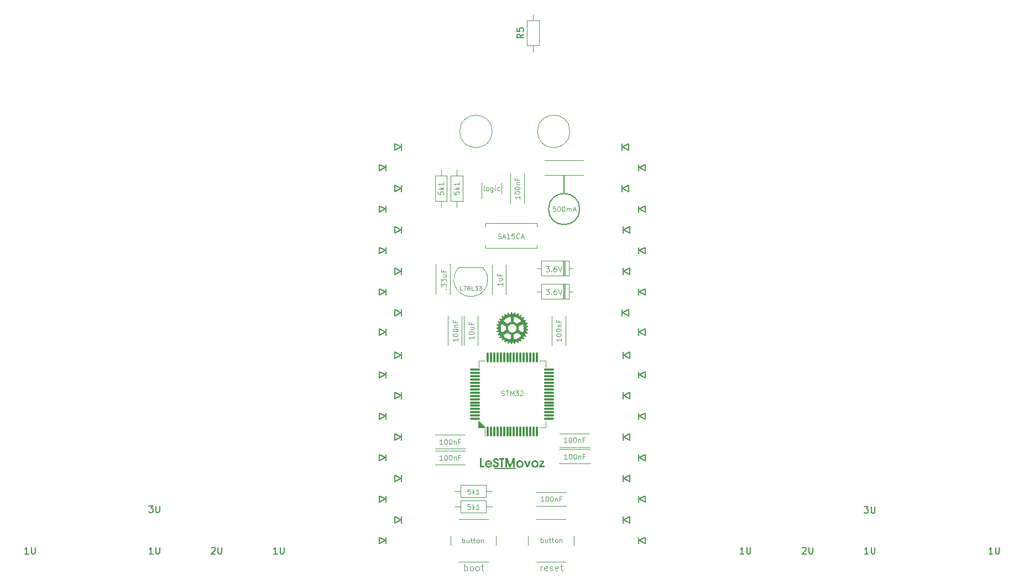
<source format=gbr>
%TF.GenerationSoftware,KiCad,Pcbnew,8.0.8*%
%TF.CreationDate,2025-03-13T22:57:15+01:00*%
%TF.ProjectId,LeSTMovoz revision 2,4c655354-4d6f-4766-9f7a-207265766973,rev?*%
%TF.SameCoordinates,Original*%
%TF.FileFunction,Legend,Top*%
%TF.FilePolarity,Positive*%
%FSLAX46Y46*%
G04 Gerber Fmt 4.6, Leading zero omitted, Abs format (unit mm)*
G04 Created by KiCad (PCBNEW 8.0.8) date 2025-03-13 22:57:15*
%MOMM*%
%LPD*%
G01*
G04 APERTURE LIST*
G04 Aperture macros list*
%AMRoundRect*
0 Rectangle with rounded corners*
0 $1 Rounding radius*
0 $2 $3 $4 $5 $6 $7 $8 $9 X,Y pos of 4 corners*
0 Add a 4 corners polygon primitive as box body*
4,1,4,$2,$3,$4,$5,$6,$7,$8,$9,$2,$3,0*
0 Add four circle primitives for the rounded corners*
1,1,$1+$1,$2,$3*
1,1,$1+$1,$4,$5*
1,1,$1+$1,$6,$7*
1,1,$1+$1,$8,$9*
0 Add four rect primitives between the rounded corners*
20,1,$1+$1,$2,$3,$4,$5,0*
20,1,$1+$1,$4,$5,$6,$7,0*
20,1,$1+$1,$6,$7,$8,$9,0*
20,1,$1+$1,$8,$9,$2,$3,0*%
G04 Aperture macros list end*
%ADD10C,0.150000*%
%ADD11C,0.125000*%
%ADD12C,0.120000*%
%ADD13C,0.000000*%
%ADD14C,4.400000*%
%ADD15R,1.778000X1.300000*%
%ADD16R,1.400000X1.300000*%
%ADD17O,1.778000X1.300000*%
%ADD18C,2.000000*%
%ADD19C,1.400000*%
%ADD20O,1.400000X1.400000*%
%ADD21C,1.710000*%
%ADD22C,1.600000*%
%ADD23C,1.701800*%
%ADD24C,3.987800*%
%ADD25R,1.600000X1.600000*%
%ADD26O,1.600000X1.600000*%
%ADD27R,2.400000X2.400000*%
%ADD28O,2.400000X2.400000*%
%ADD29R,1.050000X1.500000*%
%ADD30O,1.050000X1.500000*%
%ADD31R,0.650000X2.000000*%
%ADD32RoundRect,0.075000X0.075000X-0.700000X0.075000X0.700000X-0.075000X0.700000X-0.075000X-0.700000X0*%
%ADD33RoundRect,0.075000X0.700000X-0.075000X0.700000X0.075000X-0.700000X0.075000X-0.700000X-0.075000X0*%
%ADD34O,1.000000X1.500000*%
%ADD35C,0.650000*%
%ADD36O,1.000000X1.600000*%
%ADD37O,1.000000X2.100000*%
G04 APERTURE END LIST*
D10*
X141096250Y-74778597D02*
X140146250Y-74778597D01*
X140146250Y-73828597D01*
X141096250Y-74778597D01*
G36*
X141096250Y-74778597D02*
G01*
X140146250Y-74778597D01*
X140146250Y-73828597D01*
X141096250Y-74778597D01*
G37*
X155575000Y-41275000D02*
G75*
G02*
X150812500Y-41275000I-2381250J0D01*
G01*
X150812500Y-41275000D02*
G75*
G02*
X155575000Y-41275000I2381250J0D01*
G01*
X153193750Y-38893750D02*
X153193750Y-36116000D01*
X142500000Y-81062500D02*
X145700000Y-81062500D01*
D11*
X138812068Y-84212410D02*
X138454925Y-84212410D01*
X138454925Y-84212410D02*
X138419211Y-84569553D01*
X138419211Y-84569553D02*
X138454925Y-84533838D01*
X138454925Y-84533838D02*
X138526354Y-84498124D01*
X138526354Y-84498124D02*
X138704925Y-84498124D01*
X138704925Y-84498124D02*
X138776354Y-84533838D01*
X138776354Y-84533838D02*
X138812068Y-84569553D01*
X138812068Y-84569553D02*
X138847782Y-84640981D01*
X138847782Y-84640981D02*
X138847782Y-84819553D01*
X138847782Y-84819553D02*
X138812068Y-84890981D01*
X138812068Y-84890981D02*
X138776354Y-84926696D01*
X138776354Y-84926696D02*
X138704925Y-84962410D01*
X138704925Y-84962410D02*
X138526354Y-84962410D01*
X138526354Y-84962410D02*
X138454925Y-84926696D01*
X138454925Y-84926696D02*
X138419211Y-84890981D01*
X139169211Y-84962410D02*
X139169211Y-84212410D01*
X139240640Y-84676696D02*
X139454925Y-84962410D01*
X139454925Y-84462410D02*
X139169211Y-84748124D01*
X140169211Y-84962410D02*
X139740640Y-84962410D01*
X139954925Y-84962410D02*
X139954925Y-84212410D01*
X139954925Y-84212410D02*
X139883497Y-84319553D01*
X139883497Y-84319553D02*
X139812068Y-84390981D01*
X139812068Y-84390981D02*
X139740640Y-84426696D01*
X151836607Y-40865464D02*
X151479464Y-40865464D01*
X151479464Y-40865464D02*
X151443750Y-41222607D01*
X151443750Y-41222607D02*
X151479464Y-41186892D01*
X151479464Y-41186892D02*
X151550893Y-41151178D01*
X151550893Y-41151178D02*
X151729464Y-41151178D01*
X151729464Y-41151178D02*
X151800893Y-41186892D01*
X151800893Y-41186892D02*
X151836607Y-41222607D01*
X151836607Y-41222607D02*
X151872321Y-41294035D01*
X151872321Y-41294035D02*
X151872321Y-41472607D01*
X151872321Y-41472607D02*
X151836607Y-41544035D01*
X151836607Y-41544035D02*
X151800893Y-41579750D01*
X151800893Y-41579750D02*
X151729464Y-41615464D01*
X151729464Y-41615464D02*
X151550893Y-41615464D01*
X151550893Y-41615464D02*
X151479464Y-41579750D01*
X151479464Y-41579750D02*
X151443750Y-41544035D01*
X152336607Y-40865464D02*
X152408036Y-40865464D01*
X152408036Y-40865464D02*
X152479464Y-40901178D01*
X152479464Y-40901178D02*
X152515179Y-40936892D01*
X152515179Y-40936892D02*
X152550893Y-41008321D01*
X152550893Y-41008321D02*
X152586607Y-41151178D01*
X152586607Y-41151178D02*
X152586607Y-41329750D01*
X152586607Y-41329750D02*
X152550893Y-41472607D01*
X152550893Y-41472607D02*
X152515179Y-41544035D01*
X152515179Y-41544035D02*
X152479464Y-41579750D01*
X152479464Y-41579750D02*
X152408036Y-41615464D01*
X152408036Y-41615464D02*
X152336607Y-41615464D01*
X152336607Y-41615464D02*
X152265179Y-41579750D01*
X152265179Y-41579750D02*
X152229464Y-41544035D01*
X152229464Y-41544035D02*
X152193750Y-41472607D01*
X152193750Y-41472607D02*
X152158036Y-41329750D01*
X152158036Y-41329750D02*
X152158036Y-41151178D01*
X152158036Y-41151178D02*
X152193750Y-41008321D01*
X152193750Y-41008321D02*
X152229464Y-40936892D01*
X152229464Y-40936892D02*
X152265179Y-40901178D01*
X152265179Y-40901178D02*
X152336607Y-40865464D01*
X153050893Y-40865464D02*
X153122322Y-40865464D01*
X153122322Y-40865464D02*
X153193750Y-40901178D01*
X153193750Y-40901178D02*
X153229465Y-40936892D01*
X153229465Y-40936892D02*
X153265179Y-41008321D01*
X153265179Y-41008321D02*
X153300893Y-41151178D01*
X153300893Y-41151178D02*
X153300893Y-41329750D01*
X153300893Y-41329750D02*
X153265179Y-41472607D01*
X153265179Y-41472607D02*
X153229465Y-41544035D01*
X153229465Y-41544035D02*
X153193750Y-41579750D01*
X153193750Y-41579750D02*
X153122322Y-41615464D01*
X153122322Y-41615464D02*
X153050893Y-41615464D01*
X153050893Y-41615464D02*
X152979465Y-41579750D01*
X152979465Y-41579750D02*
X152943750Y-41544035D01*
X152943750Y-41544035D02*
X152908036Y-41472607D01*
X152908036Y-41472607D02*
X152872322Y-41329750D01*
X152872322Y-41329750D02*
X152872322Y-41151178D01*
X152872322Y-41151178D02*
X152908036Y-41008321D01*
X152908036Y-41008321D02*
X152943750Y-40936892D01*
X152943750Y-40936892D02*
X152979465Y-40901178D01*
X152979465Y-40901178D02*
X153050893Y-40865464D01*
X153622322Y-41615464D02*
X153622322Y-41115464D01*
X153622322Y-41186892D02*
X153658036Y-41151178D01*
X153658036Y-41151178D02*
X153729465Y-41115464D01*
X153729465Y-41115464D02*
X153836608Y-41115464D01*
X153836608Y-41115464D02*
X153908036Y-41151178D01*
X153908036Y-41151178D02*
X153943751Y-41222607D01*
X153943751Y-41222607D02*
X153943751Y-41615464D01*
X153943751Y-41222607D02*
X153979465Y-41151178D01*
X153979465Y-41151178D02*
X154050893Y-41115464D01*
X154050893Y-41115464D02*
X154158036Y-41115464D01*
X154158036Y-41115464D02*
X154229465Y-41151178D01*
X154229465Y-41151178D02*
X154265179Y-41222607D01*
X154265179Y-41222607D02*
X154265179Y-41615464D01*
X154586608Y-41401178D02*
X154943751Y-41401178D01*
X154515179Y-41615464D02*
X154765179Y-40865464D01*
X154765179Y-40865464D02*
X155015179Y-41615464D01*
X136288595Y-38614285D02*
X136288595Y-38995237D01*
X136288595Y-38995237D02*
X136669547Y-39033333D01*
X136669547Y-39033333D02*
X136631452Y-38995237D01*
X136631452Y-38995237D02*
X136593357Y-38919047D01*
X136593357Y-38919047D02*
X136593357Y-38728571D01*
X136593357Y-38728571D02*
X136631452Y-38652380D01*
X136631452Y-38652380D02*
X136669547Y-38614285D01*
X136669547Y-38614285D02*
X136745738Y-38576190D01*
X136745738Y-38576190D02*
X136936214Y-38576190D01*
X136936214Y-38576190D02*
X137012404Y-38614285D01*
X137012404Y-38614285D02*
X137050500Y-38652380D01*
X137050500Y-38652380D02*
X137088595Y-38728571D01*
X137088595Y-38728571D02*
X137088595Y-38919047D01*
X137088595Y-38919047D02*
X137050500Y-38995237D01*
X137050500Y-38995237D02*
X137012404Y-39033333D01*
X137088595Y-38233332D02*
X136288595Y-38233332D01*
X136783833Y-38157142D02*
X137088595Y-37928570D01*
X136555261Y-37928570D02*
X136860023Y-38233332D01*
X137088595Y-37166666D02*
X137088595Y-37623809D01*
X137088595Y-37395237D02*
X136288595Y-37395237D01*
X136288595Y-37395237D02*
X136402880Y-37471428D01*
X136402880Y-37471428D02*
X136479071Y-37547618D01*
X136479071Y-37547618D02*
X136517166Y-37623809D01*
X150410889Y-50068083D02*
X150906127Y-50068083D01*
X150906127Y-50068083D02*
X150639461Y-50372845D01*
X150639461Y-50372845D02*
X150753746Y-50372845D01*
X150753746Y-50372845D02*
X150829937Y-50410940D01*
X150829937Y-50410940D02*
X150868032Y-50449035D01*
X150868032Y-50449035D02*
X150906127Y-50525226D01*
X150906127Y-50525226D02*
X150906127Y-50715702D01*
X150906127Y-50715702D02*
X150868032Y-50791892D01*
X150868032Y-50791892D02*
X150829937Y-50829988D01*
X150829937Y-50829988D02*
X150753746Y-50868083D01*
X150753746Y-50868083D02*
X150525175Y-50868083D01*
X150525175Y-50868083D02*
X150448984Y-50829988D01*
X150448984Y-50829988D02*
X150410889Y-50791892D01*
X151248985Y-50791892D02*
X151287080Y-50829988D01*
X151287080Y-50829988D02*
X151248985Y-50868083D01*
X151248985Y-50868083D02*
X151210889Y-50829988D01*
X151210889Y-50829988D02*
X151248985Y-50791892D01*
X151248985Y-50791892D02*
X151248985Y-50868083D01*
X151972794Y-50068083D02*
X151820413Y-50068083D01*
X151820413Y-50068083D02*
X151744222Y-50106178D01*
X151744222Y-50106178D02*
X151706127Y-50144273D01*
X151706127Y-50144273D02*
X151629937Y-50258559D01*
X151629937Y-50258559D02*
X151591841Y-50410940D01*
X151591841Y-50410940D02*
X151591841Y-50715702D01*
X151591841Y-50715702D02*
X151629937Y-50791892D01*
X151629937Y-50791892D02*
X151668032Y-50829988D01*
X151668032Y-50829988D02*
X151744222Y-50868083D01*
X151744222Y-50868083D02*
X151896603Y-50868083D01*
X151896603Y-50868083D02*
X151972794Y-50829988D01*
X151972794Y-50829988D02*
X152010889Y-50791892D01*
X152010889Y-50791892D02*
X152048984Y-50715702D01*
X152048984Y-50715702D02*
X152048984Y-50525226D01*
X152048984Y-50525226D02*
X152010889Y-50449035D01*
X152010889Y-50449035D02*
X151972794Y-50410940D01*
X151972794Y-50410940D02*
X151896603Y-50372845D01*
X151896603Y-50372845D02*
X151744222Y-50372845D01*
X151744222Y-50372845D02*
X151668032Y-50410940D01*
X151668032Y-50410940D02*
X151629937Y-50449035D01*
X151629937Y-50449035D02*
X151591841Y-50525226D01*
X152277556Y-50068083D02*
X152544223Y-50868083D01*
X152544223Y-50868083D02*
X152810889Y-50068083D01*
X149599073Y-96699869D02*
X149599073Y-96033202D01*
X149599073Y-96223678D02*
X149646692Y-96128440D01*
X149646692Y-96128440D02*
X149694311Y-96080821D01*
X149694311Y-96080821D02*
X149789549Y-96033202D01*
X149789549Y-96033202D02*
X149884787Y-96033202D01*
X150599073Y-96652250D02*
X150503835Y-96699869D01*
X150503835Y-96699869D02*
X150313359Y-96699869D01*
X150313359Y-96699869D02*
X150218121Y-96652250D01*
X150218121Y-96652250D02*
X150170502Y-96557011D01*
X150170502Y-96557011D02*
X150170502Y-96176059D01*
X150170502Y-96176059D02*
X150218121Y-96080821D01*
X150218121Y-96080821D02*
X150313359Y-96033202D01*
X150313359Y-96033202D02*
X150503835Y-96033202D01*
X150503835Y-96033202D02*
X150599073Y-96080821D01*
X150599073Y-96080821D02*
X150646692Y-96176059D01*
X150646692Y-96176059D02*
X150646692Y-96271297D01*
X150646692Y-96271297D02*
X150170502Y-96366535D01*
X151027645Y-96652250D02*
X151122883Y-96699869D01*
X151122883Y-96699869D02*
X151313359Y-96699869D01*
X151313359Y-96699869D02*
X151408597Y-96652250D01*
X151408597Y-96652250D02*
X151456216Y-96557011D01*
X151456216Y-96557011D02*
X151456216Y-96509392D01*
X151456216Y-96509392D02*
X151408597Y-96414154D01*
X151408597Y-96414154D02*
X151313359Y-96366535D01*
X151313359Y-96366535D02*
X151170502Y-96366535D01*
X151170502Y-96366535D02*
X151075264Y-96318916D01*
X151075264Y-96318916D02*
X151027645Y-96223678D01*
X151027645Y-96223678D02*
X151027645Y-96176059D01*
X151027645Y-96176059D02*
X151075264Y-96080821D01*
X151075264Y-96080821D02*
X151170502Y-96033202D01*
X151170502Y-96033202D02*
X151313359Y-96033202D01*
X151313359Y-96033202D02*
X151408597Y-96080821D01*
X152265740Y-96652250D02*
X152170502Y-96699869D01*
X152170502Y-96699869D02*
X151980026Y-96699869D01*
X151980026Y-96699869D02*
X151884788Y-96652250D01*
X151884788Y-96652250D02*
X151837169Y-96557011D01*
X151837169Y-96557011D02*
X151837169Y-96176059D01*
X151837169Y-96176059D02*
X151884788Y-96080821D01*
X151884788Y-96080821D02*
X151980026Y-96033202D01*
X151980026Y-96033202D02*
X152170502Y-96033202D01*
X152170502Y-96033202D02*
X152265740Y-96080821D01*
X152265740Y-96080821D02*
X152313359Y-96176059D01*
X152313359Y-96176059D02*
X152313359Y-96271297D01*
X152313359Y-96271297D02*
X151837169Y-96366535D01*
X152599074Y-96033202D02*
X152980026Y-96033202D01*
X152741931Y-95699869D02*
X152741931Y-96557011D01*
X152741931Y-96557011D02*
X152789550Y-96652250D01*
X152789550Y-96652250D02*
X152884788Y-96699869D01*
X152884788Y-96699869D02*
X152980026Y-96699869D01*
X153648278Y-79562875D02*
X153219707Y-79562875D01*
X153433992Y-79562875D02*
X153433992Y-78812875D01*
X153433992Y-78812875D02*
X153362564Y-78920018D01*
X153362564Y-78920018D02*
X153291135Y-78991446D01*
X153291135Y-78991446D02*
X153219707Y-79027161D01*
X154112564Y-78812875D02*
X154183993Y-78812875D01*
X154183993Y-78812875D02*
X154255421Y-78848589D01*
X154255421Y-78848589D02*
X154291136Y-78884303D01*
X154291136Y-78884303D02*
X154326850Y-78955732D01*
X154326850Y-78955732D02*
X154362564Y-79098589D01*
X154362564Y-79098589D02*
X154362564Y-79277161D01*
X154362564Y-79277161D02*
X154326850Y-79420018D01*
X154326850Y-79420018D02*
X154291136Y-79491446D01*
X154291136Y-79491446D02*
X154255421Y-79527161D01*
X154255421Y-79527161D02*
X154183993Y-79562875D01*
X154183993Y-79562875D02*
X154112564Y-79562875D01*
X154112564Y-79562875D02*
X154041136Y-79527161D01*
X154041136Y-79527161D02*
X154005421Y-79491446D01*
X154005421Y-79491446D02*
X153969707Y-79420018D01*
X153969707Y-79420018D02*
X153933993Y-79277161D01*
X153933993Y-79277161D02*
X153933993Y-79098589D01*
X153933993Y-79098589D02*
X153969707Y-78955732D01*
X153969707Y-78955732D02*
X154005421Y-78884303D01*
X154005421Y-78884303D02*
X154041136Y-78848589D01*
X154041136Y-78848589D02*
X154112564Y-78812875D01*
X154826850Y-78812875D02*
X154898279Y-78812875D01*
X154898279Y-78812875D02*
X154969707Y-78848589D01*
X154969707Y-78848589D02*
X155005422Y-78884303D01*
X155005422Y-78884303D02*
X155041136Y-78955732D01*
X155041136Y-78955732D02*
X155076850Y-79098589D01*
X155076850Y-79098589D02*
X155076850Y-79277161D01*
X155076850Y-79277161D02*
X155041136Y-79420018D01*
X155041136Y-79420018D02*
X155005422Y-79491446D01*
X155005422Y-79491446D02*
X154969707Y-79527161D01*
X154969707Y-79527161D02*
X154898279Y-79562875D01*
X154898279Y-79562875D02*
X154826850Y-79562875D01*
X154826850Y-79562875D02*
X154755422Y-79527161D01*
X154755422Y-79527161D02*
X154719707Y-79491446D01*
X154719707Y-79491446D02*
X154683993Y-79420018D01*
X154683993Y-79420018D02*
X154648279Y-79277161D01*
X154648279Y-79277161D02*
X154648279Y-79098589D01*
X154648279Y-79098589D02*
X154683993Y-78955732D01*
X154683993Y-78955732D02*
X154719707Y-78884303D01*
X154719707Y-78884303D02*
X154755422Y-78848589D01*
X154755422Y-78848589D02*
X154826850Y-78812875D01*
X155398279Y-79062875D02*
X155398279Y-79562875D01*
X155398279Y-79134303D02*
X155433993Y-79098589D01*
X155433993Y-79098589D02*
X155505422Y-79062875D01*
X155505422Y-79062875D02*
X155612565Y-79062875D01*
X155612565Y-79062875D02*
X155683993Y-79098589D01*
X155683993Y-79098589D02*
X155719708Y-79170018D01*
X155719708Y-79170018D02*
X155719708Y-79562875D01*
X156326850Y-79170018D02*
X156076850Y-79170018D01*
X156076850Y-79562875D02*
X156076850Y-78812875D01*
X156076850Y-78812875D02*
X156433993Y-78812875D01*
X143613392Y-69845257D02*
X143720535Y-69880971D01*
X143720535Y-69880971D02*
X143899106Y-69880971D01*
X143899106Y-69880971D02*
X143970535Y-69845257D01*
X143970535Y-69845257D02*
X144006249Y-69809542D01*
X144006249Y-69809542D02*
X144041963Y-69738114D01*
X144041963Y-69738114D02*
X144041963Y-69666685D01*
X144041963Y-69666685D02*
X144006249Y-69595257D01*
X144006249Y-69595257D02*
X143970535Y-69559542D01*
X143970535Y-69559542D02*
X143899106Y-69523828D01*
X143899106Y-69523828D02*
X143756249Y-69488114D01*
X143756249Y-69488114D02*
X143684820Y-69452399D01*
X143684820Y-69452399D02*
X143649106Y-69416685D01*
X143649106Y-69416685D02*
X143613392Y-69345257D01*
X143613392Y-69345257D02*
X143613392Y-69273828D01*
X143613392Y-69273828D02*
X143649106Y-69202399D01*
X143649106Y-69202399D02*
X143684820Y-69166685D01*
X143684820Y-69166685D02*
X143756249Y-69130971D01*
X143756249Y-69130971D02*
X143934820Y-69130971D01*
X143934820Y-69130971D02*
X144041963Y-69166685D01*
X144256249Y-69130971D02*
X144684821Y-69130971D01*
X144470535Y-69880971D02*
X144470535Y-69130971D01*
X144934821Y-69880971D02*
X144934821Y-69130971D01*
X144934821Y-69130971D02*
X145184821Y-69666685D01*
X145184821Y-69666685D02*
X145434821Y-69130971D01*
X145434821Y-69130971D02*
X145434821Y-69880971D01*
X145720535Y-69130971D02*
X146184821Y-69130971D01*
X146184821Y-69130971D02*
X145934821Y-69416685D01*
X145934821Y-69416685D02*
X146041964Y-69416685D01*
X146041964Y-69416685D02*
X146113393Y-69452399D01*
X146113393Y-69452399D02*
X146149107Y-69488114D01*
X146149107Y-69488114D02*
X146184821Y-69559542D01*
X146184821Y-69559542D02*
X146184821Y-69738114D01*
X146184821Y-69738114D02*
X146149107Y-69809542D01*
X146149107Y-69809542D02*
X146113393Y-69845257D01*
X146113393Y-69845257D02*
X146041964Y-69880971D01*
X146041964Y-69880971D02*
X145827678Y-69880971D01*
X145827678Y-69880971D02*
X145756250Y-69845257D01*
X145756250Y-69845257D02*
X145720535Y-69809542D01*
X146470536Y-69202399D02*
X146506250Y-69166685D01*
X146506250Y-69166685D02*
X146577679Y-69130971D01*
X146577679Y-69130971D02*
X146756250Y-69130971D01*
X146756250Y-69130971D02*
X146827679Y-69166685D01*
X146827679Y-69166685D02*
X146863393Y-69202399D01*
X146863393Y-69202399D02*
X146899107Y-69273828D01*
X146899107Y-69273828D02*
X146899107Y-69345257D01*
X146899107Y-69345257D02*
X146863393Y-69452399D01*
X146863393Y-69452399D02*
X146434821Y-69880971D01*
X146434821Y-69880971D02*
X146899107Y-69880971D01*
X143758984Y-52568178D02*
X143758984Y-53025321D01*
X143758984Y-52796749D02*
X142958984Y-52796749D01*
X142958984Y-52796749D02*
X143073269Y-52872940D01*
X143073269Y-52872940D02*
X143149460Y-52949130D01*
X143149460Y-52949130D02*
X143187555Y-53025321D01*
X143225650Y-51882463D02*
X143758984Y-51882463D01*
X143225650Y-52225320D02*
X143644698Y-52225320D01*
X143644698Y-52225320D02*
X143720889Y-52187225D01*
X143720889Y-52187225D02*
X143758984Y-52111035D01*
X143758984Y-52111035D02*
X143758984Y-51996749D01*
X143758984Y-51996749D02*
X143720889Y-51920558D01*
X143720889Y-51920558D02*
X143682793Y-51882463D01*
X143339936Y-51234844D02*
X143339936Y-51501510D01*
X143758984Y-51501510D02*
X142958984Y-51501510D01*
X142958984Y-51501510D02*
X142958984Y-51120558D01*
D10*
X189690476Y-93212557D02*
X189738095Y-93164938D01*
X189738095Y-93164938D02*
X189833333Y-93117319D01*
X189833333Y-93117319D02*
X190071428Y-93117319D01*
X190071428Y-93117319D02*
X190166666Y-93164938D01*
X190166666Y-93164938D02*
X190214285Y-93212557D01*
X190214285Y-93212557D02*
X190261904Y-93307795D01*
X190261904Y-93307795D02*
X190261904Y-93403033D01*
X190261904Y-93403033D02*
X190214285Y-93545890D01*
X190214285Y-93545890D02*
X189642857Y-94117319D01*
X189642857Y-94117319D02*
X190261904Y-94117319D01*
X190690476Y-93117319D02*
X190690476Y-93926842D01*
X190690476Y-93926842D02*
X190738095Y-94022080D01*
X190738095Y-94022080D02*
X190785714Y-94069700D01*
X190785714Y-94069700D02*
X190880952Y-94117319D01*
X190880952Y-94117319D02*
X191071428Y-94117319D01*
X191071428Y-94117319D02*
X191166666Y-94069700D01*
X191166666Y-94069700D02*
X191214285Y-94022080D01*
X191214285Y-94022080D02*
X191261904Y-93926842D01*
X191261904Y-93926842D02*
X191261904Y-93117319D01*
X109299404Y-94117319D02*
X108727976Y-94117319D01*
X109013690Y-94117319D02*
X109013690Y-93117319D01*
X109013690Y-93117319D02*
X108918452Y-93260176D01*
X108918452Y-93260176D02*
X108823214Y-93355414D01*
X108823214Y-93355414D02*
X108727976Y-93403033D01*
X109727976Y-93117319D02*
X109727976Y-93926842D01*
X109727976Y-93926842D02*
X109775595Y-94022080D01*
X109775595Y-94022080D02*
X109823214Y-94069700D01*
X109823214Y-94069700D02*
X109918452Y-94117319D01*
X109918452Y-94117319D02*
X110108928Y-94117319D01*
X110108928Y-94117319D02*
X110204166Y-94069700D01*
X110204166Y-94069700D02*
X110251785Y-94022080D01*
X110251785Y-94022080D02*
X110299404Y-93926842D01*
X110299404Y-93926842D02*
X110299404Y-93117319D01*
D11*
X134570535Y-79725244D02*
X134141964Y-79725244D01*
X134356249Y-79725244D02*
X134356249Y-78975244D01*
X134356249Y-78975244D02*
X134284821Y-79082387D01*
X134284821Y-79082387D02*
X134213392Y-79153815D01*
X134213392Y-79153815D02*
X134141964Y-79189530D01*
X135034821Y-78975244D02*
X135106250Y-78975244D01*
X135106250Y-78975244D02*
X135177678Y-79010958D01*
X135177678Y-79010958D02*
X135213393Y-79046672D01*
X135213393Y-79046672D02*
X135249107Y-79118101D01*
X135249107Y-79118101D02*
X135284821Y-79260958D01*
X135284821Y-79260958D02*
X135284821Y-79439530D01*
X135284821Y-79439530D02*
X135249107Y-79582387D01*
X135249107Y-79582387D02*
X135213393Y-79653815D01*
X135213393Y-79653815D02*
X135177678Y-79689530D01*
X135177678Y-79689530D02*
X135106250Y-79725244D01*
X135106250Y-79725244D02*
X135034821Y-79725244D01*
X135034821Y-79725244D02*
X134963393Y-79689530D01*
X134963393Y-79689530D02*
X134927678Y-79653815D01*
X134927678Y-79653815D02*
X134891964Y-79582387D01*
X134891964Y-79582387D02*
X134856250Y-79439530D01*
X134856250Y-79439530D02*
X134856250Y-79260958D01*
X134856250Y-79260958D02*
X134891964Y-79118101D01*
X134891964Y-79118101D02*
X134927678Y-79046672D01*
X134927678Y-79046672D02*
X134963393Y-79010958D01*
X134963393Y-79010958D02*
X135034821Y-78975244D01*
X135749107Y-78975244D02*
X135820536Y-78975244D01*
X135820536Y-78975244D02*
X135891964Y-79010958D01*
X135891964Y-79010958D02*
X135927679Y-79046672D01*
X135927679Y-79046672D02*
X135963393Y-79118101D01*
X135963393Y-79118101D02*
X135999107Y-79260958D01*
X135999107Y-79260958D02*
X135999107Y-79439530D01*
X135999107Y-79439530D02*
X135963393Y-79582387D01*
X135963393Y-79582387D02*
X135927679Y-79653815D01*
X135927679Y-79653815D02*
X135891964Y-79689530D01*
X135891964Y-79689530D02*
X135820536Y-79725244D01*
X135820536Y-79725244D02*
X135749107Y-79725244D01*
X135749107Y-79725244D02*
X135677679Y-79689530D01*
X135677679Y-79689530D02*
X135641964Y-79653815D01*
X135641964Y-79653815D02*
X135606250Y-79582387D01*
X135606250Y-79582387D02*
X135570536Y-79439530D01*
X135570536Y-79439530D02*
X135570536Y-79260958D01*
X135570536Y-79260958D02*
X135606250Y-79118101D01*
X135606250Y-79118101D02*
X135641964Y-79046672D01*
X135641964Y-79046672D02*
X135677679Y-79010958D01*
X135677679Y-79010958D02*
X135749107Y-78975244D01*
X136320536Y-79225244D02*
X136320536Y-79725244D01*
X136320536Y-79296672D02*
X136356250Y-79260958D01*
X136356250Y-79260958D02*
X136427679Y-79225244D01*
X136427679Y-79225244D02*
X136534822Y-79225244D01*
X136534822Y-79225244D02*
X136606250Y-79260958D01*
X136606250Y-79260958D02*
X136641965Y-79332387D01*
X136641965Y-79332387D02*
X136641965Y-79725244D01*
X137249107Y-79332387D02*
X136999107Y-79332387D01*
X136999107Y-79725244D02*
X136999107Y-78975244D01*
X136999107Y-78975244D02*
X137356250Y-78975244D01*
X150067464Y-86065464D02*
X149638893Y-86065464D01*
X149853178Y-86065464D02*
X149853178Y-85315464D01*
X149853178Y-85315464D02*
X149781750Y-85422607D01*
X149781750Y-85422607D02*
X149710321Y-85494035D01*
X149710321Y-85494035D02*
X149638893Y-85529750D01*
X150531750Y-85315464D02*
X150603179Y-85315464D01*
X150603179Y-85315464D02*
X150674607Y-85351178D01*
X150674607Y-85351178D02*
X150710322Y-85386892D01*
X150710322Y-85386892D02*
X150746036Y-85458321D01*
X150746036Y-85458321D02*
X150781750Y-85601178D01*
X150781750Y-85601178D02*
X150781750Y-85779750D01*
X150781750Y-85779750D02*
X150746036Y-85922607D01*
X150746036Y-85922607D02*
X150710322Y-85994035D01*
X150710322Y-85994035D02*
X150674607Y-86029750D01*
X150674607Y-86029750D02*
X150603179Y-86065464D01*
X150603179Y-86065464D02*
X150531750Y-86065464D01*
X150531750Y-86065464D02*
X150460322Y-86029750D01*
X150460322Y-86029750D02*
X150424607Y-85994035D01*
X150424607Y-85994035D02*
X150388893Y-85922607D01*
X150388893Y-85922607D02*
X150353179Y-85779750D01*
X150353179Y-85779750D02*
X150353179Y-85601178D01*
X150353179Y-85601178D02*
X150388893Y-85458321D01*
X150388893Y-85458321D02*
X150424607Y-85386892D01*
X150424607Y-85386892D02*
X150460322Y-85351178D01*
X150460322Y-85351178D02*
X150531750Y-85315464D01*
X151246036Y-85315464D02*
X151317465Y-85315464D01*
X151317465Y-85315464D02*
X151388893Y-85351178D01*
X151388893Y-85351178D02*
X151424608Y-85386892D01*
X151424608Y-85386892D02*
X151460322Y-85458321D01*
X151460322Y-85458321D02*
X151496036Y-85601178D01*
X151496036Y-85601178D02*
X151496036Y-85779750D01*
X151496036Y-85779750D02*
X151460322Y-85922607D01*
X151460322Y-85922607D02*
X151424608Y-85994035D01*
X151424608Y-85994035D02*
X151388893Y-86029750D01*
X151388893Y-86029750D02*
X151317465Y-86065464D01*
X151317465Y-86065464D02*
X151246036Y-86065464D01*
X151246036Y-86065464D02*
X151174608Y-86029750D01*
X151174608Y-86029750D02*
X151138893Y-85994035D01*
X151138893Y-85994035D02*
X151103179Y-85922607D01*
X151103179Y-85922607D02*
X151067465Y-85779750D01*
X151067465Y-85779750D02*
X151067465Y-85601178D01*
X151067465Y-85601178D02*
X151103179Y-85458321D01*
X151103179Y-85458321D02*
X151138893Y-85386892D01*
X151138893Y-85386892D02*
X151174608Y-85351178D01*
X151174608Y-85351178D02*
X151246036Y-85315464D01*
X151817465Y-85565464D02*
X151817465Y-86065464D01*
X151817465Y-85636892D02*
X151853179Y-85601178D01*
X151853179Y-85601178D02*
X151924608Y-85565464D01*
X151924608Y-85565464D02*
X152031751Y-85565464D01*
X152031751Y-85565464D02*
X152103179Y-85601178D01*
X152103179Y-85601178D02*
X152138894Y-85672607D01*
X152138894Y-85672607D02*
X152138894Y-86065464D01*
X152746036Y-85672607D02*
X152496036Y-85672607D01*
X152496036Y-86065464D02*
X152496036Y-85315464D01*
X152496036Y-85315464D02*
X152853179Y-85315464D01*
X135088830Y-53558654D02*
X135126926Y-53520559D01*
X135126926Y-53520559D02*
X135165021Y-53558654D01*
X135165021Y-53558654D02*
X135126926Y-53596750D01*
X135126926Y-53596750D02*
X135088830Y-53558654D01*
X135088830Y-53558654D02*
X135165021Y-53558654D01*
X134365021Y-53253893D02*
X134365021Y-52758655D01*
X134365021Y-52758655D02*
X134669783Y-53025321D01*
X134669783Y-53025321D02*
X134669783Y-52911036D01*
X134669783Y-52911036D02*
X134707878Y-52834845D01*
X134707878Y-52834845D02*
X134745973Y-52796750D01*
X134745973Y-52796750D02*
X134822164Y-52758655D01*
X134822164Y-52758655D02*
X135012640Y-52758655D01*
X135012640Y-52758655D02*
X135088830Y-52796750D01*
X135088830Y-52796750D02*
X135126926Y-52834845D01*
X135126926Y-52834845D02*
X135165021Y-52911036D01*
X135165021Y-52911036D02*
X135165021Y-53139607D01*
X135165021Y-53139607D02*
X135126926Y-53215798D01*
X135126926Y-53215798D02*
X135088830Y-53253893D01*
X134365021Y-52491988D02*
X134365021Y-51996750D01*
X134365021Y-51996750D02*
X134669783Y-52263416D01*
X134669783Y-52263416D02*
X134669783Y-52149131D01*
X134669783Y-52149131D02*
X134707878Y-52072940D01*
X134707878Y-52072940D02*
X134745973Y-52034845D01*
X134745973Y-52034845D02*
X134822164Y-51996750D01*
X134822164Y-51996750D02*
X135012640Y-51996750D01*
X135012640Y-51996750D02*
X135088830Y-52034845D01*
X135088830Y-52034845D02*
X135126926Y-52072940D01*
X135126926Y-52072940D02*
X135165021Y-52149131D01*
X135165021Y-52149131D02*
X135165021Y-52377702D01*
X135165021Y-52377702D02*
X135126926Y-52453893D01*
X135126926Y-52453893D02*
X135088830Y-52491988D01*
X134631687Y-51311035D02*
X135165021Y-51311035D01*
X134631687Y-51653892D02*
X135050735Y-51653892D01*
X135050735Y-51653892D02*
X135126926Y-51615797D01*
X135126926Y-51615797D02*
X135165021Y-51539607D01*
X135165021Y-51539607D02*
X135165021Y-51425321D01*
X135165021Y-51425321D02*
X135126926Y-51349130D01*
X135126926Y-51349130D02*
X135088830Y-51311035D01*
X134745973Y-50663416D02*
X134745973Y-50930082D01*
X135165021Y-50930082D02*
X134365021Y-50930082D01*
X134365021Y-50930082D02*
X134365021Y-50549130D01*
X149644519Y-92392814D02*
X149644519Y-91642814D01*
X149644519Y-91928528D02*
X149715948Y-91892814D01*
X149715948Y-91892814D02*
X149858805Y-91892814D01*
X149858805Y-91892814D02*
X149930233Y-91928528D01*
X149930233Y-91928528D02*
X149965948Y-91964242D01*
X149965948Y-91964242D02*
X150001662Y-92035671D01*
X150001662Y-92035671D02*
X150001662Y-92249957D01*
X150001662Y-92249957D02*
X149965948Y-92321385D01*
X149965948Y-92321385D02*
X149930233Y-92357100D01*
X149930233Y-92357100D02*
X149858805Y-92392814D01*
X149858805Y-92392814D02*
X149715948Y-92392814D01*
X149715948Y-92392814D02*
X149644519Y-92357100D01*
X150644519Y-91892814D02*
X150644519Y-92392814D01*
X150323090Y-91892814D02*
X150323090Y-92285671D01*
X150323090Y-92285671D02*
X150358804Y-92357100D01*
X150358804Y-92357100D02*
X150430233Y-92392814D01*
X150430233Y-92392814D02*
X150537376Y-92392814D01*
X150537376Y-92392814D02*
X150608804Y-92357100D01*
X150608804Y-92357100D02*
X150644519Y-92321385D01*
X150894518Y-91892814D02*
X151180232Y-91892814D01*
X151001661Y-91642814D02*
X151001661Y-92285671D01*
X151001661Y-92285671D02*
X151037375Y-92357100D01*
X151037375Y-92357100D02*
X151108804Y-92392814D01*
X151108804Y-92392814D02*
X151180232Y-92392814D01*
X151323089Y-91892814D02*
X151608803Y-91892814D01*
X151430232Y-91642814D02*
X151430232Y-92285671D01*
X151430232Y-92285671D02*
X151465946Y-92357100D01*
X151465946Y-92357100D02*
X151537375Y-92392814D01*
X151537375Y-92392814D02*
X151608803Y-92392814D01*
X151965946Y-92392814D02*
X151894517Y-92357100D01*
X151894517Y-92357100D02*
X151858803Y-92321385D01*
X151858803Y-92321385D02*
X151823089Y-92249957D01*
X151823089Y-92249957D02*
X151823089Y-92035671D01*
X151823089Y-92035671D02*
X151858803Y-91964242D01*
X151858803Y-91964242D02*
X151894517Y-91928528D01*
X151894517Y-91928528D02*
X151965946Y-91892814D01*
X151965946Y-91892814D02*
X152073089Y-91892814D01*
X152073089Y-91892814D02*
X152144517Y-91928528D01*
X152144517Y-91928528D02*
X152180232Y-91964242D01*
X152180232Y-91964242D02*
X152215946Y-92035671D01*
X152215946Y-92035671D02*
X152215946Y-92249957D01*
X152215946Y-92249957D02*
X152180232Y-92321385D01*
X152180232Y-92321385D02*
X152144517Y-92357100D01*
X152144517Y-92357100D02*
X152073089Y-92392814D01*
X152073089Y-92392814D02*
X151965946Y-92392814D01*
X152537374Y-91892814D02*
X152537374Y-92392814D01*
X152537374Y-91964242D02*
X152573088Y-91928528D01*
X152573088Y-91928528D02*
X152644517Y-91892814D01*
X152644517Y-91892814D02*
X152751660Y-91892814D01*
X152751660Y-91892814D02*
X152823088Y-91928528D01*
X152823088Y-91928528D02*
X152858803Y-91999957D01*
X152858803Y-91999957D02*
X152858803Y-92392814D01*
X153620535Y-77024721D02*
X153191964Y-77024721D01*
X153406249Y-77024721D02*
X153406249Y-76274721D01*
X153406249Y-76274721D02*
X153334821Y-76381864D01*
X153334821Y-76381864D02*
X153263392Y-76453292D01*
X153263392Y-76453292D02*
X153191964Y-76489007D01*
X154084821Y-76274721D02*
X154156250Y-76274721D01*
X154156250Y-76274721D02*
X154227678Y-76310435D01*
X154227678Y-76310435D02*
X154263393Y-76346149D01*
X154263393Y-76346149D02*
X154299107Y-76417578D01*
X154299107Y-76417578D02*
X154334821Y-76560435D01*
X154334821Y-76560435D02*
X154334821Y-76739007D01*
X154334821Y-76739007D02*
X154299107Y-76881864D01*
X154299107Y-76881864D02*
X154263393Y-76953292D01*
X154263393Y-76953292D02*
X154227678Y-76989007D01*
X154227678Y-76989007D02*
X154156250Y-77024721D01*
X154156250Y-77024721D02*
X154084821Y-77024721D01*
X154084821Y-77024721D02*
X154013393Y-76989007D01*
X154013393Y-76989007D02*
X153977678Y-76953292D01*
X153977678Y-76953292D02*
X153941964Y-76881864D01*
X153941964Y-76881864D02*
X153906250Y-76739007D01*
X153906250Y-76739007D02*
X153906250Y-76560435D01*
X153906250Y-76560435D02*
X153941964Y-76417578D01*
X153941964Y-76417578D02*
X153977678Y-76346149D01*
X153977678Y-76346149D02*
X154013393Y-76310435D01*
X154013393Y-76310435D02*
X154084821Y-76274721D01*
X154799107Y-76274721D02*
X154870536Y-76274721D01*
X154870536Y-76274721D02*
X154941964Y-76310435D01*
X154941964Y-76310435D02*
X154977679Y-76346149D01*
X154977679Y-76346149D02*
X155013393Y-76417578D01*
X155013393Y-76417578D02*
X155049107Y-76560435D01*
X155049107Y-76560435D02*
X155049107Y-76739007D01*
X155049107Y-76739007D02*
X155013393Y-76881864D01*
X155013393Y-76881864D02*
X154977679Y-76953292D01*
X154977679Y-76953292D02*
X154941964Y-76989007D01*
X154941964Y-76989007D02*
X154870536Y-77024721D01*
X154870536Y-77024721D02*
X154799107Y-77024721D01*
X154799107Y-77024721D02*
X154727679Y-76989007D01*
X154727679Y-76989007D02*
X154691964Y-76953292D01*
X154691964Y-76953292D02*
X154656250Y-76881864D01*
X154656250Y-76881864D02*
X154620536Y-76739007D01*
X154620536Y-76739007D02*
X154620536Y-76560435D01*
X154620536Y-76560435D02*
X154656250Y-76417578D01*
X154656250Y-76417578D02*
X154691964Y-76346149D01*
X154691964Y-76346149D02*
X154727679Y-76310435D01*
X154727679Y-76310435D02*
X154799107Y-76274721D01*
X155370536Y-76524721D02*
X155370536Y-77024721D01*
X155370536Y-76596149D02*
X155406250Y-76560435D01*
X155406250Y-76560435D02*
X155477679Y-76524721D01*
X155477679Y-76524721D02*
X155584822Y-76524721D01*
X155584822Y-76524721D02*
X155656250Y-76560435D01*
X155656250Y-76560435D02*
X155691965Y-76631864D01*
X155691965Y-76631864D02*
X155691965Y-77024721D01*
X156299107Y-76631864D02*
X156049107Y-76631864D01*
X156049107Y-77024721D02*
X156049107Y-76274721D01*
X156049107Y-76274721D02*
X156406250Y-76274721D01*
D10*
X90249404Y-94117319D02*
X89677976Y-94117319D01*
X89963690Y-94117319D02*
X89963690Y-93117319D01*
X89963690Y-93117319D02*
X89868452Y-93260176D01*
X89868452Y-93260176D02*
X89773214Y-93355414D01*
X89773214Y-93355414D02*
X89677976Y-93403033D01*
X90677976Y-93117319D02*
X90677976Y-93926842D01*
X90677976Y-93926842D02*
X90725595Y-94022080D01*
X90725595Y-94022080D02*
X90773214Y-94069700D01*
X90773214Y-94069700D02*
X90868452Y-94117319D01*
X90868452Y-94117319D02*
X91058928Y-94117319D01*
X91058928Y-94117319D02*
X91154166Y-94069700D01*
X91154166Y-94069700D02*
X91201785Y-94022080D01*
X91201785Y-94022080D02*
X91249404Y-93926842D01*
X91249404Y-93926842D02*
X91249404Y-93117319D01*
X180736904Y-94117319D02*
X180165476Y-94117319D01*
X180451190Y-94117319D02*
X180451190Y-93117319D01*
X180451190Y-93117319D02*
X180355952Y-93260176D01*
X180355952Y-93260176D02*
X180260714Y-93355414D01*
X180260714Y-93355414D02*
X180165476Y-93403033D01*
X181165476Y-93117319D02*
X181165476Y-93926842D01*
X181165476Y-93926842D02*
X181213095Y-94022080D01*
X181213095Y-94022080D02*
X181260714Y-94069700D01*
X181260714Y-94069700D02*
X181355952Y-94117319D01*
X181355952Y-94117319D02*
X181546428Y-94117319D01*
X181546428Y-94117319D02*
X181641666Y-94069700D01*
X181641666Y-94069700D02*
X181689285Y-94022080D01*
X181689285Y-94022080D02*
X181736904Y-93926842D01*
X181736904Y-93926842D02*
X181736904Y-93117319D01*
D11*
X152723351Y-61054653D02*
X152723351Y-61483224D01*
X152723351Y-61268939D02*
X151973351Y-61268939D01*
X151973351Y-61268939D02*
X152080494Y-61340367D01*
X152080494Y-61340367D02*
X152151922Y-61411796D01*
X152151922Y-61411796D02*
X152187637Y-61483224D01*
X151973351Y-60590367D02*
X151973351Y-60518938D01*
X151973351Y-60518938D02*
X152009065Y-60447510D01*
X152009065Y-60447510D02*
X152044779Y-60411796D01*
X152044779Y-60411796D02*
X152116208Y-60376081D01*
X152116208Y-60376081D02*
X152259065Y-60340367D01*
X152259065Y-60340367D02*
X152437637Y-60340367D01*
X152437637Y-60340367D02*
X152580494Y-60376081D01*
X152580494Y-60376081D02*
X152651922Y-60411796D01*
X152651922Y-60411796D02*
X152687637Y-60447510D01*
X152687637Y-60447510D02*
X152723351Y-60518938D01*
X152723351Y-60518938D02*
X152723351Y-60590367D01*
X152723351Y-60590367D02*
X152687637Y-60661796D01*
X152687637Y-60661796D02*
X152651922Y-60697510D01*
X152651922Y-60697510D02*
X152580494Y-60733224D01*
X152580494Y-60733224D02*
X152437637Y-60768938D01*
X152437637Y-60768938D02*
X152259065Y-60768938D01*
X152259065Y-60768938D02*
X152116208Y-60733224D01*
X152116208Y-60733224D02*
X152044779Y-60697510D01*
X152044779Y-60697510D02*
X152009065Y-60661796D01*
X152009065Y-60661796D02*
X151973351Y-60590367D01*
X151973351Y-59876081D02*
X151973351Y-59804652D01*
X151973351Y-59804652D02*
X152009065Y-59733224D01*
X152009065Y-59733224D02*
X152044779Y-59697510D01*
X152044779Y-59697510D02*
X152116208Y-59661795D01*
X152116208Y-59661795D02*
X152259065Y-59626081D01*
X152259065Y-59626081D02*
X152437637Y-59626081D01*
X152437637Y-59626081D02*
X152580494Y-59661795D01*
X152580494Y-59661795D02*
X152651922Y-59697510D01*
X152651922Y-59697510D02*
X152687637Y-59733224D01*
X152687637Y-59733224D02*
X152723351Y-59804652D01*
X152723351Y-59804652D02*
X152723351Y-59876081D01*
X152723351Y-59876081D02*
X152687637Y-59947510D01*
X152687637Y-59947510D02*
X152651922Y-59983224D01*
X152651922Y-59983224D02*
X152580494Y-60018938D01*
X152580494Y-60018938D02*
X152437637Y-60054652D01*
X152437637Y-60054652D02*
X152259065Y-60054652D01*
X152259065Y-60054652D02*
X152116208Y-60018938D01*
X152116208Y-60018938D02*
X152044779Y-59983224D01*
X152044779Y-59983224D02*
X152009065Y-59947510D01*
X152009065Y-59947510D02*
X151973351Y-59876081D01*
X152223351Y-59304652D02*
X152723351Y-59304652D01*
X152294779Y-59304652D02*
X152259065Y-59268938D01*
X152259065Y-59268938D02*
X152223351Y-59197509D01*
X152223351Y-59197509D02*
X152223351Y-59090366D01*
X152223351Y-59090366D02*
X152259065Y-59018938D01*
X152259065Y-59018938D02*
X152330494Y-58983224D01*
X152330494Y-58983224D02*
X152723351Y-58983224D01*
X152330494Y-58376081D02*
X152330494Y-58626081D01*
X152723351Y-58626081D02*
X151973351Y-58626081D01*
X151973351Y-58626081D02*
X151973351Y-58268938D01*
X134570535Y-77334214D02*
X134141964Y-77334214D01*
X134356249Y-77334214D02*
X134356249Y-76584214D01*
X134356249Y-76584214D02*
X134284821Y-76691357D01*
X134284821Y-76691357D02*
X134213392Y-76762785D01*
X134213392Y-76762785D02*
X134141964Y-76798500D01*
X135034821Y-76584214D02*
X135106250Y-76584214D01*
X135106250Y-76584214D02*
X135177678Y-76619928D01*
X135177678Y-76619928D02*
X135213393Y-76655642D01*
X135213393Y-76655642D02*
X135249107Y-76727071D01*
X135249107Y-76727071D02*
X135284821Y-76869928D01*
X135284821Y-76869928D02*
X135284821Y-77048500D01*
X135284821Y-77048500D02*
X135249107Y-77191357D01*
X135249107Y-77191357D02*
X135213393Y-77262785D01*
X135213393Y-77262785D02*
X135177678Y-77298500D01*
X135177678Y-77298500D02*
X135106250Y-77334214D01*
X135106250Y-77334214D02*
X135034821Y-77334214D01*
X135034821Y-77334214D02*
X134963393Y-77298500D01*
X134963393Y-77298500D02*
X134927678Y-77262785D01*
X134927678Y-77262785D02*
X134891964Y-77191357D01*
X134891964Y-77191357D02*
X134856250Y-77048500D01*
X134856250Y-77048500D02*
X134856250Y-76869928D01*
X134856250Y-76869928D02*
X134891964Y-76727071D01*
X134891964Y-76727071D02*
X134927678Y-76655642D01*
X134927678Y-76655642D02*
X134963393Y-76619928D01*
X134963393Y-76619928D02*
X135034821Y-76584214D01*
X135749107Y-76584214D02*
X135820536Y-76584214D01*
X135820536Y-76584214D02*
X135891964Y-76619928D01*
X135891964Y-76619928D02*
X135927679Y-76655642D01*
X135927679Y-76655642D02*
X135963393Y-76727071D01*
X135963393Y-76727071D02*
X135999107Y-76869928D01*
X135999107Y-76869928D02*
X135999107Y-77048500D01*
X135999107Y-77048500D02*
X135963393Y-77191357D01*
X135963393Y-77191357D02*
X135927679Y-77262785D01*
X135927679Y-77262785D02*
X135891964Y-77298500D01*
X135891964Y-77298500D02*
X135820536Y-77334214D01*
X135820536Y-77334214D02*
X135749107Y-77334214D01*
X135749107Y-77334214D02*
X135677679Y-77298500D01*
X135677679Y-77298500D02*
X135641964Y-77262785D01*
X135641964Y-77262785D02*
X135606250Y-77191357D01*
X135606250Y-77191357D02*
X135570536Y-77048500D01*
X135570536Y-77048500D02*
X135570536Y-76869928D01*
X135570536Y-76869928D02*
X135606250Y-76727071D01*
X135606250Y-76727071D02*
X135641964Y-76655642D01*
X135641964Y-76655642D02*
X135677679Y-76619928D01*
X135677679Y-76619928D02*
X135749107Y-76584214D01*
X136320536Y-76834214D02*
X136320536Y-77334214D01*
X136320536Y-76905642D02*
X136356250Y-76869928D01*
X136356250Y-76869928D02*
X136427679Y-76834214D01*
X136427679Y-76834214D02*
X136534822Y-76834214D01*
X136534822Y-76834214D02*
X136606250Y-76869928D01*
X136606250Y-76869928D02*
X136641965Y-76941357D01*
X136641965Y-76941357D02*
X136641965Y-77334214D01*
X137249107Y-76941357D02*
X136999107Y-76941357D01*
X136999107Y-77334214D02*
X136999107Y-76584214D01*
X136999107Y-76584214D02*
X137356250Y-76584214D01*
X140991965Y-38440464D02*
X140920536Y-38404750D01*
X140920536Y-38404750D02*
X140884822Y-38333321D01*
X140884822Y-38333321D02*
X140884822Y-37690464D01*
X141384822Y-38440464D02*
X141313393Y-38404750D01*
X141313393Y-38404750D02*
X141277679Y-38369035D01*
X141277679Y-38369035D02*
X141241965Y-38297607D01*
X141241965Y-38297607D02*
X141241965Y-38083321D01*
X141241965Y-38083321D02*
X141277679Y-38011892D01*
X141277679Y-38011892D02*
X141313393Y-37976178D01*
X141313393Y-37976178D02*
X141384822Y-37940464D01*
X141384822Y-37940464D02*
X141491965Y-37940464D01*
X141491965Y-37940464D02*
X141563393Y-37976178D01*
X141563393Y-37976178D02*
X141599108Y-38011892D01*
X141599108Y-38011892D02*
X141634822Y-38083321D01*
X141634822Y-38083321D02*
X141634822Y-38297607D01*
X141634822Y-38297607D02*
X141599108Y-38369035D01*
X141599108Y-38369035D02*
X141563393Y-38404750D01*
X141563393Y-38404750D02*
X141491965Y-38440464D01*
X141491965Y-38440464D02*
X141384822Y-38440464D01*
X142277679Y-37940464D02*
X142277679Y-38547607D01*
X142277679Y-38547607D02*
X142241964Y-38619035D01*
X142241964Y-38619035D02*
X142206250Y-38654750D01*
X142206250Y-38654750D02*
X142134821Y-38690464D01*
X142134821Y-38690464D02*
X142027679Y-38690464D01*
X142027679Y-38690464D02*
X141956250Y-38654750D01*
X142277679Y-38404750D02*
X142206250Y-38440464D01*
X142206250Y-38440464D02*
X142063393Y-38440464D01*
X142063393Y-38440464D02*
X141991964Y-38404750D01*
X141991964Y-38404750D02*
X141956250Y-38369035D01*
X141956250Y-38369035D02*
X141920536Y-38297607D01*
X141920536Y-38297607D02*
X141920536Y-38083321D01*
X141920536Y-38083321D02*
X141956250Y-38011892D01*
X141956250Y-38011892D02*
X141991964Y-37976178D01*
X141991964Y-37976178D02*
X142063393Y-37940464D01*
X142063393Y-37940464D02*
X142206250Y-37940464D01*
X142206250Y-37940464D02*
X142277679Y-37976178D01*
X142634821Y-38440464D02*
X142634821Y-37940464D01*
X142634821Y-37690464D02*
X142599107Y-37726178D01*
X142599107Y-37726178D02*
X142634821Y-37761892D01*
X142634821Y-37761892D02*
X142670535Y-37726178D01*
X142670535Y-37726178D02*
X142634821Y-37690464D01*
X142634821Y-37690464D02*
X142634821Y-37761892D01*
X143313393Y-38404750D02*
X143241964Y-38440464D01*
X143241964Y-38440464D02*
X143099107Y-38440464D01*
X143099107Y-38440464D02*
X143027678Y-38404750D01*
X143027678Y-38404750D02*
X142991964Y-38369035D01*
X142991964Y-38369035D02*
X142956250Y-38297607D01*
X142956250Y-38297607D02*
X142956250Y-38083321D01*
X142956250Y-38083321D02*
X142991964Y-38011892D01*
X142991964Y-38011892D02*
X143027678Y-37976178D01*
X143027678Y-37976178D02*
X143099107Y-37940464D01*
X143099107Y-37940464D02*
X143241964Y-37940464D01*
X143241964Y-37940464D02*
X143313393Y-37976178D01*
D10*
X218836904Y-94117319D02*
X218265476Y-94117319D01*
X218551190Y-94117319D02*
X218551190Y-93117319D01*
X218551190Y-93117319D02*
X218455952Y-93260176D01*
X218455952Y-93260176D02*
X218360714Y-93355414D01*
X218360714Y-93355414D02*
X218265476Y-93403033D01*
X219265476Y-93117319D02*
X219265476Y-93926842D01*
X219265476Y-93926842D02*
X219313095Y-94022080D01*
X219313095Y-94022080D02*
X219360714Y-94069700D01*
X219360714Y-94069700D02*
X219455952Y-94117319D01*
X219455952Y-94117319D02*
X219646428Y-94117319D01*
X219646428Y-94117319D02*
X219741666Y-94069700D01*
X219741666Y-94069700D02*
X219789285Y-94022080D01*
X219789285Y-94022080D02*
X219836904Y-93926842D01*
X219836904Y-93926842D02*
X219836904Y-93117319D01*
D11*
X137617201Y-92415464D02*
X137617201Y-91665464D01*
X137617201Y-91951178D02*
X137688630Y-91915464D01*
X137688630Y-91915464D02*
X137831487Y-91915464D01*
X137831487Y-91915464D02*
X137902915Y-91951178D01*
X137902915Y-91951178D02*
X137938630Y-91986892D01*
X137938630Y-91986892D02*
X137974344Y-92058321D01*
X137974344Y-92058321D02*
X137974344Y-92272607D01*
X137974344Y-92272607D02*
X137938630Y-92344035D01*
X137938630Y-92344035D02*
X137902915Y-92379750D01*
X137902915Y-92379750D02*
X137831487Y-92415464D01*
X137831487Y-92415464D02*
X137688630Y-92415464D01*
X137688630Y-92415464D02*
X137617201Y-92379750D01*
X138617201Y-91915464D02*
X138617201Y-92415464D01*
X138295772Y-91915464D02*
X138295772Y-92308321D01*
X138295772Y-92308321D02*
X138331486Y-92379750D01*
X138331486Y-92379750D02*
X138402915Y-92415464D01*
X138402915Y-92415464D02*
X138510058Y-92415464D01*
X138510058Y-92415464D02*
X138581486Y-92379750D01*
X138581486Y-92379750D02*
X138617201Y-92344035D01*
X138867200Y-91915464D02*
X139152914Y-91915464D01*
X138974343Y-91665464D02*
X138974343Y-92308321D01*
X138974343Y-92308321D02*
X139010057Y-92379750D01*
X139010057Y-92379750D02*
X139081486Y-92415464D01*
X139081486Y-92415464D02*
X139152914Y-92415464D01*
X139295771Y-91915464D02*
X139581485Y-91915464D01*
X139402914Y-91665464D02*
X139402914Y-92308321D01*
X139402914Y-92308321D02*
X139438628Y-92379750D01*
X139438628Y-92379750D02*
X139510057Y-92415464D01*
X139510057Y-92415464D02*
X139581485Y-92415464D01*
X139938628Y-92415464D02*
X139867199Y-92379750D01*
X139867199Y-92379750D02*
X139831485Y-92344035D01*
X139831485Y-92344035D02*
X139795771Y-92272607D01*
X139795771Y-92272607D02*
X139795771Y-92058321D01*
X139795771Y-92058321D02*
X139831485Y-91986892D01*
X139831485Y-91986892D02*
X139867199Y-91951178D01*
X139867199Y-91951178D02*
X139938628Y-91915464D01*
X139938628Y-91915464D02*
X140045771Y-91915464D01*
X140045771Y-91915464D02*
X140117199Y-91951178D01*
X140117199Y-91951178D02*
X140152914Y-91986892D01*
X140152914Y-91986892D02*
X140188628Y-92058321D01*
X140188628Y-92058321D02*
X140188628Y-92272607D01*
X140188628Y-92272607D02*
X140152914Y-92344035D01*
X140152914Y-92344035D02*
X140117199Y-92379750D01*
X140117199Y-92379750D02*
X140045771Y-92415464D01*
X140045771Y-92415464D02*
X139938628Y-92415464D01*
X140510056Y-91915464D02*
X140510056Y-92415464D01*
X140510056Y-91986892D02*
X140545770Y-91951178D01*
X140545770Y-91951178D02*
X140617199Y-91915464D01*
X140617199Y-91915464D02*
X140724342Y-91915464D01*
X140724342Y-91915464D02*
X140795770Y-91951178D01*
X140795770Y-91951178D02*
X140831485Y-92022607D01*
X140831485Y-92022607D02*
X140831485Y-92415464D01*
X137896733Y-96699869D02*
X137896733Y-95699869D01*
X137896733Y-96080821D02*
X137991971Y-96033202D01*
X137991971Y-96033202D02*
X138182447Y-96033202D01*
X138182447Y-96033202D02*
X138277685Y-96080821D01*
X138277685Y-96080821D02*
X138325304Y-96128440D01*
X138325304Y-96128440D02*
X138372923Y-96223678D01*
X138372923Y-96223678D02*
X138372923Y-96509392D01*
X138372923Y-96509392D02*
X138325304Y-96604630D01*
X138325304Y-96604630D02*
X138277685Y-96652250D01*
X138277685Y-96652250D02*
X138182447Y-96699869D01*
X138182447Y-96699869D02*
X137991971Y-96699869D01*
X137991971Y-96699869D02*
X137896733Y-96652250D01*
X138944352Y-96699869D02*
X138849114Y-96652250D01*
X138849114Y-96652250D02*
X138801495Y-96604630D01*
X138801495Y-96604630D02*
X138753876Y-96509392D01*
X138753876Y-96509392D02*
X138753876Y-96223678D01*
X138753876Y-96223678D02*
X138801495Y-96128440D01*
X138801495Y-96128440D02*
X138849114Y-96080821D01*
X138849114Y-96080821D02*
X138944352Y-96033202D01*
X138944352Y-96033202D02*
X139087209Y-96033202D01*
X139087209Y-96033202D02*
X139182447Y-96080821D01*
X139182447Y-96080821D02*
X139230066Y-96128440D01*
X139230066Y-96128440D02*
X139277685Y-96223678D01*
X139277685Y-96223678D02*
X139277685Y-96509392D01*
X139277685Y-96509392D02*
X139230066Y-96604630D01*
X139230066Y-96604630D02*
X139182447Y-96652250D01*
X139182447Y-96652250D02*
X139087209Y-96699869D01*
X139087209Y-96699869D02*
X138944352Y-96699869D01*
X139849114Y-96699869D02*
X139753876Y-96652250D01*
X139753876Y-96652250D02*
X139706257Y-96604630D01*
X139706257Y-96604630D02*
X139658638Y-96509392D01*
X139658638Y-96509392D02*
X139658638Y-96223678D01*
X139658638Y-96223678D02*
X139706257Y-96128440D01*
X139706257Y-96128440D02*
X139753876Y-96080821D01*
X139753876Y-96080821D02*
X139849114Y-96033202D01*
X139849114Y-96033202D02*
X139991971Y-96033202D01*
X139991971Y-96033202D02*
X140087209Y-96080821D01*
X140087209Y-96080821D02*
X140134828Y-96128440D01*
X140134828Y-96128440D02*
X140182447Y-96223678D01*
X140182447Y-96223678D02*
X140182447Y-96509392D01*
X140182447Y-96509392D02*
X140134828Y-96604630D01*
X140134828Y-96604630D02*
X140087209Y-96652250D01*
X140087209Y-96652250D02*
X139991971Y-96699869D01*
X139991971Y-96699869D02*
X139849114Y-96699869D01*
X140468162Y-96033202D02*
X140849114Y-96033202D01*
X140611019Y-95699869D02*
X140611019Y-96557011D01*
X140611019Y-96557011D02*
X140658638Y-96652250D01*
X140658638Y-96652250D02*
X140753876Y-96699869D01*
X140753876Y-96699869D02*
X140849114Y-96699869D01*
D10*
X199167857Y-86867319D02*
X199786904Y-86867319D01*
X199786904Y-86867319D02*
X199453571Y-87248271D01*
X199453571Y-87248271D02*
X199596428Y-87248271D01*
X199596428Y-87248271D02*
X199691666Y-87295890D01*
X199691666Y-87295890D02*
X199739285Y-87343509D01*
X199739285Y-87343509D02*
X199786904Y-87438747D01*
X199786904Y-87438747D02*
X199786904Y-87676842D01*
X199786904Y-87676842D02*
X199739285Y-87772080D01*
X199739285Y-87772080D02*
X199691666Y-87819700D01*
X199691666Y-87819700D02*
X199596428Y-87867319D01*
X199596428Y-87867319D02*
X199310714Y-87867319D01*
X199310714Y-87867319D02*
X199215476Y-87819700D01*
X199215476Y-87819700D02*
X199167857Y-87772080D01*
X200215476Y-86867319D02*
X200215476Y-87676842D01*
X200215476Y-87676842D02*
X200263095Y-87772080D01*
X200263095Y-87772080D02*
X200310714Y-87819700D01*
X200310714Y-87819700D02*
X200405952Y-87867319D01*
X200405952Y-87867319D02*
X200596428Y-87867319D01*
X200596428Y-87867319D02*
X200691666Y-87819700D01*
X200691666Y-87819700D02*
X200739285Y-87772080D01*
X200739285Y-87772080D02*
X200786904Y-87676842D01*
X200786904Y-87676842D02*
X200786904Y-86867319D01*
D11*
X146390464Y-39260714D02*
X146390464Y-39689285D01*
X146390464Y-39475000D02*
X145640464Y-39475000D01*
X145640464Y-39475000D02*
X145747607Y-39546428D01*
X145747607Y-39546428D02*
X145819035Y-39617857D01*
X145819035Y-39617857D02*
X145854750Y-39689285D01*
X145640464Y-38796428D02*
X145640464Y-38724999D01*
X145640464Y-38724999D02*
X145676178Y-38653571D01*
X145676178Y-38653571D02*
X145711892Y-38617857D01*
X145711892Y-38617857D02*
X145783321Y-38582142D01*
X145783321Y-38582142D02*
X145926178Y-38546428D01*
X145926178Y-38546428D02*
X146104750Y-38546428D01*
X146104750Y-38546428D02*
X146247607Y-38582142D01*
X146247607Y-38582142D02*
X146319035Y-38617857D01*
X146319035Y-38617857D02*
X146354750Y-38653571D01*
X146354750Y-38653571D02*
X146390464Y-38724999D01*
X146390464Y-38724999D02*
X146390464Y-38796428D01*
X146390464Y-38796428D02*
X146354750Y-38867857D01*
X146354750Y-38867857D02*
X146319035Y-38903571D01*
X146319035Y-38903571D02*
X146247607Y-38939285D01*
X146247607Y-38939285D02*
X146104750Y-38974999D01*
X146104750Y-38974999D02*
X145926178Y-38974999D01*
X145926178Y-38974999D02*
X145783321Y-38939285D01*
X145783321Y-38939285D02*
X145711892Y-38903571D01*
X145711892Y-38903571D02*
X145676178Y-38867857D01*
X145676178Y-38867857D02*
X145640464Y-38796428D01*
X145640464Y-38082142D02*
X145640464Y-38010713D01*
X145640464Y-38010713D02*
X145676178Y-37939285D01*
X145676178Y-37939285D02*
X145711892Y-37903571D01*
X145711892Y-37903571D02*
X145783321Y-37867856D01*
X145783321Y-37867856D02*
X145926178Y-37832142D01*
X145926178Y-37832142D02*
X146104750Y-37832142D01*
X146104750Y-37832142D02*
X146247607Y-37867856D01*
X146247607Y-37867856D02*
X146319035Y-37903571D01*
X146319035Y-37903571D02*
X146354750Y-37939285D01*
X146354750Y-37939285D02*
X146390464Y-38010713D01*
X146390464Y-38010713D02*
X146390464Y-38082142D01*
X146390464Y-38082142D02*
X146354750Y-38153571D01*
X146354750Y-38153571D02*
X146319035Y-38189285D01*
X146319035Y-38189285D02*
X146247607Y-38224999D01*
X146247607Y-38224999D02*
X146104750Y-38260713D01*
X146104750Y-38260713D02*
X145926178Y-38260713D01*
X145926178Y-38260713D02*
X145783321Y-38224999D01*
X145783321Y-38224999D02*
X145711892Y-38189285D01*
X145711892Y-38189285D02*
X145676178Y-38153571D01*
X145676178Y-38153571D02*
X145640464Y-38082142D01*
X145890464Y-37510713D02*
X146390464Y-37510713D01*
X145961892Y-37510713D02*
X145926178Y-37474999D01*
X145926178Y-37474999D02*
X145890464Y-37403570D01*
X145890464Y-37403570D02*
X145890464Y-37296427D01*
X145890464Y-37296427D02*
X145926178Y-37224999D01*
X145926178Y-37224999D02*
X145997607Y-37189285D01*
X145997607Y-37189285D02*
X146390464Y-37189285D01*
X145997607Y-36582142D02*
X145997607Y-36832142D01*
X146390464Y-36832142D02*
X145640464Y-36832142D01*
X145640464Y-36832142D02*
X145640464Y-36474999D01*
X150410889Y-53569233D02*
X150906127Y-53569233D01*
X150906127Y-53569233D02*
X150639461Y-53873995D01*
X150639461Y-53873995D02*
X150753746Y-53873995D01*
X150753746Y-53873995D02*
X150829937Y-53912090D01*
X150829937Y-53912090D02*
X150868032Y-53950185D01*
X150868032Y-53950185D02*
X150906127Y-54026376D01*
X150906127Y-54026376D02*
X150906127Y-54216852D01*
X150906127Y-54216852D02*
X150868032Y-54293042D01*
X150868032Y-54293042D02*
X150829937Y-54331138D01*
X150829937Y-54331138D02*
X150753746Y-54369233D01*
X150753746Y-54369233D02*
X150525175Y-54369233D01*
X150525175Y-54369233D02*
X150448984Y-54331138D01*
X150448984Y-54331138D02*
X150410889Y-54293042D01*
X151248985Y-54293042D02*
X151287080Y-54331138D01*
X151287080Y-54331138D02*
X151248985Y-54369233D01*
X151248985Y-54369233D02*
X151210889Y-54331138D01*
X151210889Y-54331138D02*
X151248985Y-54293042D01*
X151248985Y-54293042D02*
X151248985Y-54369233D01*
X151972794Y-53569233D02*
X151820413Y-53569233D01*
X151820413Y-53569233D02*
X151744222Y-53607328D01*
X151744222Y-53607328D02*
X151706127Y-53645423D01*
X151706127Y-53645423D02*
X151629937Y-53759709D01*
X151629937Y-53759709D02*
X151591841Y-53912090D01*
X151591841Y-53912090D02*
X151591841Y-54216852D01*
X151591841Y-54216852D02*
X151629937Y-54293042D01*
X151629937Y-54293042D02*
X151668032Y-54331138D01*
X151668032Y-54331138D02*
X151744222Y-54369233D01*
X151744222Y-54369233D02*
X151896603Y-54369233D01*
X151896603Y-54369233D02*
X151972794Y-54331138D01*
X151972794Y-54331138D02*
X152010889Y-54293042D01*
X152010889Y-54293042D02*
X152048984Y-54216852D01*
X152048984Y-54216852D02*
X152048984Y-54026376D01*
X152048984Y-54026376D02*
X152010889Y-53950185D01*
X152010889Y-53950185D02*
X151972794Y-53912090D01*
X151972794Y-53912090D02*
X151896603Y-53873995D01*
X151896603Y-53873995D02*
X151744222Y-53873995D01*
X151744222Y-53873995D02*
X151668032Y-53912090D01*
X151668032Y-53912090D02*
X151629937Y-53950185D01*
X151629937Y-53950185D02*
X151591841Y-54026376D01*
X152277556Y-53569233D02*
X152544223Y-54369233D01*
X152544223Y-54369233D02*
X152810889Y-53569233D01*
X143092630Y-45748348D02*
X143199773Y-45784062D01*
X143199773Y-45784062D02*
X143378344Y-45784062D01*
X143378344Y-45784062D02*
X143449773Y-45748348D01*
X143449773Y-45748348D02*
X143485487Y-45712633D01*
X143485487Y-45712633D02*
X143521201Y-45641205D01*
X143521201Y-45641205D02*
X143521201Y-45569776D01*
X143521201Y-45569776D02*
X143485487Y-45498348D01*
X143485487Y-45498348D02*
X143449773Y-45462633D01*
X143449773Y-45462633D02*
X143378344Y-45426919D01*
X143378344Y-45426919D02*
X143235487Y-45391205D01*
X143235487Y-45391205D02*
X143164058Y-45355490D01*
X143164058Y-45355490D02*
X143128344Y-45319776D01*
X143128344Y-45319776D02*
X143092630Y-45248348D01*
X143092630Y-45248348D02*
X143092630Y-45176919D01*
X143092630Y-45176919D02*
X143128344Y-45105490D01*
X143128344Y-45105490D02*
X143164058Y-45069776D01*
X143164058Y-45069776D02*
X143235487Y-45034062D01*
X143235487Y-45034062D02*
X143414058Y-45034062D01*
X143414058Y-45034062D02*
X143521201Y-45069776D01*
X143806916Y-45569776D02*
X144164059Y-45569776D01*
X143735487Y-45784062D02*
X143985487Y-45034062D01*
X143985487Y-45034062D02*
X144235487Y-45784062D01*
X144878344Y-45784062D02*
X144449773Y-45784062D01*
X144664058Y-45784062D02*
X144664058Y-45034062D01*
X144664058Y-45034062D02*
X144592630Y-45141205D01*
X144592630Y-45141205D02*
X144521201Y-45212633D01*
X144521201Y-45212633D02*
X144449773Y-45248348D01*
X145556916Y-45034062D02*
X145199773Y-45034062D01*
X145199773Y-45034062D02*
X145164059Y-45391205D01*
X145164059Y-45391205D02*
X145199773Y-45355490D01*
X145199773Y-45355490D02*
X145271202Y-45319776D01*
X145271202Y-45319776D02*
X145449773Y-45319776D01*
X145449773Y-45319776D02*
X145521202Y-45355490D01*
X145521202Y-45355490D02*
X145556916Y-45391205D01*
X145556916Y-45391205D02*
X145592630Y-45462633D01*
X145592630Y-45462633D02*
X145592630Y-45641205D01*
X145592630Y-45641205D02*
X145556916Y-45712633D01*
X145556916Y-45712633D02*
X145521202Y-45748348D01*
X145521202Y-45748348D02*
X145449773Y-45784062D01*
X145449773Y-45784062D02*
X145271202Y-45784062D01*
X145271202Y-45784062D02*
X145199773Y-45748348D01*
X145199773Y-45748348D02*
X145164059Y-45712633D01*
X146342630Y-45712633D02*
X146306916Y-45748348D01*
X146306916Y-45748348D02*
X146199773Y-45784062D01*
X146199773Y-45784062D02*
X146128345Y-45784062D01*
X146128345Y-45784062D02*
X146021202Y-45748348D01*
X146021202Y-45748348D02*
X145949773Y-45676919D01*
X145949773Y-45676919D02*
X145914059Y-45605490D01*
X145914059Y-45605490D02*
X145878345Y-45462633D01*
X145878345Y-45462633D02*
X145878345Y-45355490D01*
X145878345Y-45355490D02*
X145914059Y-45212633D01*
X145914059Y-45212633D02*
X145949773Y-45141205D01*
X145949773Y-45141205D02*
X146021202Y-45069776D01*
X146021202Y-45069776D02*
X146128345Y-45034062D01*
X146128345Y-45034062D02*
X146199773Y-45034062D01*
X146199773Y-45034062D02*
X146306916Y-45069776D01*
X146306916Y-45069776D02*
X146342630Y-45105490D01*
X146628345Y-45569776D02*
X146985488Y-45569776D01*
X146556916Y-45784062D02*
X146806916Y-45034062D01*
X146806916Y-45034062D02*
X147056916Y-45784062D01*
D10*
X199786904Y-94117319D02*
X199215476Y-94117319D01*
X199501190Y-94117319D02*
X199501190Y-93117319D01*
X199501190Y-93117319D02*
X199405952Y-93260176D01*
X199405952Y-93260176D02*
X199310714Y-93355414D01*
X199310714Y-93355414D02*
X199215476Y-93403033D01*
X200215476Y-93117319D02*
X200215476Y-93926842D01*
X200215476Y-93926842D02*
X200263095Y-94022080D01*
X200263095Y-94022080D02*
X200310714Y-94069700D01*
X200310714Y-94069700D02*
X200405952Y-94117319D01*
X200405952Y-94117319D02*
X200596428Y-94117319D01*
X200596428Y-94117319D02*
X200691666Y-94069700D01*
X200691666Y-94069700D02*
X200739285Y-94022080D01*
X200739285Y-94022080D02*
X200786904Y-93926842D01*
X200786904Y-93926842D02*
X200786904Y-93117319D01*
X89630357Y-86767319D02*
X90249404Y-86767319D01*
X90249404Y-86767319D02*
X89916071Y-87148271D01*
X89916071Y-87148271D02*
X90058928Y-87148271D01*
X90058928Y-87148271D02*
X90154166Y-87195890D01*
X90154166Y-87195890D02*
X90201785Y-87243509D01*
X90201785Y-87243509D02*
X90249404Y-87338747D01*
X90249404Y-87338747D02*
X90249404Y-87576842D01*
X90249404Y-87576842D02*
X90201785Y-87672080D01*
X90201785Y-87672080D02*
X90154166Y-87719700D01*
X90154166Y-87719700D02*
X90058928Y-87767319D01*
X90058928Y-87767319D02*
X89773214Y-87767319D01*
X89773214Y-87767319D02*
X89677976Y-87719700D01*
X89677976Y-87719700D02*
X89630357Y-87672080D01*
X90677976Y-86767319D02*
X90677976Y-87576842D01*
X90677976Y-87576842D02*
X90725595Y-87672080D01*
X90725595Y-87672080D02*
X90773214Y-87719700D01*
X90773214Y-87719700D02*
X90868452Y-87767319D01*
X90868452Y-87767319D02*
X91058928Y-87767319D01*
X91058928Y-87767319D02*
X91154166Y-87719700D01*
X91154166Y-87719700D02*
X91201785Y-87672080D01*
X91201785Y-87672080D02*
X91249404Y-87576842D01*
X91249404Y-87576842D02*
X91249404Y-86767319D01*
D11*
X136900571Y-61070838D02*
X136900571Y-61499409D01*
X136900571Y-61285124D02*
X136150571Y-61285124D01*
X136150571Y-61285124D02*
X136257714Y-61356552D01*
X136257714Y-61356552D02*
X136329142Y-61427981D01*
X136329142Y-61427981D02*
X136364857Y-61499409D01*
X136150571Y-60606552D02*
X136150571Y-60535123D01*
X136150571Y-60535123D02*
X136186285Y-60463695D01*
X136186285Y-60463695D02*
X136221999Y-60427981D01*
X136221999Y-60427981D02*
X136293428Y-60392266D01*
X136293428Y-60392266D02*
X136436285Y-60356552D01*
X136436285Y-60356552D02*
X136614857Y-60356552D01*
X136614857Y-60356552D02*
X136757714Y-60392266D01*
X136757714Y-60392266D02*
X136829142Y-60427981D01*
X136829142Y-60427981D02*
X136864857Y-60463695D01*
X136864857Y-60463695D02*
X136900571Y-60535123D01*
X136900571Y-60535123D02*
X136900571Y-60606552D01*
X136900571Y-60606552D02*
X136864857Y-60677981D01*
X136864857Y-60677981D02*
X136829142Y-60713695D01*
X136829142Y-60713695D02*
X136757714Y-60749409D01*
X136757714Y-60749409D02*
X136614857Y-60785123D01*
X136614857Y-60785123D02*
X136436285Y-60785123D01*
X136436285Y-60785123D02*
X136293428Y-60749409D01*
X136293428Y-60749409D02*
X136221999Y-60713695D01*
X136221999Y-60713695D02*
X136186285Y-60677981D01*
X136186285Y-60677981D02*
X136150571Y-60606552D01*
X136150571Y-59892266D02*
X136150571Y-59820837D01*
X136150571Y-59820837D02*
X136186285Y-59749409D01*
X136186285Y-59749409D02*
X136221999Y-59713695D01*
X136221999Y-59713695D02*
X136293428Y-59677980D01*
X136293428Y-59677980D02*
X136436285Y-59642266D01*
X136436285Y-59642266D02*
X136614857Y-59642266D01*
X136614857Y-59642266D02*
X136757714Y-59677980D01*
X136757714Y-59677980D02*
X136829142Y-59713695D01*
X136829142Y-59713695D02*
X136864857Y-59749409D01*
X136864857Y-59749409D02*
X136900571Y-59820837D01*
X136900571Y-59820837D02*
X136900571Y-59892266D01*
X136900571Y-59892266D02*
X136864857Y-59963695D01*
X136864857Y-59963695D02*
X136829142Y-59999409D01*
X136829142Y-59999409D02*
X136757714Y-60035123D01*
X136757714Y-60035123D02*
X136614857Y-60070837D01*
X136614857Y-60070837D02*
X136436285Y-60070837D01*
X136436285Y-60070837D02*
X136293428Y-60035123D01*
X136293428Y-60035123D02*
X136221999Y-59999409D01*
X136221999Y-59999409D02*
X136186285Y-59963695D01*
X136186285Y-59963695D02*
X136150571Y-59892266D01*
X136400571Y-59320837D02*
X136900571Y-59320837D01*
X136471999Y-59320837D02*
X136436285Y-59285123D01*
X136436285Y-59285123D02*
X136400571Y-59213694D01*
X136400571Y-59213694D02*
X136400571Y-59106551D01*
X136400571Y-59106551D02*
X136436285Y-59035123D01*
X136436285Y-59035123D02*
X136507714Y-58999409D01*
X136507714Y-58999409D02*
X136900571Y-58999409D01*
X136507714Y-58392266D02*
X136507714Y-58642266D01*
X136900571Y-58642266D02*
X136150571Y-58642266D01*
X136150571Y-58642266D02*
X136150571Y-58285123D01*
X138824472Y-86552979D02*
X138467329Y-86552979D01*
X138467329Y-86552979D02*
X138431615Y-86910122D01*
X138431615Y-86910122D02*
X138467329Y-86874407D01*
X138467329Y-86874407D02*
X138538758Y-86838693D01*
X138538758Y-86838693D02*
X138717329Y-86838693D01*
X138717329Y-86838693D02*
X138788758Y-86874407D01*
X138788758Y-86874407D02*
X138824472Y-86910122D01*
X138824472Y-86910122D02*
X138860186Y-86981550D01*
X138860186Y-86981550D02*
X138860186Y-87160122D01*
X138860186Y-87160122D02*
X138824472Y-87231550D01*
X138824472Y-87231550D02*
X138788758Y-87267265D01*
X138788758Y-87267265D02*
X138717329Y-87302979D01*
X138717329Y-87302979D02*
X138538758Y-87302979D01*
X138538758Y-87302979D02*
X138467329Y-87267265D01*
X138467329Y-87267265D02*
X138431615Y-87231550D01*
X139181615Y-87302979D02*
X139181615Y-86552979D01*
X139253044Y-87017265D02*
X139467329Y-87302979D01*
X139467329Y-86802979D02*
X139181615Y-87088693D01*
X140181615Y-87302979D02*
X139753044Y-87302979D01*
X139967329Y-87302979D02*
X139967329Y-86552979D01*
X139967329Y-86552979D02*
X139895901Y-86660122D01*
X139895901Y-86660122D02*
X139824472Y-86731550D01*
X139824472Y-86731550D02*
X139753044Y-86767265D01*
X137592377Y-53714335D02*
X137282853Y-53714335D01*
X137282853Y-53714335D02*
X137282853Y-53064335D01*
X137747139Y-53064335D02*
X138180472Y-53064335D01*
X138180472Y-53064335D02*
X137901901Y-53714335D01*
X138520949Y-53342906D02*
X138459044Y-53311954D01*
X138459044Y-53311954D02*
X138428091Y-53281002D01*
X138428091Y-53281002D02*
X138397139Y-53219097D01*
X138397139Y-53219097D02*
X138397139Y-53188144D01*
X138397139Y-53188144D02*
X138428091Y-53126240D01*
X138428091Y-53126240D02*
X138459044Y-53095287D01*
X138459044Y-53095287D02*
X138520949Y-53064335D01*
X138520949Y-53064335D02*
X138644758Y-53064335D01*
X138644758Y-53064335D02*
X138706663Y-53095287D01*
X138706663Y-53095287D02*
X138737615Y-53126240D01*
X138737615Y-53126240D02*
X138768568Y-53188144D01*
X138768568Y-53188144D02*
X138768568Y-53219097D01*
X138768568Y-53219097D02*
X138737615Y-53281002D01*
X138737615Y-53281002D02*
X138706663Y-53311954D01*
X138706663Y-53311954D02*
X138644758Y-53342906D01*
X138644758Y-53342906D02*
X138520949Y-53342906D01*
X138520949Y-53342906D02*
X138459044Y-53373859D01*
X138459044Y-53373859D02*
X138428091Y-53404811D01*
X138428091Y-53404811D02*
X138397139Y-53466716D01*
X138397139Y-53466716D02*
X138397139Y-53590525D01*
X138397139Y-53590525D02*
X138428091Y-53652430D01*
X138428091Y-53652430D02*
X138459044Y-53683383D01*
X138459044Y-53683383D02*
X138520949Y-53714335D01*
X138520949Y-53714335D02*
X138644758Y-53714335D01*
X138644758Y-53714335D02*
X138706663Y-53683383D01*
X138706663Y-53683383D02*
X138737615Y-53652430D01*
X138737615Y-53652430D02*
X138768568Y-53590525D01*
X138768568Y-53590525D02*
X138768568Y-53466716D01*
X138768568Y-53466716D02*
X138737615Y-53404811D01*
X138737615Y-53404811D02*
X138706663Y-53373859D01*
X138706663Y-53373859D02*
X138644758Y-53342906D01*
X139356663Y-53714335D02*
X139047139Y-53714335D01*
X139047139Y-53714335D02*
X139047139Y-53064335D01*
X139511425Y-53064335D02*
X139913806Y-53064335D01*
X139913806Y-53064335D02*
X139697139Y-53311954D01*
X139697139Y-53311954D02*
X139789996Y-53311954D01*
X139789996Y-53311954D02*
X139851901Y-53342906D01*
X139851901Y-53342906D02*
X139882853Y-53373859D01*
X139882853Y-53373859D02*
X139913806Y-53435763D01*
X139913806Y-53435763D02*
X139913806Y-53590525D01*
X139913806Y-53590525D02*
X139882853Y-53652430D01*
X139882853Y-53652430D02*
X139851901Y-53683383D01*
X139851901Y-53683383D02*
X139789996Y-53714335D01*
X139789996Y-53714335D02*
X139604282Y-53714335D01*
X139604282Y-53714335D02*
X139542377Y-53683383D01*
X139542377Y-53683383D02*
X139511425Y-53652430D01*
X140130473Y-53064335D02*
X140532854Y-53064335D01*
X140532854Y-53064335D02*
X140316187Y-53311954D01*
X140316187Y-53311954D02*
X140409044Y-53311954D01*
X140409044Y-53311954D02*
X140470949Y-53342906D01*
X140470949Y-53342906D02*
X140501901Y-53373859D01*
X140501901Y-53373859D02*
X140532854Y-53435763D01*
X140532854Y-53435763D02*
X140532854Y-53590525D01*
X140532854Y-53590525D02*
X140501901Y-53652430D01*
X140501901Y-53652430D02*
X140470949Y-53683383D01*
X140470949Y-53683383D02*
X140409044Y-53714335D01*
X140409044Y-53714335D02*
X140223330Y-53714335D01*
X140223330Y-53714335D02*
X140161425Y-53683383D01*
X140161425Y-53683383D02*
X140130473Y-53652430D01*
D10*
X71199404Y-94117319D02*
X70627976Y-94117319D01*
X70913690Y-94117319D02*
X70913690Y-93117319D01*
X70913690Y-93117319D02*
X70818452Y-93260176D01*
X70818452Y-93260176D02*
X70723214Y-93355414D01*
X70723214Y-93355414D02*
X70627976Y-93403033D01*
X71627976Y-93117319D02*
X71627976Y-93926842D01*
X71627976Y-93926842D02*
X71675595Y-94022080D01*
X71675595Y-94022080D02*
X71723214Y-94069700D01*
X71723214Y-94069700D02*
X71818452Y-94117319D01*
X71818452Y-94117319D02*
X72008928Y-94117319D01*
X72008928Y-94117319D02*
X72104166Y-94069700D01*
X72104166Y-94069700D02*
X72151785Y-94022080D01*
X72151785Y-94022080D02*
X72199404Y-93926842D01*
X72199404Y-93926842D02*
X72199404Y-93117319D01*
X99202976Y-93212557D02*
X99250595Y-93164938D01*
X99250595Y-93164938D02*
X99345833Y-93117319D01*
X99345833Y-93117319D02*
X99583928Y-93117319D01*
X99583928Y-93117319D02*
X99679166Y-93164938D01*
X99679166Y-93164938D02*
X99726785Y-93212557D01*
X99726785Y-93212557D02*
X99774404Y-93307795D01*
X99774404Y-93307795D02*
X99774404Y-93403033D01*
X99774404Y-93403033D02*
X99726785Y-93545890D01*
X99726785Y-93545890D02*
X99155357Y-94117319D01*
X99155357Y-94117319D02*
X99774404Y-94117319D01*
X100202976Y-93117319D02*
X100202976Y-93926842D01*
X100202976Y-93926842D02*
X100250595Y-94022080D01*
X100250595Y-94022080D02*
X100298214Y-94069700D01*
X100298214Y-94069700D02*
X100393452Y-94117319D01*
X100393452Y-94117319D02*
X100583928Y-94117319D01*
X100583928Y-94117319D02*
X100679166Y-94069700D01*
X100679166Y-94069700D02*
X100726785Y-94022080D01*
X100726785Y-94022080D02*
X100774404Y-93926842D01*
X100774404Y-93926842D02*
X100774404Y-93117319D01*
D11*
X133907345Y-38614285D02*
X133907345Y-38995237D01*
X133907345Y-38995237D02*
X134288297Y-39033333D01*
X134288297Y-39033333D02*
X134250202Y-38995237D01*
X134250202Y-38995237D02*
X134212107Y-38919047D01*
X134212107Y-38919047D02*
X134212107Y-38728571D01*
X134212107Y-38728571D02*
X134250202Y-38652380D01*
X134250202Y-38652380D02*
X134288297Y-38614285D01*
X134288297Y-38614285D02*
X134364488Y-38576190D01*
X134364488Y-38576190D02*
X134554964Y-38576190D01*
X134554964Y-38576190D02*
X134631154Y-38614285D01*
X134631154Y-38614285D02*
X134669250Y-38652380D01*
X134669250Y-38652380D02*
X134707345Y-38728571D01*
X134707345Y-38728571D02*
X134707345Y-38919047D01*
X134707345Y-38919047D02*
X134669250Y-38995237D01*
X134669250Y-38995237D02*
X134631154Y-39033333D01*
X134707345Y-38233332D02*
X133907345Y-38233332D01*
X134402583Y-38157142D02*
X134707345Y-37928570D01*
X134174011Y-37928570D02*
X134478773Y-38233332D01*
X134707345Y-37166666D02*
X134707345Y-37623809D01*
X134707345Y-37395237D02*
X133907345Y-37395237D01*
X133907345Y-37395237D02*
X134021630Y-37471428D01*
X134021630Y-37471428D02*
X134097821Y-37547618D01*
X134097821Y-37547618D02*
X134135916Y-37623809D01*
X139380129Y-60777539D02*
X139380129Y-61234682D01*
X139380129Y-61006110D02*
X138580129Y-61006110D01*
X138580129Y-61006110D02*
X138694414Y-61082301D01*
X138694414Y-61082301D02*
X138770605Y-61158491D01*
X138770605Y-61158491D02*
X138808700Y-61234682D01*
X138580129Y-60282300D02*
X138580129Y-60206110D01*
X138580129Y-60206110D02*
X138618224Y-60129919D01*
X138618224Y-60129919D02*
X138656319Y-60091824D01*
X138656319Y-60091824D02*
X138732510Y-60053729D01*
X138732510Y-60053729D02*
X138884891Y-60015634D01*
X138884891Y-60015634D02*
X139075367Y-60015634D01*
X139075367Y-60015634D02*
X139227748Y-60053729D01*
X139227748Y-60053729D02*
X139303938Y-60091824D01*
X139303938Y-60091824D02*
X139342034Y-60129919D01*
X139342034Y-60129919D02*
X139380129Y-60206110D01*
X139380129Y-60206110D02*
X139380129Y-60282300D01*
X139380129Y-60282300D02*
X139342034Y-60358491D01*
X139342034Y-60358491D02*
X139303938Y-60396586D01*
X139303938Y-60396586D02*
X139227748Y-60434681D01*
X139227748Y-60434681D02*
X139075367Y-60472777D01*
X139075367Y-60472777D02*
X138884891Y-60472777D01*
X138884891Y-60472777D02*
X138732510Y-60434681D01*
X138732510Y-60434681D02*
X138656319Y-60396586D01*
X138656319Y-60396586D02*
X138618224Y-60358491D01*
X138618224Y-60358491D02*
X138580129Y-60282300D01*
X138846795Y-59329919D02*
X139380129Y-59329919D01*
X138846795Y-59672776D02*
X139265843Y-59672776D01*
X139265843Y-59672776D02*
X139342034Y-59634681D01*
X139342034Y-59634681D02*
X139380129Y-59558491D01*
X139380129Y-59558491D02*
X139380129Y-59444205D01*
X139380129Y-59444205D02*
X139342034Y-59368014D01*
X139342034Y-59368014D02*
X139303938Y-59329919D01*
X138961081Y-58682300D02*
X138961081Y-58948966D01*
X139380129Y-58948966D02*
X138580129Y-58948966D01*
X138580129Y-58948966D02*
X138580129Y-58568014D01*
D10*
X146966069Y-14454166D02*
X146489878Y-14787499D01*
X146966069Y-15025594D02*
X145966069Y-15025594D01*
X145966069Y-15025594D02*
X145966069Y-14644642D01*
X145966069Y-14644642D02*
X146013688Y-14549404D01*
X146013688Y-14549404D02*
X146061307Y-14501785D01*
X146061307Y-14501785D02*
X146156545Y-14454166D01*
X146156545Y-14454166D02*
X146299402Y-14454166D01*
X146299402Y-14454166D02*
X146394640Y-14501785D01*
X146394640Y-14501785D02*
X146442259Y-14549404D01*
X146442259Y-14549404D02*
X146489878Y-14644642D01*
X146489878Y-14644642D02*
X146489878Y-15025594D01*
X145966069Y-13549404D02*
X145966069Y-14025594D01*
X145966069Y-14025594D02*
X146442259Y-14073213D01*
X146442259Y-14073213D02*
X146394640Y-14025594D01*
X146394640Y-14025594D02*
X146347021Y-13930356D01*
X146347021Y-13930356D02*
X146347021Y-13692261D01*
X146347021Y-13692261D02*
X146394640Y-13597023D01*
X146394640Y-13597023D02*
X146442259Y-13549404D01*
X146442259Y-13549404D02*
X146537497Y-13501785D01*
X146537497Y-13501785D02*
X146775592Y-13501785D01*
X146775592Y-13501785D02*
X146870830Y-13549404D01*
X146870830Y-13549404D02*
X146918450Y-13597023D01*
X146918450Y-13597023D02*
X146966069Y-13692261D01*
X146966069Y-13692261D02*
X146966069Y-13930356D01*
X146966069Y-13930356D02*
X146918450Y-14025594D01*
X146918450Y-14025594D02*
X146870830Y-14073213D01*
%TO.C,D6*%
X162043750Y-31250000D02*
X162043750Y-32250000D01*
X162143750Y-31750000D02*
X163043750Y-31250000D01*
X163043750Y-31250000D02*
X163043750Y-32250000D01*
X163043750Y-32250000D02*
X162143750Y-31750000D01*
D12*
%TO.C,SW2*%
X147712500Y-91325000D02*
X147712500Y-92825000D01*
X148962500Y-95325000D02*
X153462500Y-95325000D01*
X153462500Y-88825000D02*
X148962500Y-88825000D01*
X154712500Y-92825000D02*
X154712500Y-91325000D01*
%TO.C,R4*%
X136418264Y-84517916D02*
X137368264Y-84517916D01*
X137368264Y-83597916D02*
X137368264Y-85437916D01*
X137368264Y-85437916D02*
X141208264Y-85437916D01*
X141208264Y-83597916D02*
X137368264Y-83597916D01*
X141208264Y-85437916D02*
X141208264Y-83597916D01*
X142158264Y-84517916D02*
X141208264Y-84517916D01*
%TO.C,F1*%
X156137750Y-33752000D02*
X150227750Y-33752000D01*
X156137750Y-36116000D02*
X150227750Y-36116000D01*
%TO.C,C9*%
X151330000Y-57626757D02*
X151345000Y-57626757D01*
X151330000Y-62166757D02*
X151330000Y-57626757D01*
X151330000Y-62166757D02*
X151345000Y-62166757D01*
X153455000Y-57626757D02*
X153470000Y-57626757D01*
X153455000Y-62166757D02*
X153470000Y-62166757D01*
X153470000Y-62166757D02*
X153470000Y-57626757D01*
%TO.C,R1*%
X135805000Y-36180000D02*
X135805000Y-40020000D01*
X135805000Y-40020000D02*
X137645000Y-40020000D01*
X136725000Y-35230000D02*
X136725000Y-36180000D01*
X136725000Y-40970000D02*
X136725000Y-40020000D01*
X137645000Y-36180000D02*
X135805000Y-36180000D01*
X137645000Y-40020000D02*
X137645000Y-36180000D01*
D10*
%TO.C,D4*%
X124912500Y-34425000D02*
X125812500Y-34925000D01*
X124912500Y-35425000D02*
X124912500Y-34425000D01*
X125812500Y-34925000D02*
X124912500Y-35425000D01*
X125912500Y-35425000D02*
X125912500Y-34425000D01*
D12*
%TO.C,C6*%
X135405000Y-57626757D02*
X135420000Y-57626757D01*
X135405000Y-62166757D02*
X135405000Y-57626757D01*
X135405000Y-62166757D02*
X135420000Y-62166757D01*
X137530000Y-57626757D02*
X137545000Y-57626757D01*
X137530000Y-62166757D02*
X137545000Y-62166757D01*
X137545000Y-62166757D02*
X137545000Y-57626757D01*
%TO.C,C7*%
X133454728Y-78313071D02*
X133454728Y-78298071D01*
X133454728Y-80438071D02*
X133454728Y-80423071D01*
X137994728Y-78298071D02*
X133454728Y-78298071D01*
X137994728Y-78313071D02*
X137994728Y-78298071D01*
X137994728Y-80438071D02*
X133454728Y-80438071D01*
X137994728Y-80438071D02*
X137994728Y-80423071D01*
D10*
%TO.C,D12*%
X127293750Y-50300000D02*
X128193750Y-50800000D01*
X127293750Y-51300000D02*
X127293750Y-50300000D01*
X128193750Y-50800000D02*
X127293750Y-51300000D01*
X128293750Y-51300000D02*
X128293750Y-50300000D01*
D12*
%TO.C,D45*%
X149030000Y-53900000D02*
X149680000Y-53900000D01*
X149680000Y-52780000D02*
X149680000Y-55020000D01*
X149680000Y-55020000D02*
X153920000Y-55020000D01*
X153080000Y-55020000D02*
X153080000Y-52780000D01*
X153200000Y-55020000D02*
X153200000Y-52780000D01*
X153320000Y-55020000D02*
X153320000Y-52780000D01*
X153920000Y-52780000D02*
X149680000Y-52780000D01*
X153920000Y-55020000D02*
X153920000Y-52780000D01*
X154570000Y-53900000D02*
X153920000Y-53900000D01*
D10*
%TO.C,D3*%
X127293750Y-37600000D02*
X128193750Y-38100000D01*
X127293750Y-38600000D02*
X127293750Y-37600000D01*
X128193750Y-38100000D02*
X127293750Y-38600000D01*
X128293750Y-38600000D02*
X128293750Y-37600000D01*
%TO.C,D8*%
X162043750Y-37600000D02*
X162043750Y-38600000D01*
X162143750Y-38100000D02*
X163043750Y-37600000D01*
X163043750Y-37600000D02*
X163043750Y-38600000D01*
X163043750Y-38600000D02*
X162143750Y-38100000D01*
%TO.C,D16*%
X164600000Y-59625000D02*
X164600000Y-60625000D01*
X164700000Y-60125000D02*
X165600000Y-59625000D01*
X165600000Y-59625000D02*
X165600000Y-60625000D01*
X165600000Y-60625000D02*
X164700000Y-60125000D01*
D12*
%TO.C,C1*%
X133555429Y-49732571D02*
X133555429Y-54272571D01*
X133570429Y-49732571D02*
X133555429Y-49732571D01*
X133570429Y-54272571D02*
X133555429Y-54272571D01*
X135695429Y-49732571D02*
X135680429Y-49732571D01*
X135695429Y-49732571D02*
X135695429Y-54272571D01*
X135695429Y-54272571D02*
X135680429Y-54272571D01*
D10*
%TO.C,D9*%
X164600000Y-40775000D02*
X164600000Y-41775000D01*
X164700000Y-41275000D02*
X165600000Y-40775000D01*
X165600000Y-40775000D02*
X165600000Y-41775000D01*
X165600000Y-41775000D02*
X164700000Y-41275000D01*
%TO.C,D24*%
X124912500Y-66175000D02*
X125812500Y-66675000D01*
X124912500Y-67175000D02*
X124912500Y-66175000D01*
X125812500Y-66675000D02*
X124912500Y-67175000D01*
X125912500Y-67175000D02*
X125912500Y-66175000D01*
%TO.C,D38*%
X164600000Y-85225000D02*
X164600000Y-86225000D01*
X164700000Y-85725000D02*
X165600000Y-85225000D01*
X165600000Y-85225000D02*
X165600000Y-86225000D01*
X165600000Y-86225000D02*
X164700000Y-85725000D01*
%TO.C,D29*%
X164600000Y-72525000D02*
X164600000Y-73525000D01*
X164700000Y-73025000D02*
X165600000Y-72525000D01*
X165600000Y-72525000D02*
X165600000Y-73525000D01*
X165600000Y-73525000D02*
X164700000Y-73025000D01*
D12*
%TO.C,R2*%
X133423750Y-36180000D02*
X133423750Y-40020000D01*
X133423750Y-40020000D02*
X135263750Y-40020000D01*
X134343750Y-35230000D02*
X134343750Y-36180000D01*
X134343750Y-40970000D02*
X134343750Y-40020000D01*
X135263750Y-36180000D02*
X133423750Y-36180000D01*
X135263750Y-40020000D02*
X135263750Y-36180000D01*
%TO.C,R5*%
X147511250Y-12367500D02*
X147511250Y-16207500D01*
X147511250Y-16207500D02*
X149351250Y-16207500D01*
X148431250Y-11417500D02*
X148431250Y-12367500D01*
X148431250Y-17157500D02*
X148431250Y-16207500D01*
X149351250Y-12367500D02*
X147511250Y-12367500D01*
X149351250Y-16207500D02*
X149351250Y-12367500D01*
D10*
%TO.C,D18*%
X164600000Y-53475000D02*
X164600000Y-54475000D01*
X164700000Y-53975000D02*
X165600000Y-53475000D01*
X165600000Y-53475000D02*
X165600000Y-54475000D01*
X165600000Y-54475000D02*
X164700000Y-53975000D01*
%TO.C,D7*%
X164600000Y-34425000D02*
X164600000Y-35425000D01*
X164700000Y-34925000D02*
X165600000Y-34425000D01*
X165600000Y-34425000D02*
X165600000Y-35425000D01*
X165600000Y-35425000D02*
X164700000Y-34925000D01*
%TO.C,D34*%
X127293750Y-88400000D02*
X128193750Y-88900000D01*
X127293750Y-89400000D02*
X127293750Y-88400000D01*
X128193750Y-88900000D02*
X127293750Y-89400000D01*
X128293750Y-89400000D02*
X128293750Y-88400000D01*
%TO.C,D20*%
X164600000Y-47125000D02*
X164600000Y-48125000D01*
X164700000Y-47625000D02*
X165600000Y-47125000D01*
X165600000Y-47125000D02*
X165600000Y-48125000D01*
X165600000Y-48125000D02*
X164700000Y-47625000D01*
%TO.C,D13*%
X124912500Y-53475000D02*
X125812500Y-53975000D01*
X124912500Y-54475000D02*
X124912500Y-53475000D01*
X125812500Y-53975000D02*
X124912500Y-54475000D01*
X125912500Y-54475000D02*
X125912500Y-53475000D01*
D12*
%TO.C,D43*%
X141147678Y-43447784D02*
X148987678Y-43447784D01*
X141147678Y-43927784D02*
X141147678Y-43447784D01*
X141147678Y-46807784D02*
X141147678Y-47287784D01*
X141147678Y-47287784D02*
X148987678Y-47287784D01*
X148987678Y-43447784D02*
X148987678Y-43927784D01*
X148987678Y-47287784D02*
X148987678Y-46807784D01*
D10*
%TO.C,D15*%
X124912500Y-59625000D02*
X125812500Y-60125000D01*
X124912500Y-60625000D02*
X124912500Y-59625000D01*
X125812500Y-60125000D02*
X124912500Y-60625000D01*
X125912500Y-60625000D02*
X125912500Y-59625000D01*
%TO.C,D33*%
X124912500Y-85225000D02*
X125812500Y-85725000D01*
X124912500Y-86225000D02*
X124912500Y-85225000D01*
X125812500Y-85725000D02*
X124912500Y-86225000D01*
X125912500Y-86225000D02*
X125912500Y-85225000D01*
%TO.C,D10*%
X162218750Y-43950000D02*
X162218750Y-44950000D01*
X162318750Y-44450000D02*
X163218750Y-43950000D01*
X163218750Y-43950000D02*
X163218750Y-44950000D01*
X163218750Y-44950000D02*
X162318750Y-44450000D01*
%TO.C,D36*%
X164600000Y-91575000D02*
X164600000Y-92575000D01*
X164700000Y-92075000D02*
X165600000Y-91575000D01*
X165600000Y-91575000D02*
X165600000Y-92575000D01*
X165600000Y-92575000D02*
X164700000Y-92075000D01*
%TO.C,D19*%
X162218750Y-50300000D02*
X162218750Y-51300000D01*
X162318750Y-50800000D02*
X163218750Y-50300000D01*
X163218750Y-50300000D02*
X163218750Y-51300000D01*
X163218750Y-51300000D02*
X162318750Y-50800000D01*
D13*
%TO.C,G\u002A\u002A\u002A*%
G36*
X140588588Y-80036802D02*
G01*
X140588588Y-80625071D01*
X140805752Y-80625071D01*
X141022917Y-80625071D01*
X141022917Y-80748772D01*
X141022917Y-80872473D01*
X140673804Y-80872473D01*
X140324692Y-80872473D01*
X140324692Y-80160503D01*
X140324692Y-79448534D01*
X140456640Y-79448534D01*
X140588588Y-79448534D01*
X140588588Y-80036802D01*
G37*
G36*
X144068718Y-79572235D02*
G01*
X144068718Y-79695936D01*
X143936769Y-79695936D01*
X143804821Y-79695936D01*
X143804821Y-80284205D01*
X143804821Y-80872473D01*
X143672898Y-80872473D01*
X143540975Y-80872473D01*
X143539576Y-80285579D01*
X143538176Y-79698685D01*
X143407603Y-79697211D01*
X143277029Y-79695737D01*
X143277029Y-79572135D01*
X143277029Y-79448534D01*
X143672873Y-79448534D01*
X144068718Y-79448534D01*
X144068718Y-79572235D01*
G37*
G36*
X150165817Y-79921018D02*
G01*
X150165817Y-80036143D01*
X149929410Y-80335862D01*
X149889942Y-80385942D01*
X149852537Y-80433485D01*
X149817744Y-80477790D01*
X149786111Y-80518154D01*
X149758186Y-80553875D01*
X149734517Y-80584253D01*
X149715652Y-80608583D01*
X149702140Y-80626166D01*
X149694529Y-80636298D01*
X149693003Y-80638572D01*
X149698319Y-80639185D01*
X149713540Y-80639756D01*
X149737573Y-80640271D01*
X149769329Y-80640719D01*
X149807715Y-80641084D01*
X149851642Y-80641355D01*
X149900016Y-80641519D01*
X149943155Y-80641564D01*
X150193306Y-80641564D01*
X150193306Y-80757019D01*
X150193306Y-80872473D01*
X149789215Y-80872473D01*
X149385124Y-80872473D01*
X149385348Y-80752895D01*
X149385571Y-80633317D01*
X149619006Y-80337856D01*
X149658237Y-80288160D01*
X149695400Y-80241008D01*
X149729940Y-80197106D01*
X149761307Y-80157160D01*
X149788947Y-80121875D01*
X149812308Y-80091957D01*
X149830838Y-80068112D01*
X149843984Y-80051047D01*
X149851194Y-80041465D01*
X149852440Y-80039598D01*
X149847142Y-80038973D01*
X149832041Y-80038397D01*
X149808333Y-80037885D01*
X149777212Y-80037454D01*
X149739871Y-80037119D01*
X149697504Y-80036897D01*
X149651306Y-80036804D01*
X149643523Y-80036802D01*
X149434605Y-80036802D01*
X149434605Y-79921348D01*
X149434605Y-79805893D01*
X149800211Y-79805893D01*
X150165817Y-79805893D01*
X150165817Y-79921018D01*
G37*
G36*
X147320687Y-79806082D02*
G01*
X147449287Y-80160739D01*
X147470889Y-80220198D01*
X147491416Y-80276468D01*
X147510558Y-80328721D01*
X147528009Y-80376127D01*
X147543460Y-80417857D01*
X147556605Y-80453082D01*
X147567134Y-80480972D01*
X147574742Y-80500698D01*
X147579119Y-80511432D01*
X147580079Y-80513204D01*
X147582184Y-80507763D01*
X147587542Y-80492771D01*
X147595858Y-80469082D01*
X147606836Y-80437552D01*
X147620180Y-80399034D01*
X147635594Y-80354385D01*
X147652781Y-80304459D01*
X147671447Y-80250112D01*
X147691295Y-80192198D01*
X147702372Y-80159827D01*
X147822473Y-79808642D01*
X147963925Y-79807173D01*
X148008425Y-79806813D01*
X148042965Y-79806795D01*
X148068575Y-79807159D01*
X148086287Y-79807946D01*
X148097131Y-79809197D01*
X148102138Y-79810953D01*
X148102667Y-79812671D01*
X148100270Y-79818628D01*
X148094022Y-79834093D01*
X148084200Y-79858384D01*
X148071080Y-79890817D01*
X148054939Y-79930709D01*
X148036052Y-79977377D01*
X148014698Y-80030138D01*
X147991151Y-80088309D01*
X147965689Y-80151206D01*
X147938587Y-80218147D01*
X147910124Y-80288448D01*
X147886798Y-80346055D01*
X147673640Y-80872473D01*
X147572623Y-80872473D01*
X147537026Y-80872434D01*
X147510872Y-80872194D01*
X147492607Y-80871572D01*
X147480677Y-80870388D01*
X147473530Y-80868459D01*
X147469613Y-80865603D01*
X147467371Y-80861641D01*
X147466752Y-80860103D01*
X147464054Y-80853367D01*
X147457524Y-80837136D01*
X147447447Y-80812112D01*
X147434104Y-80778996D01*
X147417778Y-80738490D01*
X147398754Y-80691296D01*
X147377312Y-80638115D01*
X147353737Y-80579650D01*
X147328311Y-80516603D01*
X147301318Y-80449674D01*
X147273039Y-80379566D01*
X147254532Y-80333685D01*
X147225639Y-80262059D01*
X147197890Y-80193261D01*
X147171562Y-80127983D01*
X147146936Y-80066917D01*
X147124290Y-80010755D01*
X147103902Y-79960189D01*
X147086053Y-79915911D01*
X147071021Y-79878612D01*
X147059085Y-79848985D01*
X147050523Y-79827723D01*
X147045616Y-79815515D01*
X147044518Y-79812765D01*
X147045920Y-79810578D01*
X147052684Y-79808881D01*
X147065815Y-79807625D01*
X147086321Y-79806761D01*
X147115207Y-79806238D01*
X147153479Y-79806007D01*
X147181279Y-79805988D01*
X147320687Y-79806082D01*
G37*
G36*
X144377756Y-79449834D02*
G01*
X144560345Y-79451283D01*
X144710268Y-79877365D01*
X144734498Y-79946222D01*
X144758518Y-80014479D01*
X144781957Y-80081075D01*
X144804440Y-80144951D01*
X144825594Y-80205045D01*
X144845047Y-80260299D01*
X144862424Y-80309652D01*
X144877353Y-80352043D01*
X144889461Y-80386414D01*
X144898374Y-80411703D01*
X144899856Y-80415904D01*
X144912867Y-80452648D01*
X144922792Y-80480091D01*
X144930153Y-80499322D01*
X144935472Y-80511425D01*
X144939271Y-80517490D01*
X144942071Y-80518602D01*
X144944395Y-80515848D01*
X144946052Y-80512117D01*
X144948751Y-80504718D01*
X144954806Y-80487663D01*
X144963963Y-80461678D01*
X144975967Y-80427494D01*
X144990563Y-80385838D01*
X145007496Y-80337438D01*
X145026512Y-80283024D01*
X145047355Y-80223324D01*
X145069771Y-80159066D01*
X145093506Y-80090978D01*
X145118304Y-80019791D01*
X145131523Y-79981824D01*
X145156708Y-79909483D01*
X145180912Y-79839981D01*
X145203886Y-79774033D01*
X145225379Y-79712357D01*
X145245141Y-79655667D01*
X145262923Y-79604681D01*
X145278475Y-79560115D01*
X145291546Y-79522684D01*
X145301888Y-79493106D01*
X145309250Y-79472095D01*
X145313383Y-79460369D01*
X145314182Y-79458155D01*
X145315864Y-79455538D01*
X145319410Y-79453441D01*
X145325933Y-79451808D01*
X145336542Y-79450580D01*
X145352351Y-79449702D01*
X145374469Y-79449115D01*
X145404008Y-79448763D01*
X145442080Y-79448589D01*
X145489796Y-79448535D01*
X145501492Y-79448534D01*
X145685081Y-79448534D01*
X145685081Y-80160503D01*
X145685081Y-80872473D01*
X145553133Y-80872473D01*
X145421185Y-80872473D01*
X145421185Y-80338859D01*
X145421140Y-80263358D01*
X145421009Y-80191096D01*
X145420798Y-80122817D01*
X145420514Y-80059261D01*
X145420163Y-80001170D01*
X145419750Y-79949287D01*
X145419283Y-79904353D01*
X145418768Y-79867111D01*
X145418211Y-79838302D01*
X145417617Y-79818668D01*
X145416994Y-79808952D01*
X145416704Y-79808014D01*
X145414349Y-79813495D01*
X145408708Y-79828695D01*
X145400021Y-79852919D01*
X145388529Y-79885471D01*
X145374474Y-79925658D01*
X145358096Y-79972782D01*
X145339637Y-80026150D01*
X145319339Y-80085065D01*
X145297441Y-80148834D01*
X145274186Y-80216760D01*
X145249814Y-80288148D01*
X145231562Y-80341737D01*
X145050901Y-80872690D01*
X144937833Y-80871207D01*
X144824765Y-80869724D01*
X144643289Y-80339374D01*
X144461813Y-79809024D01*
X144460411Y-80340749D01*
X144459009Y-80872473D01*
X144327088Y-80872473D01*
X144195168Y-80872473D01*
X144195168Y-80160429D01*
X144195168Y-79448385D01*
X144377756Y-79449834D01*
G37*
G36*
X146468004Y-79770809D02*
G01*
X146537844Y-79780969D01*
X146605987Y-79799706D01*
X146671548Y-79826891D01*
X146733646Y-79862398D01*
X146791395Y-79906099D01*
X146843914Y-79957866D01*
X146890318Y-80017573D01*
X146928945Y-80083534D01*
X146956954Y-80151049D01*
X146976046Y-80223366D01*
X146986032Y-80298597D01*
X146986719Y-80374853D01*
X146977919Y-80450246D01*
X146969733Y-80487688D01*
X146945536Y-80561218D01*
X146912351Y-80629169D01*
X146870950Y-80691019D01*
X146822109Y-80746247D01*
X146766601Y-80794332D01*
X146705201Y-80834752D01*
X146638682Y-80866986D01*
X146567819Y-80890513D01*
X146493386Y-80904812D01*
X146416157Y-80909360D01*
X146349625Y-80905258D01*
X146278285Y-80891552D01*
X146208295Y-80867717D01*
X146141182Y-80834616D01*
X146078474Y-80793114D01*
X146021699Y-80744074D01*
X145977233Y-80694583D01*
X145932808Y-80630031D01*
X145898170Y-80561655D01*
X145873282Y-80490431D01*
X145858107Y-80417335D01*
X145852606Y-80343342D01*
X145853538Y-80326689D01*
X146111534Y-80326689D01*
X146111535Y-80344681D01*
X146112004Y-80375768D01*
X146113309Y-80399088D01*
X146115887Y-80417863D01*
X146120172Y-80435314D01*
X146126265Y-80453728D01*
X146146960Y-80502225D01*
X146172667Y-80543623D01*
X146205679Y-80581477D01*
X146213700Y-80589257D01*
X146259359Y-80625295D01*
X146309402Y-80651675D01*
X146362711Y-80668088D01*
X146418169Y-80674228D01*
X146474660Y-80669787D01*
X146492751Y-80666086D01*
X146543994Y-80648477D01*
X146590919Y-80621185D01*
X146632796Y-80584922D01*
X146668894Y-80540397D01*
X146698486Y-80488321D01*
X146713923Y-80450653D01*
X146721645Y-80420453D01*
X146726649Y-80383372D01*
X146728776Y-80343222D01*
X146727865Y-80303816D01*
X146723756Y-80268967D01*
X146721918Y-80260148D01*
X146704346Y-80207012D01*
X146678093Y-80157205D01*
X146644453Y-80112115D01*
X146604723Y-80073129D01*
X146560199Y-80041632D01*
X146512176Y-80019013D01*
X146490286Y-80012233D01*
X146438358Y-80004155D01*
X146386488Y-80006330D01*
X146335801Y-80018070D01*
X146287420Y-80038683D01*
X146242469Y-80067480D01*
X146202072Y-80103772D01*
X146167354Y-80146868D01*
X146139438Y-80196077D01*
X146123357Y-80237473D01*
X146117807Y-80257176D01*
X146114225Y-80276452D01*
X146112253Y-80298543D01*
X146111534Y-80326689D01*
X145853538Y-80326689D01*
X145856743Y-80269427D01*
X145870480Y-80196566D01*
X145893779Y-80125732D01*
X145926604Y-80057903D01*
X145968917Y-79994053D01*
X146005789Y-79950500D01*
X146062780Y-79897066D01*
X146124256Y-79853098D01*
X146189334Y-79818470D01*
X146257131Y-79793054D01*
X146326765Y-79776724D01*
X146397350Y-79769351D01*
X146468004Y-79770809D01*
G37*
G36*
X148777095Y-79770809D02*
G01*
X148846935Y-79780969D01*
X148915078Y-79799706D01*
X148980639Y-79826891D01*
X149042737Y-79862398D01*
X149100486Y-79906099D01*
X149153005Y-79957866D01*
X149199409Y-80017573D01*
X149238036Y-80083534D01*
X149266045Y-80151049D01*
X149285137Y-80223366D01*
X149295123Y-80298597D01*
X149295810Y-80374853D01*
X149287010Y-80450246D01*
X149278824Y-80487688D01*
X149254627Y-80561218D01*
X149221442Y-80629169D01*
X149180041Y-80691019D01*
X149131200Y-80746247D01*
X149075692Y-80794332D01*
X149014292Y-80834752D01*
X148947773Y-80866986D01*
X148876910Y-80890513D01*
X148802477Y-80904812D01*
X148725248Y-80909360D01*
X148658716Y-80905258D01*
X148587376Y-80891552D01*
X148517386Y-80867717D01*
X148450273Y-80834616D01*
X148387565Y-80793114D01*
X148330790Y-80744074D01*
X148286324Y-80694583D01*
X148241899Y-80630031D01*
X148207261Y-80561655D01*
X148182373Y-80490431D01*
X148167197Y-80417335D01*
X148161697Y-80343342D01*
X148162629Y-80326689D01*
X148420625Y-80326689D01*
X148420626Y-80344681D01*
X148421095Y-80375768D01*
X148422400Y-80399088D01*
X148424978Y-80417863D01*
X148429262Y-80435314D01*
X148435356Y-80453728D01*
X148456051Y-80502225D01*
X148481758Y-80543623D01*
X148514770Y-80581477D01*
X148522790Y-80589257D01*
X148568450Y-80625295D01*
X148618493Y-80651675D01*
X148671801Y-80668088D01*
X148727260Y-80674228D01*
X148783751Y-80669787D01*
X148801842Y-80666086D01*
X148853085Y-80648477D01*
X148900010Y-80621185D01*
X148941886Y-80584922D01*
X148977985Y-80540397D01*
X149007577Y-80488321D01*
X149023014Y-80450653D01*
X149030736Y-80420453D01*
X149035740Y-80383372D01*
X149037867Y-80343222D01*
X149036956Y-80303816D01*
X149032847Y-80268967D01*
X149031009Y-80260148D01*
X149013437Y-80207012D01*
X148987184Y-80157205D01*
X148953544Y-80112115D01*
X148913814Y-80073129D01*
X148869290Y-80041632D01*
X148821267Y-80019013D01*
X148799376Y-80012233D01*
X148747449Y-80004155D01*
X148695579Y-80006330D01*
X148644892Y-80018070D01*
X148596511Y-80038683D01*
X148551560Y-80067480D01*
X148511163Y-80103772D01*
X148476445Y-80146868D01*
X148448529Y-80196077D01*
X148432448Y-80237473D01*
X148426898Y-80257176D01*
X148423316Y-80276452D01*
X148421344Y-80298543D01*
X148420625Y-80326689D01*
X148162629Y-80326689D01*
X148165834Y-80269427D01*
X148179571Y-80196566D01*
X148202870Y-80125732D01*
X148235695Y-80057903D01*
X148278008Y-79994053D01*
X148314880Y-79950500D01*
X148371871Y-79897066D01*
X148433347Y-79853098D01*
X148498425Y-79818470D01*
X148566222Y-79793054D01*
X148635855Y-79776724D01*
X148706441Y-79769351D01*
X148777095Y-79770809D01*
G37*
G36*
X141736618Y-79773549D02*
G01*
X141810091Y-79789176D01*
X141879579Y-79814372D01*
X141944407Y-79848722D01*
X142003903Y-79891810D01*
X142057392Y-79943218D01*
X142104201Y-80002530D01*
X142143656Y-80069331D01*
X142173711Y-80139339D01*
X142190189Y-80196799D01*
X142200691Y-80258920D01*
X142204901Y-80322078D01*
X142202505Y-80382646D01*
X142197780Y-80416153D01*
X142191122Y-80451889D01*
X141777452Y-80453298D01*
X141698509Y-80453594D01*
X141629891Y-80453917D01*
X141570926Y-80454281D01*
X141520943Y-80454702D01*
X141479270Y-80455193D01*
X141445237Y-80455768D01*
X141418171Y-80456443D01*
X141397403Y-80457231D01*
X141382259Y-80458147D01*
X141372071Y-80459205D01*
X141366165Y-80460420D01*
X141363870Y-80461807D01*
X141363782Y-80462180D01*
X141367120Y-80476082D01*
X141376132Y-80495860D01*
X141389322Y-80519058D01*
X141405192Y-80543219D01*
X141422243Y-80565886D01*
X141437574Y-80583196D01*
X141469507Y-80610607D01*
X141507307Y-80635104D01*
X141547347Y-80654697D01*
X141586002Y-80667397D01*
X141594067Y-80669087D01*
X141646732Y-80674328D01*
X141700036Y-80671379D01*
X141750889Y-80660631D01*
X141793639Y-80643793D01*
X141817701Y-80628916D01*
X141842779Y-80609004D01*
X141865750Y-80586917D01*
X141883488Y-80565511D01*
X141889187Y-80556391D01*
X141899573Y-80537105D01*
X142035525Y-80537105D01*
X142171476Y-80537105D01*
X142163603Y-80559420D01*
X142137786Y-80617227D01*
X142102350Y-80673257D01*
X142058666Y-80726178D01*
X142008103Y-80774659D01*
X141952029Y-80817370D01*
X141891813Y-80852980D01*
X141836596Y-80877343D01*
X141786907Y-80892173D01*
X141731189Y-80902666D01*
X141673498Y-80908378D01*
X141617892Y-80908864D01*
X141579677Y-80905488D01*
X141503224Y-80889487D01*
X141430249Y-80863856D01*
X141361996Y-80829206D01*
X141299707Y-80786152D01*
X141253390Y-80744437D01*
X141203790Y-80686459D01*
X141163158Y-80623060D01*
X141131566Y-80555281D01*
X141109087Y-80484162D01*
X141095792Y-80410744D01*
X141091753Y-80336069D01*
X141097043Y-80261177D01*
X141100109Y-80245720D01*
X141353673Y-80245720D01*
X141647364Y-80245720D01*
X141712842Y-80245683D01*
X141768132Y-80245560D01*
X141814045Y-80245329D01*
X141851387Y-80244968D01*
X141880967Y-80244458D01*
X141903595Y-80243776D01*
X141920078Y-80242901D01*
X141931226Y-80241813D01*
X141937845Y-80240490D01*
X141940746Y-80238912D01*
X141941055Y-80238052D01*
X141938552Y-80222307D01*
X141931892Y-80200293D01*
X141922349Y-80175302D01*
X141911196Y-80150629D01*
X141899706Y-80129565D01*
X141898132Y-80127074D01*
X141864620Y-80084889D01*
X141824355Y-80051207D01*
X141777879Y-80026309D01*
X141725734Y-80010471D01*
X141668464Y-80003972D01*
X141657641Y-80003815D01*
X141610542Y-80007240D01*
X141563385Y-80016864D01*
X141520146Y-80031714D01*
X141496923Y-80043190D01*
X141457435Y-80071495D01*
X141421637Y-80108186D01*
X141391387Y-80150807D01*
X141368546Y-80196900D01*
X141359198Y-80225103D01*
X141353673Y-80245720D01*
X141100109Y-80245720D01*
X141111733Y-80187109D01*
X141135895Y-80114906D01*
X141169601Y-80045608D01*
X141201614Y-79995568D01*
X141221845Y-79970124D01*
X141247649Y-79941893D01*
X141276321Y-79913497D01*
X141305157Y-79887560D01*
X141331452Y-79866705D01*
X141341791Y-79859640D01*
X141408530Y-79822385D01*
X141476491Y-79795307D01*
X141547818Y-79777624D01*
X141580410Y-79772670D01*
X141659833Y-79767908D01*
X141736618Y-79773549D01*
G37*
G36*
X142751986Y-79423942D02*
G01*
X142785561Y-79424097D01*
X142810719Y-79424664D01*
X142830038Y-79425969D01*
X142846097Y-79428338D01*
X142861474Y-79432095D01*
X142878748Y-79437568D01*
X142889701Y-79441325D01*
X142943504Y-79463197D01*
X142990085Y-79489572D01*
X143032950Y-79522543D01*
X143046640Y-79535004D01*
X143092329Y-79585062D01*
X143128107Y-79639804D01*
X143154176Y-79699605D01*
X143170219Y-79761910D01*
X143173894Y-79783663D01*
X143176619Y-79802544D01*
X143177855Y-79814785D01*
X143177876Y-79815514D01*
X143178068Y-79827884D01*
X143044012Y-79827884D01*
X142909957Y-79827884D01*
X142906642Y-79815514D01*
X142903855Y-79800133D01*
X142903251Y-79791652D01*
X142899857Y-79776219D01*
X142891122Y-79755949D01*
X142878983Y-79734245D01*
X142865379Y-79714511D01*
X142852247Y-79700151D01*
X142850221Y-79698504D01*
X142819288Y-79681236D01*
X142783031Y-79671094D01*
X142744787Y-79668427D01*
X142707888Y-79673582D01*
X142686012Y-79681383D01*
X142658528Y-79698549D01*
X142634386Y-79721659D01*
X142616612Y-79747535D01*
X142611296Y-79759817D01*
X142605721Y-79786772D01*
X142604561Y-79818619D01*
X142607702Y-79850232D01*
X142613847Y-79873566D01*
X142628036Y-79898418D01*
X142650498Y-79923049D01*
X142678736Y-79945014D01*
X142698194Y-79956292D01*
X142713030Y-79962962D01*
X142735655Y-79972096D01*
X142763427Y-79982672D01*
X142793707Y-79993670D01*
X142806370Y-79998111D01*
X142862268Y-80018193D01*
X142912356Y-80037593D01*
X142955323Y-80055766D01*
X142989860Y-80072165D01*
X143008373Y-80082329D01*
X143062481Y-80120651D01*
X143109848Y-80166514D01*
X143149397Y-80218576D01*
X143180049Y-80275494D01*
X143194688Y-80314443D01*
X143201723Y-80344576D01*
X143206839Y-80382223D01*
X143209870Y-80424043D01*
X143210650Y-80466695D01*
X143209013Y-80506837D01*
X143205700Y-80535855D01*
X143189645Y-80602870D01*
X143164149Y-80664717D01*
X143129768Y-80720801D01*
X143087059Y-80770529D01*
X143036580Y-80813305D01*
X142978887Y-80848536D01*
X142914538Y-80875628D01*
X142876642Y-80886811D01*
X142831823Y-80895786D01*
X142783803Y-80901294D01*
X142736643Y-80903067D01*
X142694406Y-80900838D01*
X142684186Y-80899487D01*
X142614258Y-80883692D01*
X142549160Y-80858967D01*
X142489609Y-80826035D01*
X142436326Y-80785617D01*
X142390029Y-80738439D01*
X142351436Y-80685222D01*
X142321268Y-80626689D01*
X142300241Y-80563565D01*
X142289650Y-80502648D01*
X142285881Y-80465441D01*
X142424991Y-80466912D01*
X142564100Y-80468382D01*
X142570951Y-80501981D01*
X142585054Y-80547648D01*
X142606904Y-80585719D01*
X142635982Y-80615769D01*
X142671770Y-80637369D01*
X142713751Y-80650092D01*
X142754766Y-80653608D01*
X142801364Y-80648828D01*
X142843196Y-80635258D01*
X142879296Y-80613802D01*
X142908697Y-80585361D01*
X142930432Y-80550837D01*
X142943533Y-80511131D01*
X142947159Y-80474187D01*
X142942605Y-80427714D01*
X142928884Y-80387277D01*
X142905909Y-80352709D01*
X142873593Y-80323842D01*
X142865910Y-80318680D01*
X142852202Y-80311169D01*
X142829986Y-80300521D01*
X142801029Y-80287515D01*
X142767099Y-80272927D01*
X142729963Y-80257537D01*
X142697008Y-80244331D01*
X142658036Y-80228679D01*
X142620306Y-80212994D01*
X142585691Y-80198094D01*
X142556065Y-80184800D01*
X142533304Y-80173931D01*
X142521077Y-80167403D01*
X142476014Y-80135361D01*
X142435105Y-80095739D01*
X142399959Y-80050661D01*
X142372184Y-80002249D01*
X142353391Y-79952630D01*
X142350843Y-79942712D01*
X142339618Y-79873191D01*
X142338725Y-79805571D01*
X142347736Y-79740654D01*
X142366222Y-79679242D01*
X142393754Y-79622135D01*
X142429906Y-79570135D01*
X142474247Y-79524043D01*
X142526351Y-79484659D01*
X142585787Y-79452786D01*
X142620038Y-79439240D01*
X142637450Y-79433374D01*
X142652474Y-79429220D01*
X142667605Y-79426488D01*
X142685338Y-79424889D01*
X142708171Y-79424135D01*
X142738597Y-79423934D01*
X142751986Y-79423942D01*
G37*
D10*
%TO.C,D5*%
X127293750Y-31250000D02*
X128193750Y-31750000D01*
X127293750Y-32250000D02*
X127293750Y-31250000D01*
X128193750Y-31750000D02*
X127293750Y-32250000D01*
X128293750Y-32250000D02*
X128293750Y-31250000D01*
D12*
%TO.C,U2*%
X140706250Y-50241988D02*
X137106250Y-50241988D01*
X138906250Y-54691988D02*
G75*
G02*
X137067772Y-50253510I0J2600000D01*
G01*
X140744728Y-50253510D02*
G75*
G02*
X138906250Y-54691989I-1838478J-1838478D01*
G01*
%TO.C,C11*%
X137836250Y-57626757D02*
X137851250Y-57626757D01*
X137836250Y-62166757D02*
X137836250Y-57626757D01*
X137836250Y-62166757D02*
X137851250Y-62166757D01*
X139961250Y-57626757D02*
X139976250Y-57626757D01*
X139961250Y-62166757D02*
X139976250Y-62166757D01*
X139976250Y-62166757D02*
X139976250Y-57626757D01*
D10*
%TO.C,D23*%
X127293750Y-69350000D02*
X128193750Y-69850000D01*
X127293750Y-70350000D02*
X127293750Y-69350000D01*
X128193750Y-69850000D02*
X127293750Y-70350000D01*
X128293750Y-70350000D02*
X128293750Y-69350000D01*
%TO.C,D27*%
X164600000Y-66175000D02*
X164600000Y-67175000D01*
X164700000Y-66675000D02*
X165600000Y-66175000D01*
X165600000Y-66175000D02*
X165600000Y-67175000D01*
X165600000Y-67175000D02*
X164700000Y-66675000D01*
%TO.C,D2*%
X124912500Y-40775000D02*
X125812500Y-41275000D01*
X124912500Y-41775000D02*
X124912500Y-40775000D01*
X125812500Y-41275000D02*
X124912500Y-41775000D01*
X125912500Y-41775000D02*
X125912500Y-40775000D01*
D12*
%TO.C,C10*%
X152498053Y-75668522D02*
X152498053Y-75683522D01*
X152498053Y-75668522D02*
X157038053Y-75668522D01*
X152498053Y-77793522D02*
X152498053Y-77808522D01*
X152498053Y-77808522D02*
X157038053Y-77808522D01*
X157038053Y-75668522D02*
X157038053Y-75683522D01*
X157038053Y-77793522D02*
X157038053Y-77808522D01*
D13*
%TO.C,G\u002A\u002A\u002A*%
G36*
X145172828Y-57096730D02*
G01*
X145193458Y-57103082D01*
X145210054Y-57114273D01*
X145222874Y-57128783D01*
X145226818Y-57137480D01*
X145232174Y-57154044D01*
X145238461Y-57176756D01*
X145245196Y-57203902D01*
X145250436Y-57226980D01*
X145257008Y-57255682D01*
X145263577Y-57281853D01*
X145269640Y-57303664D01*
X145274693Y-57319286D01*
X145277817Y-57326331D01*
X145289320Y-57338549D01*
X145306419Y-57347718D01*
X145330254Y-57354206D01*
X145361964Y-57358377D01*
X145381989Y-57359755D01*
X145411064Y-57360887D01*
X145434150Y-57360169D01*
X145452405Y-57356596D01*
X145466987Y-57349158D01*
X145479053Y-57336849D01*
X145489759Y-57318662D01*
X145500264Y-57293588D01*
X145511723Y-57260621D01*
X145518021Y-57241331D01*
X145530295Y-57204771D01*
X145541023Y-57176556D01*
X145550954Y-57155538D01*
X145560836Y-57140568D01*
X145571419Y-57130497D01*
X145583451Y-57124176D01*
X145596745Y-57120631D01*
X145612002Y-57119830D01*
X145632800Y-57121392D01*
X145656208Y-57124790D01*
X145679298Y-57129493D01*
X145699142Y-57134971D01*
X145712811Y-57140696D01*
X145714728Y-57141958D01*
X145724963Y-57149941D01*
X145732789Y-57157581D01*
X145738568Y-57166308D01*
X145742662Y-57177550D01*
X145745433Y-57192737D01*
X145747244Y-57213297D01*
X145748455Y-57240660D01*
X145749429Y-57276255D01*
X145749501Y-57279236D01*
X145750505Y-57318255D01*
X145751952Y-57348811D01*
X145754653Y-57372200D01*
X145759422Y-57389719D01*
X145767071Y-57402665D01*
X145778412Y-57412335D01*
X145794257Y-57420027D01*
X145815419Y-57427036D01*
X145842711Y-57434659D01*
X145847722Y-57436028D01*
X145878556Y-57443690D01*
X145902286Y-57447474D01*
X145920800Y-57447317D01*
X145935988Y-57443153D01*
X145949737Y-57434920D01*
X145952874Y-57432460D01*
X145958641Y-57425645D01*
X145968305Y-57411881D01*
X145980878Y-57392677D01*
X145995372Y-57369541D01*
X146010051Y-57345238D01*
X146028768Y-57314230D01*
X146043942Y-57290781D01*
X146056661Y-57273854D01*
X146068013Y-57262407D01*
X146079085Y-57255401D01*
X146090966Y-57251797D01*
X146104742Y-57250555D01*
X146109189Y-57250489D01*
X146130518Y-57253255D01*
X146155870Y-57260748D01*
X146181704Y-57271518D01*
X146204477Y-57284116D01*
X146219084Y-57295475D01*
X146228342Y-57305409D01*
X146234887Y-57315159D01*
X146238764Y-57326181D01*
X146240015Y-57339932D01*
X146238683Y-57357869D01*
X146234813Y-57381447D01*
X146228448Y-57412124D01*
X146223248Y-57435429D01*
X146215053Y-57473380D01*
X146209399Y-57503421D01*
X146206363Y-57525092D01*
X146206019Y-57537934D01*
X146206225Y-57539164D01*
X146211964Y-57554252D01*
X146222992Y-57568602D01*
X146240435Y-57583231D01*
X146265419Y-57599159D01*
X146283940Y-57609463D01*
X146307102Y-57621547D01*
X146324272Y-57629447D01*
X146337835Y-57634002D01*
X146350174Y-57636054D01*
X146360474Y-57636458D01*
X146386821Y-57636532D01*
X146457634Y-57563555D01*
X146485789Y-57535101D01*
X146508910Y-57512927D01*
X146526628Y-57497367D01*
X146538573Y-57488754D01*
X146542168Y-57487181D01*
X146565044Y-57484769D01*
X146588718Y-57489263D01*
X146614896Y-57501146D01*
X146634254Y-57513188D01*
X146657926Y-57530366D01*
X146674078Y-57545443D01*
X146684138Y-57560236D01*
X146689533Y-57576560D01*
X146690850Y-57585157D01*
X146691179Y-57593368D01*
X146689974Y-57602534D01*
X146686722Y-57614102D01*
X146680912Y-57629521D01*
X146672032Y-57650240D01*
X146659569Y-57677706D01*
X146653521Y-57690789D01*
X146641114Y-57718165D01*
X146630298Y-57743229D01*
X146621724Y-57764370D01*
X146616045Y-57779977D01*
X146613914Y-57788440D01*
X146613912Y-57788580D01*
X146615260Y-57803344D01*
X146620026Y-57816988D01*
X146629295Y-57831060D01*
X146644151Y-57847103D01*
X146665679Y-57866664D01*
X146673259Y-57873160D01*
X146698059Y-57893407D01*
X146717843Y-57907332D01*
X146734297Y-57915716D01*
X146749109Y-57919340D01*
X146763965Y-57918986D01*
X146769991Y-57917967D01*
X146778395Y-57914385D01*
X146793259Y-57906127D01*
X146813046Y-57894123D01*
X146836217Y-57879307D01*
X146861031Y-57862751D01*
X146888051Y-57844446D01*
X146908470Y-57830985D01*
X146923704Y-57821636D01*
X146935168Y-57815666D01*
X146944281Y-57812343D01*
X146952458Y-57810934D01*
X146961116Y-57810706D01*
X146961648Y-57810714D01*
X146983518Y-57814022D01*
X147004354Y-57823881D01*
X147025681Y-57841230D01*
X147044719Y-57861838D01*
X147060141Y-57880793D01*
X147069946Y-57895299D01*
X147075348Y-57907890D01*
X147077560Y-57921103D01*
X147077861Y-57931102D01*
X147077082Y-57940204D01*
X147074318Y-57950058D01*
X147068924Y-57961674D01*
X147060258Y-57976059D01*
X147047677Y-57994224D01*
X147030538Y-58017175D01*
X147008197Y-58045923D01*
X146989915Y-58069032D01*
X146972821Y-58092216D01*
X146961910Y-58112209D01*
X146957325Y-58130702D01*
X146959206Y-58149388D01*
X146967696Y-58169957D01*
X146982936Y-58194101D01*
X147002583Y-58220340D01*
X147020402Y-58242703D01*
X147035495Y-58259506D01*
X147049395Y-58270978D01*
X147063636Y-58277351D01*
X147079752Y-58278854D01*
X147099278Y-58275718D01*
X147123747Y-58268173D01*
X147154693Y-58256451D01*
X147178742Y-58246808D01*
X147210444Y-58234167D01*
X147234647Y-58224982D01*
X147252807Y-58218807D01*
X147266382Y-58215197D01*
X147276826Y-58213705D01*
X147285597Y-58213887D01*
X147286138Y-58213945D01*
X147305898Y-58218763D01*
X147323291Y-58229216D01*
X147339797Y-58246552D01*
X147356894Y-58272019D01*
X147358785Y-58275218D01*
X147372754Y-58300679D01*
X147381614Y-58322039D01*
X147384932Y-58340699D01*
X147382278Y-58358065D01*
X147373217Y-58375540D01*
X147357320Y-58394528D01*
X147334152Y-58416434D01*
X147308606Y-58438243D01*
X147281132Y-58461202D01*
X147260253Y-58479049D01*
X147245026Y-58492882D01*
X147234509Y-58503803D01*
X147227761Y-58512914D01*
X147223841Y-58521313D01*
X147221806Y-58530104D01*
X147220715Y-58540385D01*
X147220661Y-58541047D01*
X147220178Y-58552715D01*
X147221237Y-58563514D01*
X147224488Y-58575624D01*
X147230582Y-58591224D01*
X147240169Y-58612496D01*
X147245100Y-58623024D01*
X147257579Y-58648711D01*
X147268810Y-58668501D01*
X147280189Y-58682909D01*
X147293112Y-58692450D01*
X147308977Y-58697640D01*
X147329180Y-58698995D01*
X147355116Y-58697028D01*
X147388182Y-58692257D01*
X147418718Y-58687111D01*
X147455414Y-58681114D01*
X147483305Y-58677343D01*
X147503080Y-58675725D01*
X147515426Y-58676187D01*
X147517593Y-58676664D01*
X147536539Y-58684521D01*
X147552114Y-58696936D01*
X147565220Y-58715189D01*
X147576759Y-58740558D01*
X147587633Y-58774322D01*
X147588389Y-58777018D01*
X147593182Y-58807283D01*
X147589431Y-58832841D01*
X147577136Y-58853676D01*
X147573289Y-58857620D01*
X147564948Y-58863710D01*
X147549578Y-58873261D01*
X147528850Y-58885299D01*
X147504436Y-58898849D01*
X147481666Y-58911023D01*
X147453594Y-58925845D01*
X147432844Y-58937155D01*
X147418059Y-58945925D01*
X147407885Y-58953127D01*
X147400964Y-58959734D01*
X147395942Y-58966718D01*
X147391463Y-58975052D01*
X147390940Y-58976104D01*
X147379254Y-58999673D01*
X147392410Y-59059102D01*
X147400560Y-59093315D01*
X147408706Y-59119122D01*
X147418193Y-59137791D01*
X147430361Y-59150589D01*
X147446554Y-59158786D01*
X147468112Y-59163648D01*
X147496379Y-59166444D01*
X147506711Y-59167090D01*
X147546860Y-59169404D01*
X147578456Y-59171300D01*
X147602694Y-59172974D01*
X147620769Y-59174622D01*
X147633874Y-59176439D01*
X147643206Y-59178622D01*
X147649960Y-59181364D01*
X147655329Y-59184864D01*
X147660509Y-59189315D01*
X147664469Y-59192927D01*
X147675628Y-59204602D01*
X147683615Y-59217593D01*
X147689226Y-59234115D01*
X147693259Y-59256381D01*
X147695937Y-59280373D01*
X147696862Y-59310226D01*
X147692863Y-59333387D01*
X147683402Y-59351888D01*
X147674343Y-59362117D01*
X147667209Y-59367566D01*
X147656620Y-59373025D01*
X147641250Y-59378978D01*
X147619772Y-59385908D01*
X147590861Y-59394299D01*
X147570678Y-59399884D01*
X147532781Y-59410526D01*
X147503314Y-59419967D01*
X147481218Y-59429327D01*
X147465433Y-59439725D01*
X147454903Y-59452280D01*
X147448568Y-59468112D01*
X147445371Y-59488340D01*
X147444251Y-59514084D01*
X147444137Y-59533692D01*
X147444489Y-59563495D01*
X147446251Y-59587077D01*
X147450481Y-59605555D01*
X147458238Y-59620050D01*
X147470581Y-59631681D01*
X147488567Y-59641566D01*
X147513256Y-59650826D01*
X147545705Y-59660579D01*
X147570678Y-59667499D01*
X147604390Y-59676932D01*
X147629917Y-59684630D01*
X147648584Y-59691077D01*
X147661719Y-59696757D01*
X147670648Y-59702152D01*
X147674343Y-59705266D01*
X147687540Y-59721868D01*
X147694935Y-59741842D01*
X147697066Y-59767221D01*
X147695937Y-59787010D01*
X147692602Y-59815611D01*
X147688340Y-59836659D01*
X147682353Y-59852369D01*
X147673845Y-59864953D01*
X147664469Y-59874456D01*
X147658747Y-59879654D01*
X147653636Y-59883770D01*
X147647942Y-59886998D01*
X147640470Y-59889534D01*
X147630024Y-59891574D01*
X147615411Y-59893314D01*
X147595434Y-59894949D01*
X147568900Y-59896675D01*
X147534613Y-59898687D01*
X147506711Y-59900293D01*
X147476093Y-59902707D01*
X147452598Y-59906793D01*
X147434887Y-59913821D01*
X147421615Y-59925057D01*
X147411440Y-59941771D01*
X147403022Y-59965230D01*
X147395017Y-59996703D01*
X147392410Y-60008281D01*
X147379254Y-60067710D01*
X147390940Y-60091279D01*
X147395442Y-60099824D01*
X147400337Y-60106910D01*
X147406980Y-60113511D01*
X147416726Y-60120599D01*
X147430932Y-60129146D01*
X147450952Y-60140126D01*
X147478143Y-60154510D01*
X147481666Y-60156360D01*
X147507916Y-60170432D01*
X147531926Y-60183834D01*
X147552023Y-60195590D01*
X147566535Y-60204728D01*
X147573289Y-60209763D01*
X147587461Y-60229558D01*
X147593090Y-60254079D01*
X147590175Y-60283311D01*
X147588389Y-60290365D01*
X147577490Y-60324843D01*
X147565972Y-60350819D01*
X147552949Y-60369555D01*
X147537533Y-60382314D01*
X147518838Y-60390358D01*
X147517986Y-60390606D01*
X147506793Y-60391510D01*
X147487114Y-60390150D01*
X147458622Y-60386492D01*
X147420995Y-60380501D01*
X147419111Y-60380181D01*
X147379663Y-60373708D01*
X147348410Y-60369615D01*
X147323959Y-60368416D01*
X147304916Y-60370625D01*
X147289890Y-60376754D01*
X147277488Y-60387319D01*
X147266316Y-60402832D01*
X147254982Y-60423807D01*
X147245100Y-60444359D01*
X147233943Y-60468495D01*
X147226537Y-60486091D01*
X147222232Y-60499329D01*
X147220378Y-60510388D01*
X147220326Y-60521449D01*
X147220661Y-60526336D01*
X147221727Y-60536737D01*
X147223681Y-60545583D01*
X147227467Y-60553976D01*
X147234026Y-60563015D01*
X147244300Y-60573802D01*
X147259229Y-60587437D01*
X147279757Y-60605022D01*
X147306824Y-60627656D01*
X147308606Y-60629140D01*
X147338249Y-60654603D01*
X147360258Y-60675963D01*
X147375064Y-60694624D01*
X147383100Y-60711990D01*
X147384798Y-60729465D01*
X147380589Y-60748453D01*
X147370906Y-60770358D01*
X147358785Y-60792165D01*
X147341539Y-60818559D01*
X147325042Y-60836691D01*
X147307811Y-60847808D01*
X147288369Y-60853160D01*
X147286138Y-60853438D01*
X147277425Y-60853712D01*
X147267131Y-60852341D01*
X147253801Y-60848880D01*
X147235979Y-60842883D01*
X147212208Y-60833905D01*
X147181032Y-60821500D01*
X147178742Y-60820575D01*
X147142818Y-60806287D01*
X147114357Y-60796028D01*
X147091827Y-60790029D01*
X147073693Y-60788521D01*
X147058422Y-60791734D01*
X147044478Y-60799899D01*
X147030329Y-60813246D01*
X147014440Y-60832005D01*
X147002583Y-60847043D01*
X146981135Y-60875861D01*
X146966565Y-60899579D01*
X146958730Y-60919888D01*
X146957491Y-60938480D01*
X146962705Y-60957046D01*
X146974230Y-60977278D01*
X146989915Y-60998351D01*
X147016118Y-61031566D01*
X147036686Y-61058306D01*
X147052264Y-61079580D01*
X147063493Y-61096397D01*
X147071018Y-61109765D01*
X147075480Y-61120694D01*
X147077524Y-61130191D01*
X147077861Y-61136281D01*
X147077060Y-61151231D01*
X147073848Y-61163931D01*
X147067012Y-61176915D01*
X147055339Y-61192720D01*
X147044719Y-61205545D01*
X147021846Y-61229772D01*
X147000722Y-61245738D01*
X146979820Y-61254383D01*
X146961632Y-61256670D01*
X146952892Y-61256489D01*
X146944729Y-61255170D01*
X146935724Y-61251977D01*
X146924459Y-61246175D01*
X146909512Y-61237028D01*
X146889467Y-61223801D01*
X146862902Y-61205757D01*
X146861355Y-61204700D01*
X146836385Y-61187998D01*
X146813242Y-61173185D01*
X146793472Y-61161200D01*
X146778622Y-61152981D01*
X146770331Y-61149484D01*
X146754922Y-61147776D01*
X146740277Y-61149717D01*
X146724700Y-61156090D01*
X146706491Y-61167678D01*
X146683953Y-61185262D01*
X146673259Y-61194223D01*
X146649612Y-61215082D01*
X146632948Y-61231979D01*
X146622183Y-61246459D01*
X146616233Y-61260068D01*
X146614013Y-61274351D01*
X146613912Y-61278803D01*
X146615914Y-61287000D01*
X146621485Y-61302395D01*
X146629972Y-61323377D01*
X146640724Y-61348336D01*
X146653088Y-61375661D01*
X146653521Y-61376594D01*
X146667546Y-61407138D01*
X146677786Y-61430360D01*
X146684753Y-61447707D01*
X146688958Y-61460629D01*
X146690913Y-61470574D01*
X146691131Y-61478991D01*
X146690850Y-61482227D01*
X146687133Y-61499878D01*
X146679414Y-61515155D01*
X146666265Y-61529875D01*
X146646257Y-61545852D01*
X146634254Y-61554195D01*
X146605506Y-61571187D01*
X146580382Y-61580474D01*
X146557175Y-61582540D01*
X146542168Y-61580202D01*
X146533149Y-61575070D01*
X146518178Y-61562829D01*
X146497624Y-61543812D01*
X146471857Y-61518354D01*
X146457634Y-61503828D01*
X146386821Y-61430851D01*
X146360474Y-61430925D01*
X146347436Y-61431609D01*
X146335033Y-61434141D01*
X146320879Y-61439361D01*
X146302592Y-61448111D01*
X146283940Y-61457920D01*
X146254033Y-61475076D01*
X146232324Y-61490340D01*
X146217687Y-61504729D01*
X146208997Y-61519262D01*
X146206225Y-61528219D01*
X146206120Y-61539571D01*
X146208721Y-61559827D01*
X146213951Y-61588528D01*
X146221735Y-61625215D01*
X146223248Y-61631954D01*
X146231144Y-61667781D01*
X146236572Y-61695604D01*
X146239487Y-61716879D01*
X146239848Y-61733062D01*
X146237609Y-61745610D01*
X146232729Y-61755980D01*
X146225164Y-61765629D01*
X146219084Y-61771909D01*
X146201881Y-61784916D01*
X146178524Y-61797362D01*
X146152555Y-61807797D01*
X146127517Y-61814771D01*
X146109189Y-61816894D01*
X146094926Y-61816180D01*
X146082804Y-61813497D01*
X146071773Y-61807826D01*
X146060777Y-61798147D01*
X146048764Y-61783442D01*
X146034681Y-61762689D01*
X146017475Y-61734871D01*
X146007839Y-61718778D01*
X145990613Y-61690060D01*
X145977294Y-61668569D01*
X145966936Y-61653052D01*
X145958591Y-61642260D01*
X145951315Y-61634940D01*
X145944161Y-61629843D01*
X145938177Y-61626664D01*
X145927345Y-61621609D01*
X145918289Y-61618534D01*
X145908955Y-61617550D01*
X145897285Y-61618771D01*
X145881225Y-61622311D01*
X145858718Y-61628283D01*
X145846106Y-61631749D01*
X145818220Y-61639520D01*
X145796495Y-61646499D01*
X145780128Y-61653982D01*
X145768321Y-61663265D01*
X145760272Y-61675645D01*
X145755181Y-61692416D01*
X145752247Y-61714877D01*
X145750669Y-61744322D01*
X145749647Y-61782047D01*
X145749501Y-61788147D01*
X145748530Y-61824404D01*
X145747349Y-61852324D01*
X145745595Y-61873335D01*
X145742907Y-61888868D01*
X145738922Y-61900352D01*
X145733279Y-61909215D01*
X145725616Y-61916886D01*
X145715571Y-61924795D01*
X145714728Y-61925425D01*
X145702843Y-61931133D01*
X145684127Y-61936712D01*
X145661509Y-61941635D01*
X145637917Y-61945371D01*
X145616281Y-61947390D01*
X145599529Y-61947164D01*
X145596745Y-61946752D01*
X145582664Y-61942906D01*
X145570742Y-61936383D01*
X145560229Y-61926034D01*
X145550375Y-61910708D01*
X145540433Y-61889256D01*
X145529653Y-61860530D01*
X145518191Y-61826194D01*
X145505861Y-61788965D01*
X145495031Y-61760128D01*
X145484545Y-61738675D01*
X145473245Y-61723598D01*
X145459976Y-61713892D01*
X145443579Y-61708548D01*
X145422897Y-61706560D01*
X145396774Y-61706919D01*
X145381989Y-61707629D01*
X145345724Y-61710737D01*
X145317927Y-61715972D01*
X145297460Y-61723699D01*
X145283183Y-61734283D01*
X145277817Y-61741052D01*
X145274019Y-61749977D01*
X145268781Y-61766645D01*
X145262610Y-61789227D01*
X145256008Y-61815895D01*
X145250436Y-61840403D01*
X145243685Y-61869810D01*
X145237008Y-61896118D01*
X145230887Y-61917612D01*
X145225803Y-61932576D01*
X145222874Y-61938600D01*
X145209139Y-61954357D01*
X145194120Y-61964261D01*
X145175053Y-61969554D01*
X145149700Y-61971466D01*
X145128068Y-61971407D01*
X145107187Y-61970427D01*
X145091521Y-61968738D01*
X145091326Y-61968704D01*
X145065083Y-61959672D01*
X145044311Y-61943131D01*
X145035670Y-61931066D01*
X145031416Y-61918941D01*
X145026990Y-61897052D01*
X145022394Y-61865398D01*
X145018087Y-61828336D01*
X145013649Y-61789274D01*
X145009001Y-61758725D01*
X145003157Y-61735465D01*
X144995131Y-61718268D01*
X144983939Y-61705910D01*
X144968594Y-61697169D01*
X144948111Y-61690818D01*
X144921504Y-61685634D01*
X144900541Y-61682323D01*
X144868399Y-61678234D01*
X144843892Y-61677246D01*
X144825321Y-61679583D01*
X144810986Y-61685471D01*
X144799188Y-61695135D01*
X144798508Y-61695857D01*
X144793149Y-61703874D01*
X144784774Y-61719129D01*
X144774258Y-61739903D01*
X144762479Y-61764475D01*
X144753026Y-61785066D01*
X144738872Y-61816203D01*
X144727739Y-61839682D01*
X144718793Y-61856825D01*
X144711203Y-61868948D01*
X144704135Y-61877373D01*
X144696759Y-61883416D01*
X144688242Y-61888398D01*
X144687625Y-61888719D01*
X144669971Y-61893537D01*
X144646556Y-61893998D01*
X144620072Y-61890637D01*
X144593211Y-61883989D01*
X144568664Y-61874592D01*
X144549123Y-61862980D01*
X144546208Y-61860576D01*
X144536377Y-61851423D01*
X144529152Y-61842636D01*
X144524340Y-61832727D01*
X144521743Y-61820205D01*
X144521165Y-61803580D01*
X144522412Y-61781362D01*
X144525288Y-61752060D01*
X144528368Y-61724771D01*
X144532623Y-61685756D01*
X144534871Y-61655004D01*
X144534457Y-61631107D01*
X144530726Y-61612655D01*
X144523020Y-61598239D01*
X144510686Y-61586450D01*
X144493066Y-61575877D01*
X144469506Y-61565112D01*
X144450420Y-61557232D01*
X144417788Y-61545149D01*
X144391873Y-61538426D01*
X144371316Y-61536927D01*
X144354759Y-61540517D01*
X144343945Y-61546617D01*
X144336761Y-61553579D01*
X144324978Y-61566903D01*
X144309826Y-61585115D01*
X144292535Y-61606742D01*
X144277065Y-61626723D01*
X144252490Y-61658242D01*
X144232030Y-61682171D01*
X144214366Y-61699038D01*
X144198181Y-61709370D01*
X144182157Y-61713696D01*
X144164977Y-61712544D01*
X144145323Y-61706440D01*
X144121877Y-61695914D01*
X144114029Y-61692033D01*
X144092338Y-61680696D01*
X144077493Y-61671451D01*
X144067325Y-61662645D01*
X144059659Y-61652622D01*
X144057371Y-61648872D01*
X144049982Y-61633272D01*
X144045609Y-61618259D01*
X144045098Y-61613187D01*
X144046642Y-61603952D01*
X144050931Y-61587274D01*
X144057453Y-61564914D01*
X144065694Y-61538637D01*
X144074555Y-61511926D01*
X144086798Y-61475281D01*
X144095340Y-61446273D01*
X144099764Y-61423342D01*
X144099653Y-61404927D01*
X144094590Y-61389467D01*
X144084158Y-61375401D01*
X144067941Y-61361168D01*
X144045520Y-61345208D01*
X144026669Y-61332671D01*
X144002995Y-61317511D01*
X143983352Y-61306733D01*
X143966270Y-61300623D01*
X143950279Y-61299468D01*
X143933908Y-61303555D01*
X143915687Y-61313170D01*
X143894145Y-61328600D01*
X143867813Y-61350131D01*
X143847309Y-61367639D01*
X143825613Y-61385992D01*
X143805731Y-61402249D01*
X143789140Y-61415244D01*
X143777317Y-61423813D01*
X143772515Y-61426616D01*
X143749818Y-61430816D01*
X143725659Y-61427900D01*
X143708124Y-61420546D01*
X143687921Y-61406655D01*
X143667859Y-61390180D01*
X143650230Y-61373252D01*
X143637328Y-61357998D01*
X143632890Y-61350704D01*
X143627086Y-61336161D01*
X143624649Y-61322408D01*
X143626007Y-61307831D01*
X143631590Y-61290815D01*
X143641828Y-61269747D01*
X143657148Y-61243011D01*
X143664966Y-61230090D01*
X143683756Y-61199206D01*
X143697995Y-61175370D01*
X143708304Y-61157345D01*
X143715308Y-61143895D01*
X143719628Y-61133784D01*
X143721888Y-61125774D01*
X143722709Y-61118631D01*
X143722775Y-61115288D01*
X143721559Y-61100492D01*
X143717200Y-61086701D01*
X143708632Y-61072138D01*
X143694792Y-61055028D01*
X143674612Y-61033595D01*
X143672463Y-61031407D01*
X143650955Y-61009954D01*
X143633077Y-60993956D01*
X143617251Y-60983321D01*
X143601898Y-60977959D01*
X143585440Y-60977777D01*
X143566298Y-60982685D01*
X143542894Y-60992592D01*
X143513649Y-61007405D01*
X143488622Y-61020771D01*
X143455570Y-61038229D01*
X143429508Y-61051009D01*
X143409042Y-61059444D01*
X143392780Y-61063866D01*
X143379327Y-61064609D01*
X143367290Y-61062005D01*
X143355275Y-61056388D01*
X143350718Y-61053711D01*
X143336259Y-61042035D01*
X143319893Y-61024475D01*
X143303754Y-61003839D01*
X143289975Y-60982936D01*
X143280690Y-60964574D01*
X143278842Y-60959072D01*
X143276027Y-60945469D01*
X143275901Y-60933004D01*
X143279168Y-60920440D01*
X143286530Y-60906540D01*
X143298690Y-60890068D01*
X143316350Y-60869788D01*
X143340211Y-60844462D01*
X143349255Y-60835108D01*
X143376146Y-60807026D01*
X143396378Y-60784231D01*
X143410268Y-60765174D01*
X143418128Y-60748301D01*
X143420275Y-60732063D01*
X143417022Y-60714907D01*
X143408685Y-60695282D01*
X143395579Y-60671637D01*
X143392630Y-60666704D01*
X143959637Y-60666704D01*
X143961359Y-60697735D01*
X143967226Y-60724383D01*
X143978281Y-60748851D01*
X143995569Y-60773343D01*
X144020132Y-60800060D01*
X144025208Y-60805081D01*
X144114829Y-60886274D01*
X144211803Y-60961928D01*
X144315027Y-61031398D01*
X144423400Y-61094039D01*
X144535823Y-61149207D01*
X144651193Y-61196256D01*
X144748347Y-61228664D01*
X144774310Y-61236156D01*
X144794246Y-61240934D01*
X144811357Y-61243486D01*
X144828843Y-61244301D01*
X144848463Y-61243917D01*
X144872618Y-61242484D01*
X144890413Y-61239775D01*
X144905239Y-61235081D01*
X144916834Y-61229633D01*
X144949160Y-61207502D01*
X144976366Y-61178037D01*
X144997285Y-61142836D01*
X145010751Y-61103496D01*
X145011541Y-61099890D01*
X145012943Y-61087815D01*
X145014139Y-61066053D01*
X145015125Y-61034684D01*
X145015900Y-60993787D01*
X145016463Y-60943440D01*
X145016579Y-60923667D01*
X145501123Y-60923667D01*
X145501392Y-60975454D01*
X145501938Y-61017740D01*
X145502761Y-61050612D01*
X145503864Y-61074158D01*
X145505247Y-61088464D01*
X145505358Y-61089142D01*
X145516440Y-61131024D01*
X145534196Y-61167688D01*
X145551623Y-61190958D01*
X145577088Y-61214928D01*
X145604429Y-61231882D01*
X145634687Y-61241980D01*
X145668898Y-61245378D01*
X145708101Y-61242235D01*
X145753336Y-61232709D01*
X145778729Y-61225545D01*
X145888930Y-61187800D01*
X145998983Y-61141388D01*
X146107059Y-61087265D01*
X146211327Y-61026385D01*
X146309960Y-60959706D01*
X146358898Y-60922675D01*
X146381570Y-60904333D01*
X146406526Y-60883321D01*
X146432298Y-60860961D01*
X146457419Y-60838572D01*
X146480422Y-60817476D01*
X146499837Y-60798993D01*
X146514198Y-60784445D01*
X146520494Y-60777262D01*
X146537285Y-60754175D01*
X146548270Y-60733700D01*
X146554576Y-60712495D01*
X146557330Y-60687215D01*
X146557749Y-60666704D01*
X146557544Y-60643798D01*
X146556500Y-60627600D01*
X146553975Y-60615051D01*
X146549329Y-60603095D01*
X146541919Y-60588674D01*
X146541034Y-60587039D01*
X146528623Y-60567486D01*
X146513428Y-60548119D01*
X146501502Y-60535760D01*
X146493506Y-60529930D01*
X146478000Y-60519842D01*
X146455964Y-60506072D01*
X146428377Y-60489195D01*
X146396218Y-60469787D01*
X146360465Y-60448423D01*
X146322097Y-60425677D01*
X146282094Y-60402127D01*
X146241434Y-60378346D01*
X146201096Y-60354910D01*
X146162059Y-60332395D01*
X146125302Y-60311376D01*
X146091803Y-60292428D01*
X146062542Y-60276127D01*
X146038498Y-60263048D01*
X146028829Y-60257943D01*
X146002389Y-60246019D01*
X145979268Y-60240367D01*
X145957559Y-60241311D01*
X145935352Y-60249175D01*
X145910738Y-60264282D01*
X145888010Y-60281816D01*
X145821447Y-60332317D01*
X145753165Y-60375765D01*
X145680435Y-60413765D01*
X145615017Y-60442203D01*
X145584810Y-60454638D01*
X145562189Y-60464943D01*
X145545507Y-60474182D01*
X145533121Y-60483421D01*
X145523385Y-60493724D01*
X145514654Y-60506157D01*
X145513559Y-60507902D01*
X145511242Y-60511793D01*
X145509281Y-60515946D01*
X145507643Y-60521177D01*
X145506292Y-60528297D01*
X145505193Y-60538121D01*
X145504312Y-60551462D01*
X145503613Y-60569135D01*
X145503062Y-60591952D01*
X145502623Y-60620728D01*
X145502262Y-60656276D01*
X145501944Y-60699411D01*
X145501635Y-60750945D01*
X145501410Y-60791238D01*
X145501129Y-60862290D01*
X145501123Y-60923667D01*
X145016579Y-60923667D01*
X145016813Y-60883724D01*
X145016948Y-60814717D01*
X145016950Y-60805492D01*
X145016948Y-60745210D01*
X145016891Y-60693886D01*
X145016702Y-60650711D01*
X145016305Y-60614876D01*
X145015622Y-60585571D01*
X145014577Y-60561988D01*
X145013093Y-60543317D01*
X145011093Y-60528750D01*
X145008500Y-60517476D01*
X145005237Y-60508687D01*
X145001228Y-60501574D01*
X144996395Y-60495327D01*
X144990663Y-60489138D01*
X144986501Y-60484848D01*
X144973547Y-60474627D01*
X144953309Y-60463539D01*
X144924804Y-60451067D01*
X144914314Y-60446909D01*
X144823591Y-60406794D01*
X144738606Y-60359114D01*
X144658153Y-60303169D01*
X144636023Y-60285726D01*
X144606323Y-60263437D01*
X144580966Y-60248586D01*
X144558569Y-60240702D01*
X144537746Y-60239310D01*
X144517114Y-60243938D01*
X144515470Y-60244539D01*
X144508719Y-60247896D01*
X144494334Y-60255664D01*
X144473140Y-60267377D01*
X144445967Y-60282571D01*
X144413641Y-60300778D01*
X144376990Y-60321535D01*
X144336842Y-60344376D01*
X144294025Y-60368835D01*
X144270169Y-60382503D01*
X144215134Y-60414134D01*
X144167936Y-60441467D01*
X144127896Y-60464984D01*
X144094334Y-60485169D01*
X144066573Y-60502506D01*
X144043934Y-60517480D01*
X144025736Y-60530574D01*
X144011302Y-60542272D01*
X143999953Y-60553058D01*
X143991009Y-60563417D01*
X143983792Y-60573831D01*
X143977622Y-60584785D01*
X143972929Y-60594382D01*
X143966176Y-60610295D01*
X143962151Y-60624834D01*
X143960192Y-60641593D01*
X143959640Y-60664166D01*
X143959637Y-60666704D01*
X143392630Y-60666704D01*
X143385757Y-60655207D01*
X143370015Y-60629819D01*
X143356335Y-60610570D01*
X143343207Y-60597033D01*
X143329121Y-60588781D01*
X143312568Y-60585387D01*
X143292035Y-60586424D01*
X143266015Y-60591466D01*
X143232995Y-60600084D01*
X143211838Y-60606043D01*
X143175106Y-60616155D01*
X143146686Y-60623182D01*
X143125686Y-60627314D01*
X143111215Y-60628738D01*
X143106028Y-60628479D01*
X143086336Y-60622987D01*
X143069263Y-60611318D01*
X143053639Y-60592339D01*
X143038295Y-60564916D01*
X143036421Y-60561012D01*
X143023189Y-60528145D01*
X143017408Y-60500781D01*
X143019015Y-60478189D01*
X143027496Y-60460246D01*
X143034632Y-60453225D01*
X143048407Y-60442017D01*
X143067285Y-60427782D01*
X143089734Y-60411682D01*
X143110159Y-60397616D01*
X143141702Y-60375796D01*
X143165695Y-60357855D01*
X143183064Y-60342824D01*
X143194739Y-60329735D01*
X143201647Y-60317618D01*
X143204717Y-60305505D01*
X143205106Y-60298495D01*
X143203371Y-60285245D01*
X143198731Y-60265793D01*
X143192033Y-60242706D01*
X143184122Y-60218553D01*
X143175845Y-60195902D01*
X143168049Y-60177322D01*
X143161580Y-60165381D01*
X143160966Y-60164557D01*
X143150090Y-60154375D01*
X143135953Y-60145295D01*
X143134413Y-60144536D01*
X143127532Y-60141694D01*
X143119822Y-60139776D01*
X143109723Y-60138748D01*
X143095676Y-60138577D01*
X143076120Y-60139229D01*
X143049496Y-60140668D01*
X143025352Y-60142156D01*
X142992913Y-60144137D01*
X142968635Y-60145372D01*
X142950939Y-60145818D01*
X142938244Y-60145432D01*
X142928970Y-60144172D01*
X142921537Y-60141996D01*
X142915045Y-60139186D01*
X142897330Y-60126995D01*
X142883372Y-60108463D01*
X142872485Y-60082426D01*
X142865528Y-60055428D01*
X142860755Y-60028634D01*
X142859437Y-60006654D01*
X142862404Y-59988446D01*
X142870486Y-59972968D01*
X142884513Y-59959178D01*
X142905315Y-59946033D01*
X142933721Y-59932492D01*
X142970561Y-59917512D01*
X142977475Y-59914843D01*
X143004548Y-59904207D01*
X143028848Y-59894218D01*
X143048729Y-59885588D01*
X143062545Y-59879029D01*
X143068367Y-59875545D01*
X143075744Y-59866248D01*
X143083580Y-59852650D01*
X143085348Y-59848928D01*
X143088827Y-59840417D01*
X143090881Y-59832120D01*
X143091539Y-59821946D01*
X143090830Y-59807802D01*
X143088782Y-59787598D01*
X143086455Y-59767792D01*
X143082351Y-59737013D01*
X143077520Y-59713135D01*
X143070711Y-59695036D01*
X143060673Y-59681597D01*
X143046156Y-59671697D01*
X143025911Y-59664214D01*
X142998686Y-59658029D01*
X142963231Y-59652020D01*
X142956038Y-59650895D01*
X142920860Y-59645311D01*
X142893923Y-59640629D01*
X142873796Y-59636403D01*
X142859048Y-59632190D01*
X142848245Y-59627546D01*
X142839955Y-59622024D01*
X142832747Y-59615182D01*
X142829548Y-59611637D01*
X142820066Y-59598736D01*
X142813894Y-59584300D01*
X142810575Y-59566158D01*
X142809655Y-59542140D01*
X142809874Y-59533692D01*
X142809935Y-59531351D01*
X143486798Y-59531351D01*
X143486798Y-59533692D01*
X143486917Y-59579110D01*
X143487336Y-59616613D01*
X143488142Y-59648049D01*
X143489426Y-59675270D01*
X143491276Y-59700124D01*
X143493782Y-59724460D01*
X143497033Y-59750129D01*
X143497352Y-59752470D01*
X143505328Y-59805996D01*
X143514331Y-59858093D01*
X143523964Y-59906769D01*
X143533826Y-59950032D01*
X143543520Y-59985892D01*
X143545179Y-59991290D01*
X143561438Y-60028094D01*
X143584950Y-60060068D01*
X143614376Y-60085844D01*
X143648374Y-60104051D01*
X143659288Y-60107840D01*
X143676369Y-60110820D01*
X143699401Y-60111954D01*
X143724764Y-60111345D01*
X143748839Y-60109099D01*
X143768004Y-60105321D01*
X143770221Y-60104632D01*
X143778772Y-60100774D01*
X143794918Y-60092489D01*
X143817802Y-60080249D01*
X143846571Y-60064528D01*
X143880368Y-60045798D01*
X143918339Y-60024532D01*
X143959628Y-60001203D01*
X144003381Y-59976284D01*
X144031698Y-59960054D01*
X144088516Y-59927301D01*
X144137160Y-59899017D01*
X144178017Y-59874965D01*
X144211472Y-59854912D01*
X144237912Y-59838619D01*
X144257722Y-59825853D01*
X144271290Y-59816378D01*
X144279001Y-59809957D01*
X144280534Y-59808188D01*
X144290529Y-59791477D01*
X144296554Y-59773829D01*
X144298825Y-59753182D01*
X144297561Y-59727479D01*
X144292979Y-59694660D01*
X144292705Y-59693027D01*
X144287738Y-59654217D01*
X144284432Y-59608540D01*
X144282788Y-59558754D01*
X144282796Y-59533692D01*
X144611604Y-59533692D01*
X144616296Y-59611812D01*
X144630035Y-59687319D01*
X144652316Y-59759638D01*
X144682633Y-59828193D01*
X144720481Y-59892409D01*
X144765356Y-59951713D01*
X144816751Y-60005528D01*
X144874163Y-60053281D01*
X144937084Y-60094395D01*
X145005011Y-60128297D01*
X145077437Y-60154412D01*
X145153859Y-60172164D01*
X145175669Y-60175525D01*
X145202066Y-60177820D01*
X145235119Y-60178705D01*
X145271834Y-60178279D01*
X145309218Y-60176640D01*
X145344277Y-60173889D01*
X145374017Y-60170122D01*
X145381892Y-60168725D01*
X145458766Y-60149069D01*
X145531023Y-60120856D01*
X145598880Y-60083968D01*
X145662553Y-60038290D01*
X145715597Y-59990431D01*
X145769775Y-59930052D01*
X145814937Y-59865925D01*
X145851065Y-59798093D01*
X145867438Y-59754860D01*
X146219244Y-59754860D01*
X146219568Y-59763464D01*
X146220759Y-59772940D01*
X146222475Y-59781427D01*
X146225349Y-59789393D01*
X146230018Y-59797305D01*
X146237117Y-59805632D01*
X146247281Y-59814840D01*
X146261145Y-59825399D01*
X146279345Y-59837775D01*
X146302517Y-59852437D01*
X146331295Y-59869853D01*
X146366315Y-59890490D01*
X146408212Y-59914816D01*
X146457622Y-59943299D01*
X146485818Y-59959519D01*
X146530616Y-59985200D01*
X146573444Y-60009592D01*
X146613453Y-60032222D01*
X146649793Y-60052617D01*
X146681616Y-60070303D01*
X146708071Y-60084808D01*
X146728310Y-60095658D01*
X146741482Y-60102381D01*
X146745771Y-60104285D01*
X146768302Y-60109465D01*
X146795948Y-60111556D01*
X146825365Y-60110712D01*
X146853208Y-60107087D01*
X146876132Y-60100835D01*
X146882514Y-60097983D01*
X146905417Y-60084967D01*
X146924486Y-60071100D01*
X146940381Y-60055175D01*
X146953761Y-60035985D01*
X146965286Y-60012324D01*
X146975616Y-59982984D01*
X146985410Y-59946760D01*
X146995328Y-59902443D01*
X146998896Y-59885064D01*
X147008374Y-59836111D01*
X147015887Y-59792043D01*
X147021641Y-59750629D01*
X147025842Y-59709637D01*
X147028696Y-59666837D01*
X147030407Y-59619996D01*
X147031182Y-59566884D01*
X147031284Y-59533692D01*
X147030942Y-59476110D01*
X147029779Y-59426045D01*
X147027588Y-59381265D01*
X147024164Y-59339539D01*
X147019302Y-59298636D01*
X147012796Y-59256324D01*
X147004440Y-59210372D01*
X146998896Y-59182319D01*
X146988772Y-59134893D01*
X146978994Y-59095979D01*
X146968905Y-59064372D01*
X146957846Y-59038870D01*
X146945159Y-59018269D01*
X146930186Y-59001364D01*
X146912269Y-58986952D01*
X146890749Y-58973829D01*
X146882514Y-58969457D01*
X146859303Y-58961204D01*
X146830388Y-58956386D01*
X146799275Y-58955189D01*
X146769471Y-58957799D01*
X146749973Y-58962405D01*
X146740882Y-58966422D01*
X146724215Y-58974870D01*
X146700838Y-58987273D01*
X146671619Y-59003152D01*
X146637425Y-59022029D01*
X146599124Y-59043429D01*
X146557583Y-59066871D01*
X146513669Y-59091881D01*
X146485818Y-59107856D01*
X146432347Y-59138633D01*
X146386711Y-59165015D01*
X146348275Y-59187469D01*
X146316404Y-59206465D01*
X146290462Y-59222469D01*
X146269814Y-59235949D01*
X146253826Y-59247374D01*
X146241860Y-59257211D01*
X146233283Y-59265927D01*
X146227458Y-59273992D01*
X146223751Y-59281872D01*
X146221526Y-59290035D01*
X146220147Y-59298950D01*
X146219568Y-59303919D01*
X146219380Y-59318050D01*
X146220851Y-59338584D01*
X146223700Y-59362352D01*
X146226238Y-59378506D01*
X146229838Y-59402315D01*
X146232429Y-59427422D01*
X146234135Y-59455917D01*
X146235079Y-59489886D01*
X146235383Y-59531419D01*
X146235383Y-59533692D01*
X146235108Y-59575650D01*
X146234198Y-59609942D01*
X146232533Y-59638657D01*
X146229988Y-59663882D01*
X146226440Y-59687706D01*
X146226238Y-59688877D01*
X146222625Y-59713039D01*
X146220200Y-59736090D01*
X146219244Y-59754860D01*
X145867438Y-59754860D01*
X145878142Y-59726596D01*
X145896152Y-59651476D01*
X145905076Y-59572774D01*
X145906127Y-59533692D01*
X145901575Y-59453282D01*
X145887929Y-59376436D01*
X145865207Y-59303193D01*
X145833426Y-59233594D01*
X145792604Y-59167682D01*
X145742756Y-59105497D01*
X145715597Y-59076952D01*
X145656032Y-59023797D01*
X145592729Y-58979535D01*
X145525096Y-58943852D01*
X145452541Y-58916432D01*
X145379232Y-58897892D01*
X145348029Y-58893323D01*
X145310559Y-58890405D01*
X145269685Y-58889137D01*
X145228265Y-58889520D01*
X145189160Y-58891550D01*
X145155231Y-58895228D01*
X145139653Y-58897987D01*
X145058731Y-58919734D01*
X144983538Y-58949318D01*
X144914170Y-58986678D01*
X144850727Y-59031753D01*
X144793304Y-59084482D01*
X144742162Y-59144593D01*
X144697810Y-59211368D01*
X144662499Y-59281711D01*
X144636348Y-59355267D01*
X144619474Y-59431684D01*
X144611998Y-59510606D01*
X144611604Y-59533692D01*
X144282796Y-59533692D01*
X144282804Y-59507616D01*
X144284482Y-59457885D01*
X144287821Y-59412318D01*
X144292705Y-59374356D01*
X144297428Y-59341178D01*
X144298842Y-59315206D01*
X144296730Y-59294381D01*
X144290875Y-59276644D01*
X144281058Y-59259936D01*
X144280534Y-59259195D01*
X144274247Y-59253861D01*
X144260357Y-59244322D01*
X144239797Y-59231122D01*
X144213502Y-59214800D01*
X144182405Y-59195898D01*
X144147440Y-59174957D01*
X144109542Y-59152518D01*
X144069643Y-59129124D01*
X144028678Y-59105314D01*
X143987582Y-59081630D01*
X143947287Y-59058613D01*
X143908728Y-59036805D01*
X143872839Y-59016747D01*
X143840553Y-58998979D01*
X143812805Y-58984044D01*
X143790529Y-58972482D01*
X143774658Y-58964834D01*
X143767855Y-58962099D01*
X143748456Y-58957375D01*
X143726495Y-58955452D01*
X143699484Y-58955960D01*
X143664194Y-58960126D01*
X143635026Y-58969515D01*
X143609141Y-58985459D01*
X143583700Y-59009289D01*
X143582056Y-59011075D01*
X143570060Y-59025600D01*
X143559882Y-59041512D01*
X143550974Y-59060285D01*
X143542785Y-59083393D01*
X143534767Y-59112310D01*
X143526369Y-59148508D01*
X143520632Y-59175728D01*
X143510332Y-59228544D01*
X143502229Y-59276721D01*
X143496098Y-59322640D01*
X143491714Y-59368682D01*
X143488853Y-59417227D01*
X143487290Y-59470656D01*
X143486798Y-59531351D01*
X142809935Y-59531351D01*
X142810240Y-59519580D01*
X142811773Y-59496621D01*
X142814447Y-59480850D01*
X142818813Y-59469709D01*
X142822039Y-59464755D01*
X142830476Y-59454293D01*
X142839205Y-59446087D01*
X142849747Y-59439572D01*
X142863622Y-59434177D01*
X142882351Y-59429336D01*
X142907453Y-59424481D01*
X142940450Y-59419044D01*
X142947301Y-59417967D01*
X142985749Y-59411689D01*
X143015708Y-59405674D01*
X143038375Y-59398906D01*
X143054943Y-59390368D01*
X143066607Y-59379043D01*
X143074563Y-59363916D01*
X143080005Y-59343969D01*
X143084129Y-59318186D01*
X143086455Y-59299591D01*
X143089463Y-59273633D01*
X143091154Y-59255265D01*
X143091498Y-59242396D01*
X143090466Y-59232932D01*
X143088032Y-59224784D01*
X143085348Y-59218455D01*
X143077906Y-59204523D01*
X143070108Y-59193616D01*
X143068367Y-59191838D01*
X143061219Y-59187678D01*
X143046562Y-59180824D01*
X143026045Y-59171987D01*
X143001312Y-59161880D01*
X142977475Y-59152540D01*
X142939170Y-59137225D01*
X142909436Y-59123519D01*
X142887443Y-59110381D01*
X142872360Y-59096768D01*
X142863358Y-59081639D01*
X142859608Y-59063951D01*
X142860279Y-59042662D01*
X142864541Y-59016730D01*
X142865528Y-59011956D01*
X142874453Y-58979083D01*
X142885900Y-58954644D01*
X142900556Y-58937474D01*
X142915045Y-58928197D01*
X142922177Y-58925151D01*
X142929712Y-58923059D01*
X142939232Y-58921881D01*
X142952315Y-58921572D01*
X142970543Y-58922091D01*
X142995496Y-58923395D01*
X143025352Y-58925227D01*
X143064586Y-58927458D01*
X143095447Y-58928127D01*
X143119294Y-58926510D01*
X143137486Y-58921882D01*
X143151382Y-58913520D01*
X143162340Y-58900699D01*
X143171719Y-58882696D01*
X143180878Y-58858788D01*
X143187693Y-58838727D01*
X143197242Y-58808051D01*
X143202765Y-58784459D01*
X143204371Y-58766185D01*
X143202171Y-58751464D01*
X143196274Y-58738532D01*
X143194117Y-58735198D01*
X143186279Y-58726945D01*
X143171684Y-58714586D01*
X143151808Y-58699273D01*
X143128129Y-58682155D01*
X143110159Y-58669767D01*
X143085900Y-58653001D01*
X143063928Y-58637126D01*
X143045776Y-58623305D01*
X143032977Y-58612699D01*
X143027496Y-58607137D01*
X143018829Y-58588452D01*
X143017488Y-58565701D01*
X143023537Y-58538151D01*
X143036421Y-58506371D01*
X143051810Y-58477861D01*
X143067338Y-58457931D01*
X143084176Y-58445446D01*
X143103493Y-58439274D01*
X143106028Y-58438904D01*
X143117491Y-58439011D01*
X143135025Y-58441728D01*
X143159521Y-58447244D01*
X143191871Y-58455747D01*
X143211838Y-58461340D01*
X143249241Y-58471704D01*
X143278834Y-58478721D01*
X143302127Y-58481962D01*
X143320631Y-58481002D01*
X143335855Y-58475413D01*
X143349309Y-58464768D01*
X143362505Y-58448641D01*
X143376951Y-58426605D01*
X143385757Y-58412176D01*
X143392537Y-58400679D01*
X143959637Y-58400679D01*
X143960091Y-58423979D01*
X143961890Y-58441130D01*
X143965694Y-58455725D01*
X143972163Y-58471357D01*
X143972929Y-58473001D01*
X143978747Y-58484746D01*
X143985063Y-58495559D01*
X143992557Y-58505925D01*
X144001907Y-58516328D01*
X144013793Y-58527252D01*
X144028892Y-58539180D01*
X144047884Y-58552597D01*
X144071447Y-58567987D01*
X144100262Y-58585833D01*
X144135005Y-58606620D01*
X144176357Y-58630831D01*
X144224996Y-58658951D01*
X144270169Y-58684907D01*
X144314028Y-58710033D01*
X144355613Y-58733792D01*
X144394105Y-58755719D01*
X144428682Y-58775349D01*
X144458523Y-58792218D01*
X144482808Y-58805861D01*
X144500715Y-58815814D01*
X144511423Y-58821612D01*
X144513931Y-58822854D01*
X144529767Y-58826042D01*
X144550310Y-58825791D01*
X144571301Y-58822538D01*
X144588481Y-58816718D01*
X144591698Y-58814902D01*
X144600902Y-58808468D01*
X144615721Y-58797501D01*
X144634115Y-58783533D01*
X144654043Y-58768098D01*
X144654154Y-58768011D01*
X144718426Y-58721221D01*
X144783372Y-58681359D01*
X144852142Y-58646640D01*
X144914314Y-58620474D01*
X144945536Y-58607478D01*
X144968191Y-58596022D01*
X144983263Y-58585592D01*
X144986501Y-58582535D01*
X144992848Y-58575959D01*
X144998246Y-58569842D01*
X145002771Y-58563375D01*
X145006501Y-58555748D01*
X145009512Y-58546153D01*
X145011882Y-58533780D01*
X145013686Y-58517819D01*
X145015002Y-58497463D01*
X145015907Y-58471901D01*
X145016478Y-58440324D01*
X145016791Y-58401924D01*
X145016923Y-58355891D01*
X145016951Y-58301416D01*
X145016950Y-58261891D01*
X145016919Y-58200333D01*
X145501120Y-58200333D01*
X145501381Y-58270683D01*
X145501410Y-58276145D01*
X145501735Y-58333861D01*
X145502043Y-58382624D01*
X145502371Y-58423247D01*
X145502753Y-58456543D01*
X145503224Y-58483328D01*
X145503819Y-58504414D01*
X145504572Y-58520614D01*
X145505519Y-58532744D01*
X145506695Y-58541616D01*
X145508134Y-58548044D01*
X145509871Y-58552841D01*
X145511941Y-58556823D01*
X145513559Y-58559481D01*
X145522279Y-58572253D01*
X145531801Y-58582763D01*
X145543769Y-58592076D01*
X145559828Y-58601257D01*
X145581622Y-58611371D01*
X145610798Y-58623484D01*
X145615017Y-58625180D01*
X145685409Y-58655858D01*
X145749218Y-58689173D01*
X145809594Y-58726967D01*
X145869689Y-58771082D01*
X145883867Y-58782369D01*
X145912148Y-58803876D01*
X145935895Y-58818337D01*
X145956961Y-58826096D01*
X145977195Y-58827499D01*
X145998449Y-58822893D01*
X146022573Y-58812622D01*
X146028829Y-58809440D01*
X146049929Y-58798168D01*
X146076731Y-58783390D01*
X146108254Y-58765680D01*
X146143521Y-58745614D01*
X146181552Y-58723767D01*
X146221368Y-58700715D01*
X146261991Y-58677033D01*
X146302442Y-58653297D01*
X146341741Y-58630081D01*
X146378911Y-58607961D01*
X146412971Y-58587513D01*
X146442943Y-58569311D01*
X146467849Y-58553932D01*
X146486709Y-58541949D01*
X146498545Y-58533940D01*
X146501502Y-58531623D01*
X146516218Y-58515989D01*
X146531184Y-58496232D01*
X146541034Y-58480344D01*
X146548744Y-58465523D01*
X146553630Y-58453462D01*
X146556331Y-58441104D01*
X146557490Y-58425391D01*
X146557748Y-58403266D01*
X146557749Y-58400679D01*
X146557428Y-58376745D01*
X146556154Y-58359758D01*
X146553467Y-58346906D01*
X146548905Y-58335379D01*
X146546111Y-58329865D01*
X146536425Y-58312954D01*
X146525546Y-58297238D01*
X146512106Y-58281180D01*
X146494741Y-58263241D01*
X146472083Y-58241884D01*
X146451552Y-58223370D01*
X146347747Y-58137098D01*
X146239845Y-58059681D01*
X146127739Y-57991058D01*
X146011322Y-57931167D01*
X145890487Y-57879948D01*
X145778803Y-57841504D01*
X145751629Y-57833286D01*
X145731154Y-57827711D01*
X145714804Y-57824345D01*
X145700008Y-57822754D01*
X145684194Y-57822506D01*
X145668920Y-57822989D01*
X145645554Y-57824439D01*
X145628510Y-57827009D01*
X145614351Y-57831485D01*
X145599637Y-57838650D01*
X145599140Y-57838920D01*
X145565686Y-57862596D01*
X145538786Y-57893254D01*
X145518852Y-57930284D01*
X145506294Y-57973075D01*
X145505358Y-57978241D01*
X145503954Y-57991883D01*
X145502831Y-58014757D01*
X145501988Y-58046952D01*
X145501422Y-58088555D01*
X145501133Y-58139653D01*
X145501120Y-58200333D01*
X145016919Y-58200333D01*
X145016919Y-58200151D01*
X145016792Y-58147337D01*
X145016511Y-58102608D01*
X145016022Y-58065123D01*
X145015268Y-58034042D01*
X145014194Y-58008523D01*
X145012745Y-57987725D01*
X145010863Y-57970808D01*
X145008495Y-57956929D01*
X145005584Y-57945249D01*
X145002074Y-57934926D01*
X144997910Y-57925120D01*
X144994126Y-57917195D01*
X144972106Y-57882095D01*
X144944659Y-57855028D01*
X144912051Y-57836092D01*
X144874549Y-57825385D01*
X144832421Y-57823005D01*
X144785933Y-57829049D01*
X144766384Y-57833791D01*
X144692259Y-57856559D01*
X144614001Y-57885322D01*
X144534174Y-57918965D01*
X144455341Y-57956372D01*
X144380065Y-57996427D01*
X144342688Y-58018227D01*
X144296193Y-58047437D01*
X144249402Y-58079004D01*
X144203253Y-58112142D01*
X144158683Y-58146063D01*
X144116630Y-58179982D01*
X144078032Y-58213110D01*
X144043826Y-58244663D01*
X144014951Y-58273852D01*
X143992343Y-58299892D01*
X143976941Y-58321995D01*
X143973929Y-58327610D01*
X143966791Y-58343357D01*
X143962497Y-58357152D01*
X143960353Y-58372545D01*
X143959664Y-58393088D01*
X143959637Y-58400679D01*
X143392537Y-58400679D01*
X143401520Y-58385447D01*
X143412703Y-58363649D01*
X143418989Y-58345232D01*
X143420066Y-58328645D01*
X143415617Y-58312338D01*
X143405327Y-58294761D01*
X143388882Y-58274364D01*
X143365966Y-58249596D01*
X143349192Y-58232210D01*
X143323167Y-58204971D01*
X143303578Y-58183169D01*
X143289727Y-58165568D01*
X143280915Y-58150933D01*
X143276443Y-58138029D01*
X143275615Y-58125620D01*
X143277731Y-58112472D01*
X143278915Y-58107907D01*
X143286132Y-58091163D01*
X143298603Y-58070869D01*
X143314177Y-58049844D01*
X143330707Y-58030911D01*
X143346043Y-58016890D01*
X143350718Y-58013672D01*
X143363063Y-58007058D01*
X143374932Y-58003338D01*
X143387719Y-58002846D01*
X143402816Y-58005914D01*
X143421619Y-58012876D01*
X143445520Y-58024064D01*
X143475913Y-58039811D01*
X143488622Y-58046612D01*
X143521471Y-58063955D01*
X143547310Y-58076644D01*
X143567498Y-58085066D01*
X143583394Y-58089604D01*
X143596357Y-58090642D01*
X143607745Y-58088567D01*
X143618917Y-58083762D01*
X143619240Y-58083592D01*
X143629672Y-58076207D01*
X143644180Y-58063530D01*
X143660996Y-58047394D01*
X143678349Y-58029632D01*
X143694473Y-58012079D01*
X143707597Y-57996567D01*
X143715953Y-57984931D01*
X143717637Y-57981586D01*
X143722816Y-57955585D01*
X143718566Y-57929722D01*
X143707435Y-57907163D01*
X143682217Y-57867005D01*
X143662197Y-57834043D01*
X143646953Y-57807483D01*
X143636064Y-57786534D01*
X143629107Y-57770401D01*
X143625661Y-57758293D01*
X143625102Y-57752464D01*
X143628576Y-57728602D01*
X143639599Y-57706586D01*
X143659071Y-57684788D01*
X143665855Y-57678761D01*
X143693190Y-57657276D01*
X143716531Y-57643408D01*
X143737305Y-57636650D01*
X143756939Y-57636495D01*
X143772780Y-57640783D01*
X143780225Y-57645358D01*
X143793503Y-57655234D01*
X143811130Y-57669242D01*
X143831624Y-57686211D01*
X143847574Y-57699821D01*
X143877743Y-57725537D01*
X143902189Y-57744936D01*
X143922387Y-57758304D01*
X143939810Y-57765929D01*
X143955931Y-57768099D01*
X143972226Y-57765099D01*
X143990166Y-57757218D01*
X144011227Y-57744742D01*
X144026669Y-57734712D01*
X144053512Y-57716703D01*
X144073872Y-57701475D01*
X144088163Y-57687468D01*
X144096804Y-57673120D01*
X144100212Y-57656871D01*
X144098804Y-57637160D01*
X144092995Y-57612425D01*
X144083205Y-57581106D01*
X144074555Y-57555457D01*
X144065165Y-57527104D01*
X144057011Y-57501011D01*
X144050608Y-57478940D01*
X144046468Y-57462655D01*
X144045098Y-57454197D01*
X144047588Y-57441071D01*
X144053874Y-57425092D01*
X144057371Y-57418511D01*
X144064693Y-57407746D01*
X144073822Y-57398729D01*
X144086927Y-57389805D01*
X144106182Y-57379321D01*
X144114029Y-57375350D01*
X144138847Y-57363617D01*
X144159485Y-57356151D01*
X144177259Y-57353481D01*
X144193487Y-57356133D01*
X144209487Y-57364635D01*
X144226577Y-57379516D01*
X144246074Y-57401303D01*
X144269296Y-57430523D01*
X144277065Y-57440660D01*
X144295161Y-57463990D01*
X144312117Y-57485126D01*
X144326714Y-57502603D01*
X144337736Y-57514961D01*
X144343403Y-57520361D01*
X144358325Y-57527897D01*
X144376471Y-57530234D01*
X144399133Y-57527247D01*
X144427606Y-57518812D01*
X144450420Y-57510115D01*
X144478251Y-57498472D01*
X144499710Y-57487945D01*
X144515453Y-57477123D01*
X144526134Y-57464598D01*
X144532411Y-57448963D01*
X144534937Y-57428807D01*
X144534369Y-57402723D01*
X144531362Y-57369301D01*
X144528368Y-57342612D01*
X144524408Y-57307072D01*
X144521931Y-57279724D01*
X144521132Y-57259078D01*
X144522207Y-57243644D01*
X144525352Y-57231932D01*
X144530763Y-57222452D01*
X144538635Y-57213714D01*
X144546208Y-57206807D01*
X144564497Y-57194836D01*
X144588303Y-57184978D01*
X144614933Y-57177769D01*
X144641695Y-57173745D01*
X144665898Y-57173441D01*
X144684849Y-57177392D01*
X144687625Y-57178664D01*
X144696267Y-57183637D01*
X144703705Y-57189590D01*
X144710768Y-57197844D01*
X144718289Y-57209720D01*
X144727098Y-57226542D01*
X144738026Y-57249629D01*
X144751905Y-57280305D01*
X144752805Y-57282317D01*
X144768579Y-57316495D01*
X144781934Y-57342596D01*
X144793726Y-57361746D01*
X144804806Y-57375073D01*
X144816030Y-57383702D01*
X144828251Y-57388760D01*
X144834599Y-57390228D01*
X144847150Y-57390688D01*
X144866359Y-57389207D01*
X144889725Y-57386215D01*
X144914750Y-57382140D01*
X144938933Y-57377412D01*
X144959774Y-57372460D01*
X144974774Y-57367713D01*
X144979659Y-57365325D01*
X144989479Y-57356957D01*
X144997461Y-57345257D01*
X145003979Y-57328977D01*
X145009406Y-57306870D01*
X145014117Y-57277687D01*
X145018486Y-57240180D01*
X145019163Y-57233480D01*
X145023241Y-57196337D01*
X145027223Y-57168285D01*
X145031224Y-57148653D01*
X145035360Y-57136767D01*
X145035875Y-57135823D01*
X145049785Y-57118315D01*
X145068834Y-57106283D01*
X145094586Y-57098925D01*
X145112606Y-57096540D01*
X145146450Y-57094717D01*
X145172828Y-57096730D01*
G37*
D10*
%TO.C,D39*%
X162218750Y-82050000D02*
X162218750Y-83050000D01*
X162318750Y-82550000D02*
X163218750Y-82050000D01*
X163218750Y-82050000D02*
X163218750Y-83050000D01*
X163218750Y-83050000D02*
X162318750Y-82550000D01*
%TO.C,D17*%
X162043750Y-56650000D02*
X162043750Y-57650000D01*
X162143750Y-57150000D02*
X163043750Y-56650000D01*
X163043750Y-56650000D02*
X163043750Y-57650000D01*
X163043750Y-57650000D02*
X162143750Y-57150000D01*
%TO.C,D40*%
X164600000Y-78875000D02*
X164600000Y-79875000D01*
X164700000Y-79375000D02*
X165600000Y-78875000D01*
X165600000Y-78875000D02*
X165600000Y-79875000D01*
X165600000Y-79875000D02*
X164700000Y-79375000D01*
%TO.C,D1*%
X127293750Y-43950000D02*
X128193750Y-44450000D01*
X127293750Y-44950000D02*
X127293750Y-43950000D01*
X128193750Y-44450000D02*
X127293750Y-44950000D01*
X128293750Y-44950000D02*
X128293750Y-43950000D01*
D12*
%TO.C,R3*%
X136418264Y-86899166D02*
X137368264Y-86899166D01*
X137368264Y-85979166D02*
X137368264Y-87819166D01*
X137368264Y-87819166D02*
X141208264Y-87819166D01*
X141208264Y-85979166D02*
X137368264Y-85979166D01*
X141208264Y-87819166D02*
X141208264Y-85979166D01*
X142158264Y-86899166D02*
X141208264Y-86899166D01*
D10*
%TO.C,D30*%
X162218750Y-75700000D02*
X162218750Y-76700000D01*
X162318750Y-76200000D02*
X163218750Y-75700000D01*
X163218750Y-75700000D02*
X163218750Y-76700000D01*
X163218750Y-76700000D02*
X162318750Y-76200000D01*
D12*
%TO.C,C8*%
X133454728Y-75881821D02*
X133454728Y-75866821D01*
X133454728Y-78006821D02*
X133454728Y-77991821D01*
X137994728Y-75866821D02*
X133454728Y-75866821D01*
X137994728Y-75881821D02*
X137994728Y-75866821D01*
X137994728Y-78006821D02*
X133454728Y-78006821D01*
X137994728Y-78006821D02*
X137994728Y-77991821D01*
%TO.C,U3*%
X140571250Y-37220000D02*
X140571250Y-39650000D01*
X143641250Y-38980000D02*
X143641250Y-37220000D01*
D10*
%TO.C,D31*%
X124912500Y-78875000D02*
X125812500Y-79375000D01*
X124912500Y-79875000D02*
X124912500Y-78875000D01*
X125812500Y-79375000D02*
X124912500Y-79875000D01*
X125912500Y-79875000D02*
X125912500Y-78875000D01*
%TO.C,D28*%
X162218750Y-69350000D02*
X162218750Y-70350000D01*
X162318750Y-69850000D02*
X163218750Y-69350000D01*
X163218750Y-69350000D02*
X163218750Y-70350000D01*
X163218750Y-70350000D02*
X162318750Y-69850000D01*
%TO.C,D11*%
X124912500Y-47125000D02*
X125812500Y-47625000D01*
X124912500Y-48125000D02*
X124912500Y-47125000D01*
X125812500Y-47625000D02*
X124912500Y-48125000D01*
X125912500Y-48125000D02*
X125912500Y-47125000D01*
D12*
%TO.C,C4*%
X148942500Y-84655000D02*
X148942500Y-84670000D01*
X148942500Y-84655000D02*
X153482500Y-84655000D01*
X148942500Y-86780000D02*
X148942500Y-86795000D01*
X148942500Y-86795000D02*
X153482500Y-86795000D01*
X153482500Y-84655000D02*
X153482500Y-84670000D01*
X153482500Y-86780000D02*
X153482500Y-86795000D01*
D10*
%TO.C,D37*%
X162218750Y-88400000D02*
X162218750Y-89400000D01*
X162318750Y-88900000D02*
X163218750Y-88400000D01*
X163218750Y-88400000D02*
X163218750Y-89400000D01*
X163218750Y-89400000D02*
X162318750Y-88900000D01*
%TO.C,D21*%
X127293750Y-75700000D02*
X128193750Y-76200000D01*
X127293750Y-76700000D02*
X127293750Y-75700000D01*
X128193750Y-76200000D02*
X127293750Y-76700000D01*
X128293750Y-76700000D02*
X128293750Y-75700000D01*
D12*
%TO.C,C5*%
X152498053Y-78099772D02*
X152498053Y-78114772D01*
X152498053Y-78099772D02*
X157038053Y-78099772D01*
X152498053Y-80224772D02*
X152498053Y-80239772D01*
X152498053Y-80239772D02*
X157038053Y-80239772D01*
X157038053Y-78099772D02*
X157038053Y-78114772D01*
X157038053Y-80224772D02*
X157038053Y-80239772D01*
%TO.C,U1*%
X140146250Y-64558597D02*
X141096250Y-64558597D01*
X140146250Y-65508597D02*
X140146250Y-64558597D01*
X140146250Y-73828597D02*
X140146250Y-74778597D01*
X140146250Y-74778597D02*
X141096250Y-74778597D01*
X141096250Y-74778597D02*
X141096250Y-76118597D01*
X150366250Y-64558597D02*
X149416250Y-64558597D01*
X150366250Y-65508597D02*
X150366250Y-64558597D01*
X150366250Y-73828597D02*
X150366250Y-74778597D01*
X150366250Y-74778597D02*
X149416250Y-74778597D01*
D10*
%TO.C,D25*%
X127293750Y-63200000D02*
X128193750Y-63700000D01*
X127293750Y-64200000D02*
X127293750Y-63200000D01*
X128193750Y-63700000D02*
X127293750Y-64200000D01*
X128293750Y-64200000D02*
X128293750Y-63200000D01*
%TO.C,D22*%
X124912500Y-72525000D02*
X125812500Y-73025000D01*
X124912500Y-73525000D02*
X124912500Y-72525000D01*
X125812500Y-73025000D02*
X124912500Y-73525000D01*
X125912500Y-73525000D02*
X125912500Y-72525000D01*
D12*
%TO.C,C3*%
X144980000Y-35830000D02*
X144980000Y-40370000D01*
X144995000Y-35830000D02*
X144980000Y-35830000D01*
X144995000Y-40370000D02*
X144980000Y-40370000D01*
X147120000Y-35830000D02*
X147105000Y-35830000D01*
X147120000Y-35830000D02*
X147120000Y-40370000D01*
X147120000Y-40370000D02*
X147105000Y-40370000D01*
D10*
%TO.C,D32*%
X127293750Y-82050000D02*
X128193750Y-82550000D01*
X127293750Y-83050000D02*
X127293750Y-82050000D01*
X128193750Y-82550000D02*
X127293750Y-83050000D01*
X128293750Y-83050000D02*
X128293750Y-82050000D01*
D12*
%TO.C,C2*%
X142180429Y-49830098D02*
X142180429Y-54370098D01*
X142195429Y-49830098D02*
X142180429Y-49830098D01*
X142195429Y-54370098D02*
X142180429Y-54370098D01*
X144320429Y-49830098D02*
X144305429Y-49830098D01*
X144320429Y-49830098D02*
X144320429Y-54370098D01*
X144320429Y-54370098D02*
X144305429Y-54370098D01*
D10*
%TO.C,D14*%
X127293750Y-56650000D02*
X128193750Y-57150000D01*
X127293750Y-57650000D02*
X127293750Y-56650000D01*
X128193750Y-57150000D02*
X127293750Y-57650000D01*
X128293750Y-57650000D02*
X128293750Y-56650000D01*
D12*
%TO.C,SW1*%
X135800000Y-91325000D02*
X135800000Y-92825000D01*
X137050000Y-95325000D02*
X141550000Y-95325000D01*
X141550000Y-88825000D02*
X137050000Y-88825000D01*
X142800000Y-92825000D02*
X142800000Y-91325000D01*
D10*
%TO.C,D35*%
X124912500Y-91575000D02*
X125812500Y-92075000D01*
X124912500Y-92575000D02*
X124912500Y-91575000D01*
X125812500Y-92075000D02*
X124912500Y-92575000D01*
X125912500Y-92575000D02*
X125912500Y-91575000D01*
D12*
%TO.C,D44*%
X149030000Y-50350000D02*
X149680000Y-50350000D01*
X149680000Y-49230000D02*
X149680000Y-51470000D01*
X149680000Y-51470000D02*
X153920000Y-51470000D01*
X153080000Y-51470000D02*
X153080000Y-49230000D01*
X153200000Y-51470000D02*
X153200000Y-49230000D01*
X153320000Y-51470000D02*
X153320000Y-49230000D01*
X153920000Y-49230000D02*
X149680000Y-49230000D01*
X153920000Y-51470000D02*
X153920000Y-49230000D01*
X154570000Y-50350000D02*
X153920000Y-50350000D01*
D10*
%TO.C,D26*%
X162218750Y-63200000D02*
X162218750Y-64200000D01*
X162318750Y-63700000D02*
X163218750Y-63200000D01*
X163218750Y-63200000D02*
X163218750Y-64200000D01*
X163218750Y-64200000D02*
X162318750Y-63700000D01*
D12*
%TO.C,D41*%
X142190000Y-29368750D02*
G75*
G02*
X137210000Y-29368750I-2490000J0D01*
G01*
X137210000Y-29368750D02*
G75*
G02*
X142190000Y-29368750I2490000J0D01*
G01*
%TO.C,D42*%
X154096250Y-29368750D02*
G75*
G02*
X149116250Y-29368750I-2490000J0D01*
G01*
X149116250Y-29368750D02*
G75*
G02*
X154096250Y-29368750I2490000J0D01*
G01*
%TD*%
%LPC*%
D14*
%TO.C,*%
X55137500Y-42862500D03*
%TD*%
D15*
%TO.C,D6*%
X159543750Y-31750000D03*
D16*
X160768750Y-31750000D03*
X164318750Y-31750000D03*
D17*
X165543750Y-31750000D03*
%TD*%
D18*
%TO.C,SW2*%
X147962500Y-89825000D03*
X154462500Y-89825000D03*
X147962500Y-94325000D03*
X154462500Y-94325000D03*
%TD*%
D19*
%TO.C,R4*%
X135478264Y-84517916D03*
D20*
X143098264Y-84517916D03*
%TD*%
D21*
%TO.C,F1*%
X155743750Y-34934000D03*
X150643750Y-34934000D03*
%TD*%
D22*
%TO.C,C9*%
X152400000Y-62396757D03*
X152400000Y-57396757D03*
%TD*%
D23*
%TO.C,MX24*%
X85407500Y-71437500D03*
D24*
X90487500Y-71437500D03*
D23*
X95567500Y-71437500D03*
%TD*%
%TO.C,MX10*%
X252095000Y-33337500D03*
D24*
X257175000Y-33337500D03*
D23*
X262255000Y-33337500D03*
%TD*%
D19*
%TO.C,R1*%
X136725000Y-34290000D03*
D20*
X136725000Y-41910000D03*
%TD*%
D23*
%TO.C,MX19*%
X233045000Y-52387500D03*
D24*
X238125000Y-52387500D03*
D23*
X243205000Y-52387500D03*
%TD*%
%TO.C,MX5*%
X104457500Y-33337500D03*
D24*
X109537500Y-33337500D03*
D23*
X114617500Y-33337500D03*
%TD*%
%TO.C,MX6*%
X175895000Y-33337500D03*
D24*
X180975000Y-33337500D03*
D23*
X186055000Y-33337500D03*
%TD*%
D15*
%TO.C,D4*%
X128412500Y-34925000D03*
D16*
X127187500Y-34925000D03*
X123637500Y-34925000D03*
D17*
X122412500Y-34925000D03*
%TD*%
D23*
%TO.C,MX21*%
X28257500Y-71437500D03*
D24*
X33337500Y-71437500D03*
D23*
X38417500Y-71437500D03*
%TD*%
D14*
%TO.C,H6*%
X234387500Y-40736500D03*
%TD*%
D24*
%TO.C,S1*%
X202406250Y-82232500D03*
X178593750Y-82232500D03*
%TD*%
D22*
%TO.C,C6*%
X136475000Y-62396757D03*
X136475000Y-57396757D03*
%TD*%
D23*
%TO.C,MX4*%
X85407500Y-33337500D03*
D24*
X90487500Y-33337500D03*
D23*
X95567500Y-33337500D03*
%TD*%
D22*
%TO.C,C7*%
X138224728Y-79368071D03*
X133224728Y-79368071D03*
%TD*%
D23*
%TO.C,MX37*%
X175895000Y-90487500D03*
D24*
X180975000Y-90487500D03*
D23*
X186055000Y-90487500D03*
%TD*%
%TO.C,MX20*%
X252095000Y-52387500D03*
D24*
X257175000Y-52387500D03*
D23*
X262255000Y-52387500D03*
%TD*%
D24*
%TO.C,S2*%
X219075000Y-82232500D03*
X180975000Y-82232500D03*
%TD*%
D15*
%TO.C,D12*%
X130793750Y-50800000D03*
D16*
X129568750Y-50800000D03*
X126018750Y-50800000D03*
D17*
X124793750Y-50800000D03*
%TD*%
D23*
%TO.C,MX27*%
X194945000Y-71437500D03*
D24*
X200025000Y-71437500D03*
D23*
X205105000Y-71437500D03*
%TD*%
%TO.C,MX1*%
X28257500Y-33337500D03*
D24*
X33337500Y-33337500D03*
D23*
X38417500Y-33337500D03*
%TD*%
%TO.C,MX38*%
X185420000Y-90487500D03*
D24*
X190500000Y-90487500D03*
D23*
X195580000Y-90487500D03*
%TD*%
D25*
%TO.C,D45*%
X155610000Y-53900000D03*
D26*
X147990000Y-53900000D03*
%TD*%
D23*
%TO.C,MX12*%
X47307500Y-52387500D03*
D24*
X52387500Y-52387500D03*
D23*
X57467500Y-52387500D03*
%TD*%
D15*
%TO.C,D3*%
X130793750Y-38100000D03*
D16*
X129568750Y-38100000D03*
X126018750Y-38100000D03*
D17*
X124793750Y-38100000D03*
%TD*%
D15*
%TO.C,D8*%
X159543750Y-38100000D03*
D16*
X160768750Y-38100000D03*
X164318750Y-38100000D03*
D17*
X165543750Y-38100000D03*
%TD*%
D15*
%TO.C,D16*%
X162100000Y-60125000D03*
D16*
X163325000Y-60125000D03*
X166875000Y-60125000D03*
D17*
X168100000Y-60125000D03*
%TD*%
D23*
%TO.C,MX34*%
X85407500Y-90487500D03*
D24*
X90487500Y-90487500D03*
D23*
X95567500Y-90487500D03*
%TD*%
D22*
%TO.C,C1*%
X134625429Y-49502571D03*
X134625429Y-54502571D03*
%TD*%
D15*
%TO.C,D9*%
X162100000Y-41275000D03*
D16*
X163325000Y-41275000D03*
X166875000Y-41275000D03*
D17*
X168100000Y-41275000D03*
%TD*%
D15*
%TO.C,D24*%
X128412500Y-66675000D03*
D16*
X127187500Y-66675000D03*
X123637500Y-66675000D03*
D17*
X122412500Y-66675000D03*
%TD*%
D23*
%TO.C,MX41*%
X233045000Y-90487500D03*
D24*
X238125000Y-90487500D03*
D23*
X243205000Y-90487500D03*
%TD*%
D15*
%TO.C,D38*%
X162100000Y-85725000D03*
D16*
X163325000Y-85725000D03*
X166875000Y-85725000D03*
D17*
X168100000Y-85725000D03*
%TD*%
D15*
%TO.C,D29*%
X162100000Y-73025000D03*
D16*
X163325000Y-73025000D03*
X166875000Y-73025000D03*
D17*
X168100000Y-73025000D03*
%TD*%
D19*
%TO.C,R2*%
X134343750Y-34290000D03*
D20*
X134343750Y-41910000D03*
%TD*%
D23*
%TO.C,MX28*%
X213995000Y-71437500D03*
D24*
X219075000Y-71437500D03*
D23*
X224155000Y-71437500D03*
%TD*%
%TO.C,MX8*%
X213995000Y-33337500D03*
D24*
X219075000Y-33337500D03*
D23*
X224155000Y-33337500D03*
%TD*%
D19*
%TO.C,R5*%
X148431250Y-18097500D03*
D20*
X148431250Y-10477500D03*
%TD*%
D15*
%TO.C,D18*%
X162100000Y-53975000D03*
D16*
X163325000Y-53975000D03*
X166875000Y-53975000D03*
D17*
X168100000Y-53975000D03*
%TD*%
D23*
%TO.C,MX18*%
X213995000Y-52387500D03*
D24*
X219075000Y-52387500D03*
D23*
X224155000Y-52387500D03*
%TD*%
D15*
%TO.C,D7*%
X162100000Y-34925000D03*
D16*
X163325000Y-34925000D03*
X166875000Y-34925000D03*
D17*
X168100000Y-34925000D03*
%TD*%
D15*
%TO.C,D34*%
X130793750Y-88900000D03*
D16*
X129568750Y-88900000D03*
X126018750Y-88900000D03*
D17*
X124793750Y-88900000D03*
%TD*%
D15*
%TO.C,D20*%
X162100000Y-47625000D03*
D16*
X163325000Y-47625000D03*
X166875000Y-47625000D03*
D17*
X168100000Y-47625000D03*
%TD*%
D23*
%TO.C,MX33*%
X66357500Y-90487500D03*
D24*
X71437500Y-90487500D03*
D23*
X76517500Y-90487500D03*
%TD*%
D15*
%TO.C,D13*%
X128412500Y-53975000D03*
D16*
X127187500Y-53975000D03*
X123637500Y-53975000D03*
D17*
X122412500Y-53975000D03*
%TD*%
D27*
%TO.C,D43*%
X139987678Y-45367784D03*
D28*
X150147678Y-45367784D03*
%TD*%
D15*
%TO.C,D15*%
X128412500Y-60125000D03*
D16*
X127187500Y-60125000D03*
X123637500Y-60125000D03*
D17*
X122412500Y-60125000D03*
%TD*%
D23*
%TO.C,MX23*%
X66357500Y-71437500D03*
D24*
X71437500Y-71437500D03*
D23*
X76517500Y-71437500D03*
%TD*%
D15*
%TO.C,D33*%
X128412500Y-85725000D03*
D16*
X127187500Y-85725000D03*
X123637500Y-85725000D03*
D17*
X122412500Y-85725000D03*
%TD*%
D15*
%TO.C,D10*%
X159718750Y-44450000D03*
D16*
X160943750Y-44450000D03*
X164493750Y-44450000D03*
D17*
X165718750Y-44450000D03*
%TD*%
D15*
%TO.C,D36*%
X162100000Y-92075000D03*
D16*
X163325000Y-92075000D03*
X166875000Y-92075000D03*
D17*
X168100000Y-92075000D03*
%TD*%
D23*
%TO.C,MX14*%
X85407500Y-52387500D03*
D24*
X90487500Y-52387500D03*
D23*
X95567500Y-52387500D03*
%TD*%
D15*
%TO.C,D19*%
X159718750Y-50800000D03*
D16*
X160943750Y-50800000D03*
X164493750Y-50800000D03*
D17*
X165718750Y-50800000D03*
%TD*%
D15*
%TO.C,D5*%
X130793750Y-31750000D03*
D16*
X129568750Y-31750000D03*
X126018750Y-31750000D03*
D17*
X124793750Y-31750000D03*
%TD*%
D29*
%TO.C,U2*%
X140176250Y-52091988D03*
D30*
X138906250Y-52091988D03*
X137636250Y-52091988D03*
%TD*%
D22*
%TO.C,C11*%
X138906250Y-62396757D03*
X138906250Y-57396757D03*
%TD*%
D24*
%TO.C,S3*%
X109537500Y-82232500D03*
X71437500Y-82232500D03*
%TD*%
D15*
%TO.C,D23*%
X130793750Y-69850000D03*
D16*
X129568750Y-69850000D03*
X126018750Y-69850000D03*
D17*
X124793750Y-69850000D03*
%TD*%
D23*
%TO.C,MX17*%
X194945000Y-52387500D03*
D24*
X200025000Y-52387500D03*
D23*
X205105000Y-52387500D03*
%TD*%
D15*
%TO.C,D27*%
X162100000Y-66675000D03*
D16*
X163325000Y-66675000D03*
X166875000Y-66675000D03*
D17*
X168100000Y-66675000D03*
%TD*%
D15*
%TO.C,D2*%
X128412500Y-41275000D03*
D16*
X127187500Y-41275000D03*
X123637500Y-41275000D03*
D17*
X122412500Y-41275000D03*
%TD*%
D22*
%TO.C,C10*%
X152268053Y-76738522D03*
X157268053Y-76738522D03*
%TD*%
D23*
%TO.C,MX16*%
X175895000Y-52387500D03*
D24*
X180975000Y-52387500D03*
D23*
X186055000Y-52387500D03*
%TD*%
D15*
%TO.C,D39*%
X159718750Y-82550000D03*
D16*
X160943750Y-82550000D03*
X164493750Y-82550000D03*
D17*
X165718750Y-82550000D03*
%TD*%
D15*
%TO.C,D17*%
X159543750Y-57150000D03*
D16*
X160768750Y-57150000D03*
X164318750Y-57150000D03*
D17*
X165543750Y-57150000D03*
%TD*%
D23*
%TO.C,MX31*%
X28257500Y-90487500D03*
D24*
X33337500Y-90487500D03*
D23*
X38417500Y-90487500D03*
%TD*%
D24*
%TO.C,S4*%
X111918750Y-82232500D03*
X88106250Y-82232500D03*
%TD*%
D15*
%TO.C,D40*%
X162100000Y-79375000D03*
D16*
X163325000Y-79375000D03*
X166875000Y-79375000D03*
D17*
X168100000Y-79375000D03*
%TD*%
D23*
%TO.C,MX26*%
X175895000Y-71437500D03*
D24*
X180975000Y-71437500D03*
D23*
X186055000Y-71437500D03*
%TD*%
D15*
%TO.C,D1*%
X130793750Y-44450000D03*
D16*
X129568750Y-44450000D03*
X126018750Y-44450000D03*
D17*
X124793750Y-44450000D03*
%TD*%
D19*
%TO.C,R3*%
X135478264Y-86899166D03*
D20*
X143098264Y-86899166D03*
%TD*%
D15*
%TO.C,D30*%
X159718750Y-76200000D03*
D16*
X160943750Y-76200000D03*
X164493750Y-76200000D03*
D17*
X165718750Y-76200000D03*
%TD*%
D22*
%TO.C,C8*%
X138224728Y-76936821D03*
X133224728Y-76936821D03*
%TD*%
D23*
%TO.C,MX32*%
X47307500Y-90487500D03*
D24*
X52387500Y-90487500D03*
D23*
X57467500Y-90487500D03*
%TD*%
D31*
%TO.C,U3*%
X141131250Y-39810000D03*
X142081250Y-39810000D03*
X143031250Y-39810000D03*
X143031250Y-36390000D03*
X141131250Y-36390000D03*
%TD*%
D15*
%TO.C,D31*%
X128412500Y-79375000D03*
D16*
X127187500Y-79375000D03*
X123637500Y-79375000D03*
D17*
X122412500Y-79375000D03*
%TD*%
D23*
%TO.C,MX3*%
X66357500Y-33337500D03*
D24*
X71437500Y-33337500D03*
D23*
X76517500Y-33337500D03*
%TD*%
D15*
%TO.C,D28*%
X159718750Y-69850000D03*
D16*
X160943750Y-69850000D03*
X164493750Y-69850000D03*
D17*
X165718750Y-69850000D03*
%TD*%
D23*
%TO.C,MX29*%
X233045000Y-71437500D03*
D24*
X238125000Y-71437500D03*
D23*
X243205000Y-71437500D03*
%TD*%
%TO.C,MX39*%
X200025000Y-95567500D03*
D24*
X200025000Y-90487500D03*
D23*
X200025000Y-85407500D03*
%TD*%
D15*
%TO.C,D11*%
X128412500Y-47625000D03*
D16*
X127187500Y-47625000D03*
X123637500Y-47625000D03*
D17*
X122412500Y-47625000D03*
%TD*%
D23*
%TO.C,MX7*%
X194945000Y-33337500D03*
D24*
X200025000Y-33337500D03*
D23*
X205105000Y-33337500D03*
%TD*%
%TO.C,MX22*%
X47307500Y-71437500D03*
D24*
X52387500Y-71437500D03*
D23*
X57467500Y-71437500D03*
%TD*%
%TO.C,MX9*%
X243205000Y-33337500D03*
D24*
X238125000Y-33337500D03*
D23*
X233045000Y-33337500D03*
%TD*%
D22*
%TO.C,C4*%
X148712500Y-85725000D03*
X153712500Y-85725000D03*
%TD*%
D15*
%TO.C,D37*%
X159718750Y-88900000D03*
D16*
X160943750Y-88900000D03*
X164493750Y-88900000D03*
D17*
X165718750Y-88900000D03*
%TD*%
D15*
%TO.C,D21*%
X130793750Y-76200000D03*
D16*
X129568750Y-76200000D03*
X126018750Y-76200000D03*
D17*
X124793750Y-76200000D03*
%TD*%
D22*
%TO.C,C5*%
X152268053Y-79169772D03*
X157268053Y-79169772D03*
%TD*%
D23*
%TO.C,MX15*%
X104457500Y-52387500D03*
D24*
X109537500Y-52387500D03*
D23*
X114617500Y-52387500D03*
%TD*%
D14*
%TO.C,*%
X206137500Y-89371500D03*
%TD*%
%TO.C,*%
X53537500Y-77636500D03*
%TD*%
D23*
%TO.C,MX25*%
X104457500Y-71437500D03*
D24*
X109537500Y-71437500D03*
D23*
X114617500Y-71437500D03*
%TD*%
%TO.C,MX36*%
X94932500Y-90487500D03*
D24*
X100012500Y-90487500D03*
D23*
X105092500Y-90487500D03*
%TD*%
%TO.C,MX13*%
X66357500Y-52387500D03*
D24*
X71437500Y-52387500D03*
D23*
X76517500Y-52387500D03*
%TD*%
D32*
%TO.C,U1*%
X141506250Y-75343597D03*
X142006250Y-75343597D03*
X142506250Y-75343597D03*
X143006250Y-75343597D03*
X143506250Y-75343597D03*
X144006250Y-75343597D03*
X144506250Y-75343597D03*
X145006250Y-75343597D03*
X145506250Y-75343597D03*
X146006250Y-75343597D03*
X146506250Y-75343597D03*
X147006250Y-75343597D03*
X147506250Y-75343597D03*
X148006250Y-75343597D03*
X148506250Y-75343597D03*
X149006250Y-75343597D03*
D33*
X150931250Y-73418597D03*
X150931250Y-72918597D03*
X150931250Y-72418597D03*
X150931250Y-71918597D03*
X150931250Y-71418597D03*
X150931250Y-70918597D03*
X150931250Y-70418597D03*
X150931250Y-69918597D03*
X150931250Y-69418597D03*
X150931250Y-68918597D03*
X150931250Y-68418597D03*
X150931250Y-67918597D03*
X150931250Y-67418597D03*
X150931250Y-66918597D03*
X150931250Y-66418597D03*
X150931250Y-65918597D03*
D32*
X149006250Y-63993597D03*
X148506250Y-63993597D03*
X148006250Y-63993597D03*
X147506250Y-63993597D03*
X147006250Y-63993597D03*
X146506250Y-63993597D03*
X146006250Y-63993597D03*
X145506250Y-63993597D03*
X145006250Y-63993597D03*
X144506250Y-63993597D03*
X144006250Y-63993597D03*
X143506250Y-63993597D03*
X143006250Y-63993597D03*
X142506250Y-63993597D03*
X142006250Y-63993597D03*
X141506250Y-63993597D03*
D33*
X139581250Y-65918597D03*
X139581250Y-66418597D03*
X139581250Y-66918597D03*
X139581250Y-67418597D03*
X139581250Y-67918597D03*
X139581250Y-68418597D03*
X139581250Y-68918597D03*
X139581250Y-69418597D03*
X139581250Y-69918597D03*
X139581250Y-70418597D03*
X139581250Y-70918597D03*
X139581250Y-71418597D03*
X139581250Y-71918597D03*
X139581250Y-72418597D03*
X139581250Y-72918597D03*
X139581250Y-73418597D03*
%TD*%
D23*
%TO.C,MX40*%
X213995000Y-90487500D03*
D24*
X219075000Y-90487500D03*
D23*
X224155000Y-90487500D03*
%TD*%
D15*
%TO.C,D25*%
X130793750Y-63700000D03*
D16*
X129568750Y-63700000D03*
X126018750Y-63700000D03*
D17*
X124793750Y-63700000D03*
%TD*%
D15*
%TO.C,D22*%
X128412500Y-73025000D03*
D16*
X127187500Y-73025000D03*
X123637500Y-73025000D03*
D17*
X122412500Y-73025000D03*
%TD*%
D22*
%TO.C,C3*%
X146050000Y-35600000D03*
X146050000Y-40600000D03*
%TD*%
D23*
%TO.C,MX2*%
X47307500Y-33337500D03*
D24*
X52387500Y-33337500D03*
D23*
X57467500Y-33337500D03*
%TD*%
D15*
%TO.C,D32*%
X130793750Y-82550000D03*
D16*
X129568750Y-82550000D03*
X126018750Y-82550000D03*
D17*
X124793750Y-82550000D03*
%TD*%
D23*
%TO.C,MX11*%
X28257500Y-52387500D03*
D24*
X33337500Y-52387500D03*
D23*
X38417500Y-52387500D03*
%TD*%
%TO.C,MX42*%
X252095000Y-90487500D03*
D24*
X257175000Y-90487500D03*
D23*
X262255000Y-90487500D03*
%TD*%
%TO.C,MX30*%
X252095000Y-71437500D03*
D24*
X257175000Y-71437500D03*
D23*
X262255000Y-71437500D03*
%TD*%
%TO.C,MX35*%
X104457500Y-90487500D03*
D24*
X109537500Y-90487500D03*
D23*
X114617500Y-90487500D03*
%TD*%
D22*
%TO.C,C2*%
X143250429Y-49600098D03*
X143250429Y-54600098D03*
%TD*%
D15*
%TO.C,D14*%
X130793750Y-57150000D03*
D16*
X129568750Y-57150000D03*
X126018750Y-57150000D03*
D17*
X124793750Y-57150000D03*
%TD*%
D18*
%TO.C,SW1*%
X142550000Y-94325000D03*
X136050000Y-94325000D03*
X142550000Y-89825000D03*
X136050000Y-89825000D03*
%TD*%
D15*
%TO.C,D35*%
X128412500Y-92075000D03*
D16*
X127187500Y-92075000D03*
X123637500Y-92075000D03*
D17*
X122412500Y-92075000D03*
%TD*%
D25*
%TO.C,D44*%
X155610000Y-50350000D03*
D26*
X147990000Y-50350000D03*
%TD*%
D15*
%TO.C,D26*%
X159718750Y-63700000D03*
D16*
X160943750Y-63700000D03*
X164493750Y-63700000D03*
D17*
X165718750Y-63700000D03*
%TD*%
D34*
%TO.C,D41*%
X139075000Y-29168750D03*
X141550000Y-29168750D03*
X140325000Y-29568750D03*
X137850000Y-29568750D03*
%TD*%
%TO.C,D42*%
X150981250Y-29168750D03*
X153456250Y-29168750D03*
X152231250Y-29568750D03*
X149756250Y-29568750D03*
%TD*%
D35*
%TO.C,J1*%
X234023179Y-28493750D03*
X239803179Y-28493750D03*
D36*
X232593179Y-24843750D03*
D37*
X232593179Y-29023750D03*
D36*
X241233179Y-24843750D03*
D37*
X241233179Y-29023750D03*
%TD*%
%LPD*%
M02*

</source>
